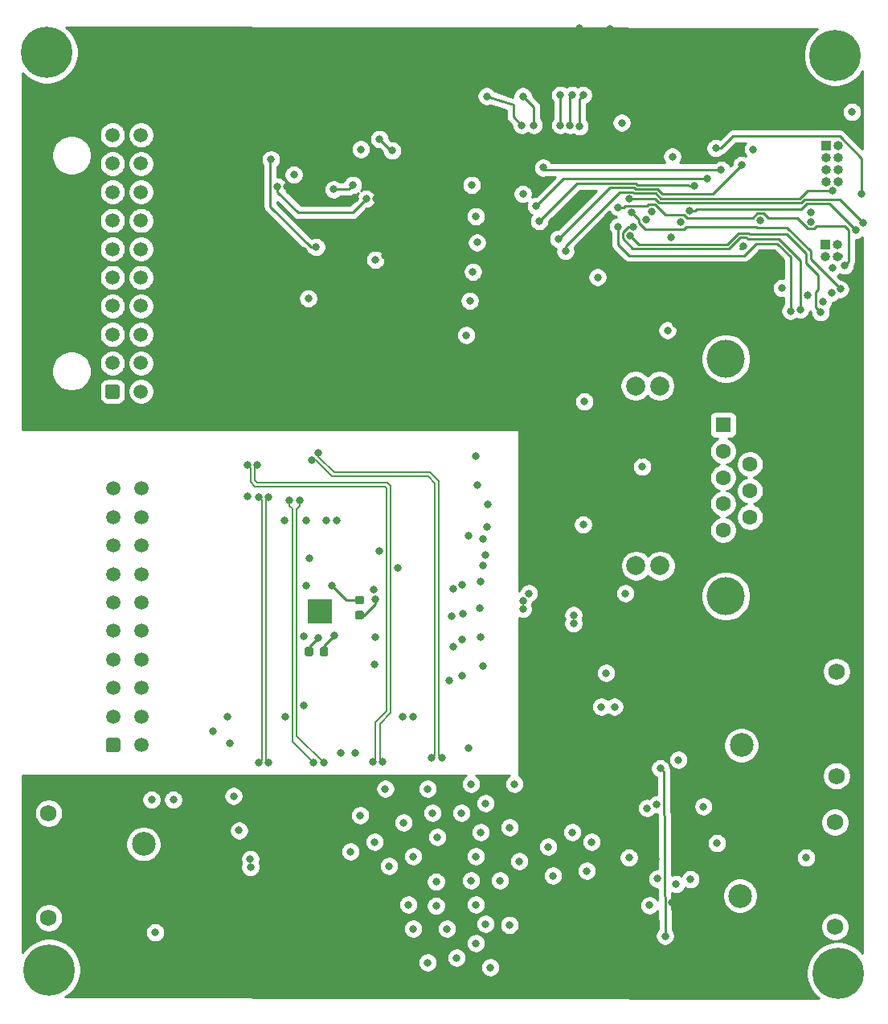
<source format=gbr>
G04 #@! TF.GenerationSoftware,KiCad,Pcbnew,(5.1.5)-3*
G04 #@! TF.CreationDate,2020-04-12T16:22:57-07:00*
G04 #@! TF.ProjectId,Milpitas_BMS,4d696c70-6974-4617-935f-424d532e6b69,rev?*
G04 #@! TF.SameCoordinates,Original*
G04 #@! TF.FileFunction,Copper,L4,Bot*
G04 #@! TF.FilePolarity,Positive*
%FSLAX46Y46*%
G04 Gerber Fmt 4.6, Leading zero omitted, Abs format (unit mm)*
G04 Created by KiCad (PCBNEW (5.1.5)-3) date 2020-04-12 16:22:57*
%MOMM*%
%LPD*%
G04 APERTURE LIST*
%ADD10C,0.800000*%
%ADD11C,5.400000*%
%ADD12C,2.500000*%
%ADD13C,1.750000*%
%ADD14R,1.000000X1.000000*%
%ADD15O,1.000000X1.000000*%
%ADD16C,0.100000*%
%ADD17C,1.500000*%
%ADD18C,2.000000*%
%ADD19R,2.500000X2.500000*%
%ADD20C,0.500000*%
%ADD21R,1.550000X2.300000*%
%ADD22C,0.600000*%
%ADD23C,4.000000*%
%ADD24C,1.600000*%
%ADD25R,1.600000X1.600000*%
%ADD26C,0.250000*%
%ADD27C,0.200000*%
%ADD28C,0.254000*%
G04 APERTURE END LIST*
D10*
X106079891Y-47056709D03*
X104648000Y-46463600D03*
X103216109Y-47056709D03*
X102623000Y-48488600D03*
X103216109Y-49920491D03*
X104648000Y-50513600D03*
X106079891Y-49920491D03*
X106673000Y-48488600D03*
D11*
X104648000Y-48488600D03*
D12*
X177693300Y-137264600D03*
X177693300Y-132264600D03*
D13*
X187693300Y-140514600D03*
X187693300Y-129514600D03*
D11*
X187706000Y-48768000D03*
D10*
X189731000Y-48768000D03*
X189137891Y-50199891D03*
X187706000Y-50793000D03*
X186274109Y-50199891D03*
X185681000Y-48768000D03*
X186274109Y-47336109D03*
X187706000Y-46743000D03*
X189137891Y-47336109D03*
X189441891Y-143957709D03*
X188010000Y-143364600D03*
X186578109Y-143957709D03*
X185985000Y-145389600D03*
X186578109Y-146821491D03*
X188010000Y-147414600D03*
X189441891Y-146821491D03*
X190035000Y-145389600D03*
D11*
X188010000Y-145389600D03*
D10*
X106333891Y-143602109D03*
X104902000Y-143009000D03*
X103470109Y-143602109D03*
X102877000Y-145034000D03*
X103470109Y-146465891D03*
X104902000Y-147059000D03*
X106333891Y-146465891D03*
X106927000Y-145034000D03*
D11*
X104902000Y-145034000D03*
D14*
X186690000Y-68732400D03*
D15*
X187960000Y-68732400D03*
X186690000Y-70002400D03*
X187960000Y-70002400D03*
D14*
X186715400Y-58318400D03*
D15*
X187985400Y-58318400D03*
X186715400Y-59588400D03*
X187985400Y-59588400D03*
X186715400Y-60858400D03*
X187985400Y-60858400D03*
X186715400Y-62128400D03*
X187985400Y-62128400D03*
D13*
X187833000Y-113639600D03*
X187833000Y-124639600D03*
D12*
X177833000Y-116389600D03*
X177833000Y-121389600D03*
D13*
X104838500Y-139547600D03*
X104838500Y-128547600D03*
D12*
X114838500Y-136797600D03*
X114838500Y-131797600D03*
G04 #@! TA.AperFunction,ComponentPad*
D16*
G36*
X112094004Y-83426804D02*
G01*
X112118273Y-83430404D01*
X112142071Y-83436365D01*
X112165171Y-83444630D01*
X112187349Y-83455120D01*
X112208393Y-83467733D01*
X112228098Y-83482347D01*
X112246277Y-83498823D01*
X112262753Y-83517002D01*
X112277367Y-83536707D01*
X112289980Y-83557751D01*
X112300470Y-83579929D01*
X112308735Y-83603029D01*
X112314696Y-83626827D01*
X112318296Y-83651096D01*
X112319500Y-83675600D01*
X112319500Y-84675600D01*
X112318296Y-84700104D01*
X112314696Y-84724373D01*
X112308735Y-84748171D01*
X112300470Y-84771271D01*
X112289980Y-84793449D01*
X112277367Y-84814493D01*
X112262753Y-84834198D01*
X112246277Y-84852377D01*
X112228098Y-84868853D01*
X112208393Y-84883467D01*
X112187349Y-84896080D01*
X112165171Y-84906570D01*
X112142071Y-84914835D01*
X112118273Y-84920796D01*
X112094004Y-84924396D01*
X112069500Y-84925600D01*
X111069500Y-84925600D01*
X111044996Y-84924396D01*
X111020727Y-84920796D01*
X110996929Y-84914835D01*
X110973829Y-84906570D01*
X110951651Y-84896080D01*
X110930607Y-84883467D01*
X110910902Y-84868853D01*
X110892723Y-84852377D01*
X110876247Y-84834198D01*
X110861633Y-84814493D01*
X110849020Y-84793449D01*
X110838530Y-84771271D01*
X110830265Y-84748171D01*
X110824304Y-84724373D01*
X110820704Y-84700104D01*
X110819500Y-84675600D01*
X110819500Y-83675600D01*
X110820704Y-83651096D01*
X110824304Y-83626827D01*
X110830265Y-83603029D01*
X110838530Y-83579929D01*
X110849020Y-83557751D01*
X110861633Y-83536707D01*
X110876247Y-83517002D01*
X110892723Y-83498823D01*
X110910902Y-83482347D01*
X110930607Y-83467733D01*
X110951651Y-83455120D01*
X110973829Y-83444630D01*
X110996929Y-83436365D01*
X111020727Y-83430404D01*
X111044996Y-83426804D01*
X111069500Y-83425600D01*
X112069500Y-83425600D01*
X112094004Y-83426804D01*
G37*
G04 #@! TD.AperFunction*
D17*
X111569500Y-81175600D03*
X111569500Y-78175600D03*
X111569500Y-75175600D03*
X111569500Y-72175600D03*
X111569500Y-69175600D03*
X111569500Y-66175600D03*
X111569500Y-63175600D03*
X111569500Y-60175600D03*
X111569500Y-57175600D03*
X114569500Y-84175600D03*
X114569500Y-81175600D03*
X114569500Y-78175600D03*
X114569500Y-75175600D03*
X114569500Y-72175600D03*
X114569500Y-69175600D03*
X114569500Y-66175600D03*
X114569500Y-63175600D03*
X114569500Y-60175600D03*
X114569500Y-57175600D03*
X114633000Y-94386600D03*
X114633000Y-97386600D03*
X114633000Y-100386600D03*
X114633000Y-103386600D03*
X114633000Y-106386600D03*
X114633000Y-109386600D03*
X114633000Y-112386600D03*
X114633000Y-115386600D03*
X114633000Y-118386600D03*
X114633000Y-121386600D03*
X111633000Y-94386600D03*
X111633000Y-97386600D03*
X111633000Y-100386600D03*
X111633000Y-103386600D03*
X111633000Y-106386600D03*
X111633000Y-109386600D03*
X111633000Y-112386600D03*
X111633000Y-115386600D03*
X111633000Y-118386600D03*
G04 #@! TA.AperFunction,ComponentPad*
D16*
G36*
X112157504Y-120637804D02*
G01*
X112181773Y-120641404D01*
X112205571Y-120647365D01*
X112228671Y-120655630D01*
X112250849Y-120666120D01*
X112271893Y-120678733D01*
X112291598Y-120693347D01*
X112309777Y-120709823D01*
X112326253Y-120728002D01*
X112340867Y-120747707D01*
X112353480Y-120768751D01*
X112363970Y-120790929D01*
X112372235Y-120814029D01*
X112378196Y-120837827D01*
X112381796Y-120862096D01*
X112383000Y-120886600D01*
X112383000Y-121886600D01*
X112381796Y-121911104D01*
X112378196Y-121935373D01*
X112372235Y-121959171D01*
X112363970Y-121982271D01*
X112353480Y-122004449D01*
X112340867Y-122025493D01*
X112326253Y-122045198D01*
X112309777Y-122063377D01*
X112291598Y-122079853D01*
X112271893Y-122094467D01*
X112250849Y-122107080D01*
X112228671Y-122117570D01*
X112205571Y-122125835D01*
X112181773Y-122131796D01*
X112157504Y-122135396D01*
X112133000Y-122136600D01*
X111133000Y-122136600D01*
X111108496Y-122135396D01*
X111084227Y-122131796D01*
X111060429Y-122125835D01*
X111037329Y-122117570D01*
X111015151Y-122107080D01*
X110994107Y-122094467D01*
X110974402Y-122079853D01*
X110956223Y-122063377D01*
X110939747Y-122045198D01*
X110925133Y-122025493D01*
X110912520Y-122004449D01*
X110902030Y-121982271D01*
X110893765Y-121959171D01*
X110887804Y-121935373D01*
X110884204Y-121911104D01*
X110883000Y-121886600D01*
X110883000Y-120886600D01*
X110884204Y-120862096D01*
X110887804Y-120837827D01*
X110893765Y-120814029D01*
X110902030Y-120790929D01*
X110912520Y-120768751D01*
X110925133Y-120747707D01*
X110939747Y-120728002D01*
X110956223Y-120709823D01*
X110974402Y-120693347D01*
X110994107Y-120678733D01*
X111015151Y-120666120D01*
X111037329Y-120655630D01*
X111060429Y-120647365D01*
X111084227Y-120641404D01*
X111108496Y-120637804D01*
X111133000Y-120636600D01*
X112133000Y-120636600D01*
X112157504Y-120637804D01*
G37*
G04 #@! TD.AperFunction*
G04 #@! TA.AperFunction,SMDPad,CuDef*
G36*
X137882191Y-105684653D02*
G01*
X137903426Y-105687803D01*
X137924250Y-105693019D01*
X137944462Y-105700251D01*
X137963868Y-105709430D01*
X137982281Y-105720466D01*
X137999524Y-105733254D01*
X138015430Y-105747670D01*
X138029846Y-105763576D01*
X138042634Y-105780819D01*
X138053670Y-105799232D01*
X138062849Y-105818638D01*
X138070081Y-105838850D01*
X138075297Y-105859674D01*
X138078447Y-105880909D01*
X138079500Y-105902350D01*
X138079500Y-106339850D01*
X138078447Y-106361291D01*
X138075297Y-106382526D01*
X138070081Y-106403350D01*
X138062849Y-106423562D01*
X138053670Y-106442968D01*
X138042634Y-106461381D01*
X138029846Y-106478624D01*
X138015430Y-106494530D01*
X137999524Y-106508946D01*
X137982281Y-106521734D01*
X137963868Y-106532770D01*
X137944462Y-106541949D01*
X137924250Y-106549181D01*
X137903426Y-106554397D01*
X137882191Y-106557547D01*
X137860750Y-106558600D01*
X137348250Y-106558600D01*
X137326809Y-106557547D01*
X137305574Y-106554397D01*
X137284750Y-106549181D01*
X137264538Y-106541949D01*
X137245132Y-106532770D01*
X137226719Y-106521734D01*
X137209476Y-106508946D01*
X137193570Y-106494530D01*
X137179154Y-106478624D01*
X137166366Y-106461381D01*
X137155330Y-106442968D01*
X137146151Y-106423562D01*
X137138919Y-106403350D01*
X137133703Y-106382526D01*
X137130553Y-106361291D01*
X137129500Y-106339850D01*
X137129500Y-105902350D01*
X137130553Y-105880909D01*
X137133703Y-105859674D01*
X137138919Y-105838850D01*
X137146151Y-105818638D01*
X137155330Y-105799232D01*
X137166366Y-105780819D01*
X137179154Y-105763576D01*
X137193570Y-105747670D01*
X137209476Y-105733254D01*
X137226719Y-105720466D01*
X137245132Y-105709430D01*
X137264538Y-105700251D01*
X137284750Y-105693019D01*
X137305574Y-105687803D01*
X137326809Y-105684653D01*
X137348250Y-105683600D01*
X137860750Y-105683600D01*
X137882191Y-105684653D01*
G37*
G04 #@! TD.AperFunction*
G04 #@! TA.AperFunction,SMDPad,CuDef*
G36*
X137882191Y-107259653D02*
G01*
X137903426Y-107262803D01*
X137924250Y-107268019D01*
X137944462Y-107275251D01*
X137963868Y-107284430D01*
X137982281Y-107295466D01*
X137999524Y-107308254D01*
X138015430Y-107322670D01*
X138029846Y-107338576D01*
X138042634Y-107355819D01*
X138053670Y-107374232D01*
X138062849Y-107393638D01*
X138070081Y-107413850D01*
X138075297Y-107434674D01*
X138078447Y-107455909D01*
X138079500Y-107477350D01*
X138079500Y-107914850D01*
X138078447Y-107936291D01*
X138075297Y-107957526D01*
X138070081Y-107978350D01*
X138062849Y-107998562D01*
X138053670Y-108017968D01*
X138042634Y-108036381D01*
X138029846Y-108053624D01*
X138015430Y-108069530D01*
X137999524Y-108083946D01*
X137982281Y-108096734D01*
X137963868Y-108107770D01*
X137944462Y-108116949D01*
X137924250Y-108124181D01*
X137903426Y-108129397D01*
X137882191Y-108132547D01*
X137860750Y-108133600D01*
X137348250Y-108133600D01*
X137326809Y-108132547D01*
X137305574Y-108129397D01*
X137284750Y-108124181D01*
X137264538Y-108116949D01*
X137245132Y-108107770D01*
X137226719Y-108096734D01*
X137209476Y-108083946D01*
X137193570Y-108069530D01*
X137179154Y-108053624D01*
X137166366Y-108036381D01*
X137155330Y-108017968D01*
X137146151Y-107998562D01*
X137138919Y-107978350D01*
X137133703Y-107957526D01*
X137130553Y-107936291D01*
X137129500Y-107914850D01*
X137129500Y-107477350D01*
X137130553Y-107455909D01*
X137133703Y-107434674D01*
X137138919Y-107413850D01*
X137146151Y-107393638D01*
X137155330Y-107374232D01*
X137166366Y-107355819D01*
X137179154Y-107338576D01*
X137193570Y-107322670D01*
X137209476Y-107308254D01*
X137226719Y-107295466D01*
X137245132Y-107284430D01*
X137264538Y-107275251D01*
X137284750Y-107268019D01*
X137305574Y-107262803D01*
X137326809Y-107259653D01*
X137348250Y-107258600D01*
X137860750Y-107258600D01*
X137882191Y-107259653D01*
G37*
G04 #@! TD.AperFunction*
G04 #@! TA.AperFunction,SMDPad,CuDef*
G36*
X134098191Y-111070153D02*
G01*
X134119426Y-111073303D01*
X134140250Y-111078519D01*
X134160462Y-111085751D01*
X134179868Y-111094930D01*
X134198281Y-111105966D01*
X134215524Y-111118754D01*
X134231430Y-111133170D01*
X134245846Y-111149076D01*
X134258634Y-111166319D01*
X134269670Y-111184732D01*
X134278849Y-111204138D01*
X134286081Y-111224350D01*
X134291297Y-111245174D01*
X134294447Y-111266409D01*
X134295500Y-111287850D01*
X134295500Y-111800350D01*
X134294447Y-111821791D01*
X134291297Y-111843026D01*
X134286081Y-111863850D01*
X134278849Y-111884062D01*
X134269670Y-111903468D01*
X134258634Y-111921881D01*
X134245846Y-111939124D01*
X134231430Y-111955030D01*
X134215524Y-111969446D01*
X134198281Y-111982234D01*
X134179868Y-111993270D01*
X134160462Y-112002449D01*
X134140250Y-112009681D01*
X134119426Y-112014897D01*
X134098191Y-112018047D01*
X134076750Y-112019100D01*
X133639250Y-112019100D01*
X133617809Y-112018047D01*
X133596574Y-112014897D01*
X133575750Y-112009681D01*
X133555538Y-112002449D01*
X133536132Y-111993270D01*
X133517719Y-111982234D01*
X133500476Y-111969446D01*
X133484570Y-111955030D01*
X133470154Y-111939124D01*
X133457366Y-111921881D01*
X133446330Y-111903468D01*
X133437151Y-111884062D01*
X133429919Y-111863850D01*
X133424703Y-111843026D01*
X133421553Y-111821791D01*
X133420500Y-111800350D01*
X133420500Y-111287850D01*
X133421553Y-111266409D01*
X133424703Y-111245174D01*
X133429919Y-111224350D01*
X133437151Y-111204138D01*
X133446330Y-111184732D01*
X133457366Y-111166319D01*
X133470154Y-111149076D01*
X133484570Y-111133170D01*
X133500476Y-111118754D01*
X133517719Y-111105966D01*
X133536132Y-111094930D01*
X133555538Y-111085751D01*
X133575750Y-111078519D01*
X133596574Y-111073303D01*
X133617809Y-111070153D01*
X133639250Y-111069100D01*
X134076750Y-111069100D01*
X134098191Y-111070153D01*
G37*
G04 #@! TD.AperFunction*
G04 #@! TA.AperFunction,SMDPad,CuDef*
G36*
X132523191Y-111070153D02*
G01*
X132544426Y-111073303D01*
X132565250Y-111078519D01*
X132585462Y-111085751D01*
X132604868Y-111094930D01*
X132623281Y-111105966D01*
X132640524Y-111118754D01*
X132656430Y-111133170D01*
X132670846Y-111149076D01*
X132683634Y-111166319D01*
X132694670Y-111184732D01*
X132703849Y-111204138D01*
X132711081Y-111224350D01*
X132716297Y-111245174D01*
X132719447Y-111266409D01*
X132720500Y-111287850D01*
X132720500Y-111800350D01*
X132719447Y-111821791D01*
X132716297Y-111843026D01*
X132711081Y-111863850D01*
X132703849Y-111884062D01*
X132694670Y-111903468D01*
X132683634Y-111921881D01*
X132670846Y-111939124D01*
X132656430Y-111955030D01*
X132640524Y-111969446D01*
X132623281Y-111982234D01*
X132604868Y-111993270D01*
X132585462Y-112002449D01*
X132565250Y-112009681D01*
X132544426Y-112014897D01*
X132523191Y-112018047D01*
X132501750Y-112019100D01*
X132064250Y-112019100D01*
X132042809Y-112018047D01*
X132021574Y-112014897D01*
X132000750Y-112009681D01*
X131980538Y-112002449D01*
X131961132Y-111993270D01*
X131942719Y-111982234D01*
X131925476Y-111969446D01*
X131909570Y-111955030D01*
X131895154Y-111939124D01*
X131882366Y-111921881D01*
X131871330Y-111903468D01*
X131862151Y-111884062D01*
X131854919Y-111863850D01*
X131849703Y-111843026D01*
X131846553Y-111821791D01*
X131845500Y-111800350D01*
X131845500Y-111287850D01*
X131846553Y-111266409D01*
X131849703Y-111245174D01*
X131854919Y-111224350D01*
X131862151Y-111204138D01*
X131871330Y-111184732D01*
X131882366Y-111166319D01*
X131895154Y-111149076D01*
X131909570Y-111133170D01*
X131925476Y-111118754D01*
X131942719Y-111105966D01*
X131961132Y-111094930D01*
X131980538Y-111085751D01*
X132000750Y-111078519D01*
X132021574Y-111073303D01*
X132042809Y-111070153D01*
X132064250Y-111069100D01*
X132501750Y-111069100D01*
X132523191Y-111070153D01*
G37*
G04 #@! TD.AperFunction*
D18*
X166674800Y-83566000D03*
X169214800Y-83566000D03*
X169265600Y-102514400D03*
X166725600Y-102514400D03*
D19*
X133400800Y-107353100D03*
D20*
X134400800Y-108353100D03*
X133400800Y-108353100D03*
X132400800Y-108353100D03*
X134400800Y-107353100D03*
X133400800Y-107353100D03*
X132400800Y-107353100D03*
X134400800Y-106353100D03*
X133400800Y-106353100D03*
X132400800Y-106353100D03*
D21*
X158788100Y-110820200D03*
D22*
X158788100Y-110320200D03*
X158788100Y-111320200D03*
D20*
X132400800Y-70780400D03*
X133400800Y-70780400D03*
X134400800Y-70780400D03*
X132400800Y-71780400D03*
X133400800Y-71780400D03*
X134400800Y-71780400D03*
X132400800Y-72780400D03*
X133400800Y-72780400D03*
X134400800Y-72780400D03*
D19*
X133400800Y-71780400D03*
D23*
X176195000Y-80720800D03*
X176195000Y-105720800D03*
D24*
X178735000Y-97375800D03*
X178735000Y-94605800D03*
X178735000Y-91835800D03*
X178735000Y-89065800D03*
X175895000Y-98760800D03*
X175895000Y-95990800D03*
X175895000Y-93220800D03*
X175895000Y-90450800D03*
D25*
X175895000Y-87680800D03*
D10*
X154178000Y-60960000D03*
X160718500Y-91503500D03*
X167322500Y-90868500D03*
X174942500Y-74612500D03*
X170942000Y-77089000D03*
X176022000Y-73469500D03*
X178625500Y-71437500D03*
X161290000Y-71056500D03*
X168021000Y-53340000D03*
X132524500Y-62738000D03*
X129957990Y-62611000D03*
X131408010Y-62611000D03*
X139382500Y-74295000D03*
X140652500Y-74930000D03*
X131741352Y-77565928D03*
X140271500Y-69913500D03*
X141072035Y-67400010D03*
X139382500Y-63895946D03*
X137101160Y-63895946D03*
X117157500Y-54102000D03*
X112522000Y-49212500D03*
X112649000Y-47561500D03*
X167957500Y-46990000D03*
X164020500Y-45974000D03*
X160781878Y-45914128D03*
X152781000Y-49911000D03*
X181800500Y-53530500D03*
X182753000Y-54546500D03*
X180340000Y-51308000D03*
X180213000Y-49720500D03*
X180848000Y-47942500D03*
X174434500Y-51498500D03*
X174244000Y-49847500D03*
X175069500Y-47942500D03*
X167449500Y-78041500D03*
X112395000Y-143764000D03*
X112395000Y-146939000D03*
X134874000Y-125730000D03*
X134620000Y-130810000D03*
X118872000Y-142748000D03*
X123190000Y-138938000D03*
X121412000Y-138684000D03*
X122936000Y-125984000D03*
X155956000Y-144272000D03*
X165100000Y-115062000D03*
X159385000Y-114173000D03*
X179578000Y-146812000D03*
X164084000Y-110490000D03*
X161798000Y-105156000D03*
X165862000Y-99568000D03*
X174879000Y-124460000D03*
X178054000Y-125857000D03*
X129794000Y-127000000D03*
X127427990Y-129540000D03*
X118999000Y-128905000D03*
X155462672Y-127883647D03*
X158888109Y-114947530D03*
X155829000Y-103632000D03*
X173863000Y-57912000D03*
X157521777Y-143874979D03*
X172588340Y-129036660D03*
X168360606Y-65235230D03*
X123317000Y-86741000D03*
X129286000Y-82804000D03*
X135382000Y-87122000D03*
X136398000Y-87122000D03*
X141478000Y-82931000D03*
X143002000Y-82931000D03*
X147701000Y-86995000D03*
X149860000Y-86868000D03*
X164719000Y-143510000D03*
X170524010Y-137922000D03*
X173736000Y-117729000D03*
X122174000Y-82550000D03*
X123698000Y-80899000D03*
X151130000Y-63246000D03*
X151384000Y-65278000D03*
X151257000Y-66548000D03*
X151257000Y-68199000D03*
X151130000Y-70993000D03*
X151130000Y-72390000D03*
X151638000Y-74549000D03*
X151638000Y-75565000D03*
X151384000Y-77470000D03*
X147320000Y-79375000D03*
X131699000Y-69342000D03*
X139192000Y-61214000D03*
X155448000Y-60706000D03*
X166878000Y-56388000D03*
X178054000Y-68834000D03*
X161163000Y-74803000D03*
X161163000Y-111887000D03*
X155956000Y-109347000D03*
X167190002Y-123063000D03*
X155829000Y-49784000D03*
X151257000Y-69342000D03*
X151257000Y-62103000D03*
X134874000Y-145288000D03*
X180154159Y-145864160D03*
X180340000Y-76835000D03*
X168780000Y-133360000D03*
X160147000Y-107696000D03*
X160147000Y-108585000D03*
X168148000Y-138247002D03*
X171196000Y-122936000D03*
X124333000Y-126746000D03*
X124894011Y-130379602D03*
X161163000Y-98171000D03*
X161290000Y-85217000D03*
X165608000Y-105410000D03*
X165227000Y-55880000D03*
X154813000Y-63373000D03*
X170561000Y-59436000D03*
X179832000Y-66167000D03*
X185166000Y-65278000D03*
X185166000Y-66294000D03*
X189484000Y-54737000D03*
X170053000Y-77724000D03*
X162687000Y-72136000D03*
X167386000Y-92075000D03*
X187452000Y-71120000D03*
X168920000Y-127630000D03*
X168970000Y-135450000D03*
X179070000Y-58674000D03*
X170434000Y-67981990D03*
X137731500Y-58674000D03*
X139269417Y-70308220D03*
X156527500Y-66230500D03*
X172910500Y-62547500D03*
X177863500Y-60325000D03*
X158553305Y-68098282D03*
X175704500Y-60833000D03*
X156934194Y-60615651D03*
X156210000Y-64643000D03*
X174244000Y-61722000D03*
X187452000Y-62992000D03*
X159289644Y-69400393D03*
X171454142Y-66330990D03*
X175260000Y-131699000D03*
X166057160Y-67749840D03*
X186182000Y-75819000D03*
X173826267Y-127846049D03*
X166475561Y-66840536D03*
X184023000Y-75565000D03*
X175133000Y-58547000D03*
X190500000Y-63373000D03*
X116078000Y-141097000D03*
X189865000Y-67183000D03*
X172378128Y-65156655D03*
X117983000Y-127127000D03*
X164465000Y-117348000D03*
X167767000Y-66040000D03*
X164846000Y-66802000D03*
X183007000Y-75692000D03*
X153385283Y-140315889D03*
X166309606Y-65336342D03*
X188244156Y-73393076D03*
X182118000Y-73279000D03*
X163576000Y-113792000D03*
X137668000Y-128778000D03*
X164846000Y-64770000D03*
X188689979Y-70916304D03*
X159766000Y-56134000D03*
X160020000Y-52959000D03*
X158750000Y-56134000D03*
X158750000Y-52959000D03*
X160782000Y-56261000D03*
X161163000Y-52959000D03*
X155956000Y-56134000D03*
X154813000Y-53086000D03*
X154686000Y-56134000D03*
X151003000Y-53086000D03*
X154813000Y-107061000D03*
X154813000Y-106172000D03*
X155448000Y-105410000D03*
X126111000Y-134239000D03*
X126092001Y-133368999D03*
X139242800Y-106070400D03*
X134670800Y-104597200D03*
X133248400Y-110083600D03*
X169799000Y-141478000D03*
X169291000Y-123825000D03*
X160020000Y-130556000D03*
X162052000Y-131572000D03*
X161544000Y-134620000D03*
X142240000Y-129540000D03*
X145288000Y-128524000D03*
X143256000Y-133096000D03*
X149860000Y-133096000D03*
X145796000Y-131064000D03*
X150876000Y-127508000D03*
X153416000Y-130048000D03*
X154432000Y-133604000D03*
X152400000Y-135636000D03*
X145669000Y-135763000D03*
X140716000Y-134112000D03*
X144780000Y-125984000D03*
X149352000Y-125476000D03*
X148336000Y-128524000D03*
X157480000Y-132080000D03*
X157988000Y-135128000D03*
X139192000Y-131572000D03*
X136652000Y-132588000D03*
X150368000Y-130556000D03*
X153924000Y-125476000D03*
X142748000Y-138176000D03*
X145669000Y-138303000D03*
X149860000Y-138176000D03*
X143256000Y-140716000D03*
X146812000Y-140716000D03*
X149860000Y-142240000D03*
X150876000Y-140208000D03*
X144780000Y-144272000D03*
X147828000Y-143764000D03*
X151384000Y-144780000D03*
X149352000Y-135636000D03*
X140303830Y-125983991D03*
X141616590Y-102768400D03*
X139141200Y-112877600D03*
X139293600Y-109982000D03*
X139051062Y-105049446D03*
X134063903Y-97739768D03*
X132014619Y-97739768D03*
X129730500Y-97739768D03*
X135191500Y-97739768D03*
X149098000Y-121666000D03*
X143256000Y-118364000D03*
X142113000Y-118364000D03*
X137160000Y-122174000D03*
X135636000Y-122174000D03*
X131729831Y-117182713D03*
X129794000Y-118364000D03*
X123952000Y-121158000D03*
X122174000Y-119888000D03*
X123698000Y-118364000D03*
X147066000Y-114554000D03*
X150622000Y-113030000D03*
X147447000Y-110998000D03*
X150368000Y-109982000D03*
X147320000Y-107823000D03*
X150241000Y-106934000D03*
X147447000Y-104902000D03*
X150368000Y-104140000D03*
X150622000Y-102489000D03*
X150622000Y-99695000D03*
X149098000Y-99314000D03*
X151130000Y-96012000D03*
X149987000Y-93980000D03*
X149860000Y-90932000D03*
X131699000Y-109931563D03*
X134973303Y-109847698D03*
X132307068Y-101705810D03*
X139700000Y-100953410D03*
X128957977Y-62611000D03*
X138303000Y-63895946D03*
X133032500Y-68961000D03*
X128270000Y-59753500D03*
X148844000Y-78232000D03*
X149225000Y-74612500D03*
X149542500Y-71564500D03*
X149987000Y-68489990D03*
X149860000Y-65722500D03*
X149415500Y-62420500D03*
X151003000Y-98425000D03*
X131978400Y-104597200D03*
X125780800Y-95199200D03*
X150876000Y-101346000D03*
X148437600Y-104495600D03*
X148488400Y-107594400D03*
X148437600Y-110286800D03*
X148437600Y-114046000D03*
X187325000Y-73787000D03*
X165989000Y-133223000D03*
X163068000Y-117348000D03*
X130683000Y-61341000D03*
X132207000Y-74358500D03*
X167894000Y-128016000D03*
X184785000Y-74041000D03*
X170942000Y-136017000D03*
X184658000Y-133223000D03*
X172466000Y-135509000D03*
X186436000Y-74676000D03*
X190637000Y-66421000D03*
X115697000Y-127127000D03*
X165996098Y-63886331D03*
X128033000Y-95313500D03*
X128033000Y-123253500D03*
X126983000Y-95313500D03*
X126983000Y-123253500D03*
X132761500Y-123253500D03*
X130221500Y-95649779D03*
X133811500Y-123253500D03*
X131275927Y-95649779D03*
X126845550Y-91884500D03*
X140034500Y-123126500D03*
X125795550Y-91884500D03*
X138984500Y-123126500D03*
X133276732Y-90624268D03*
X146257500Y-122745500D03*
X132534268Y-91366732D03*
X145207500Y-122745500D03*
X136906000Y-62420500D03*
X134875810Y-62901990D03*
X141033500Y-58801000D03*
X139700000Y-57594500D03*
D26*
X160496692Y-62261308D02*
X166716899Y-62261308D01*
X166875558Y-62419967D02*
X172217282Y-62419967D01*
X166716899Y-62261308D02*
X166875558Y-62419967D01*
X172344815Y-62547500D02*
X172910500Y-62547500D01*
X172217282Y-62419967D02*
X172344815Y-62547500D01*
X156527500Y-66230500D02*
X160496692Y-62261308D01*
X166530499Y-62711319D02*
X163940268Y-62711319D01*
X169480611Y-63373000D02*
X168977589Y-62869978D01*
X166689158Y-62869978D02*
X166530499Y-62711319D01*
X177863500Y-60325000D02*
X174815500Y-63373000D01*
X158953304Y-67698283D02*
X158553305Y-68098282D01*
X168977589Y-62869978D02*
X166689158Y-62869978D01*
X174815500Y-63373000D02*
X169480611Y-63373000D01*
X163940268Y-62711319D02*
X158953304Y-67698283D01*
X157151543Y-60833000D02*
X156934194Y-60615651D01*
X175704500Y-60833000D02*
X157151543Y-60833000D01*
X159067500Y-61785500D02*
X156210000Y-64643000D01*
X174244000Y-61722000D02*
X159067500Y-61785500D01*
X168791189Y-63319989D02*
X166502758Y-63319989D01*
X169341178Y-63869978D02*
X168791189Y-63319989D01*
X164963022Y-63161330D02*
X159289644Y-68834708D01*
X184852176Y-62992000D02*
X183974198Y-63869978D01*
X159289644Y-68834708D02*
X159289644Y-69400393D01*
X183974198Y-63869978D02*
X169341178Y-63869978D01*
X187452000Y-62992000D02*
X184852176Y-62992000D01*
X166344099Y-63161330D02*
X164963022Y-63161330D01*
X166502758Y-63319989D02*
X166344099Y-63161330D01*
X184658000Y-69596000D02*
X182626000Y-67564000D01*
X176344587Y-68707000D02*
X167014320Y-68707000D01*
X178620413Y-67564000D02*
X178588401Y-67531988D01*
X184658000Y-70612000D02*
X184658000Y-69596000D01*
X178588401Y-67531988D02*
X177519599Y-67531988D01*
X185928000Y-71882000D02*
X184658000Y-70612000D01*
X185674000Y-73660000D02*
X185928000Y-73406000D01*
X186182000Y-75819000D02*
X185674000Y-75311000D01*
X185674000Y-75311000D02*
X185674000Y-73660000D01*
X185928000Y-73406000D02*
X185928000Y-71882000D01*
X182626000Y-67564000D02*
X178620413Y-67564000D01*
X177519599Y-67531988D02*
X176344587Y-68707000D01*
X167014320Y-68707000D02*
X166457159Y-68149839D01*
X166457159Y-68149839D02*
X166057160Y-67749840D01*
X181738411Y-68072000D02*
X178492002Y-68072000D01*
X165296011Y-67454401D02*
X165909876Y-66840536D01*
X178492002Y-68072000D02*
X178402001Y-67981999D01*
X177705999Y-67981999D02*
X176530988Y-69157010D01*
X166391329Y-69157010D02*
X165296011Y-68061692D01*
X165296011Y-68061692D02*
X165296011Y-67454401D01*
X165909876Y-66840536D02*
X166475561Y-66840536D01*
X184023000Y-70356589D02*
X181738411Y-68072000D01*
X178402001Y-67981999D02*
X177705999Y-67981999D01*
X176530988Y-69157010D02*
X166391329Y-69157010D01*
X184023000Y-75565000D02*
X184023000Y-70356589D01*
X175133000Y-58547000D02*
X175698685Y-58547000D01*
X175698685Y-58547000D02*
X176968685Y-57277000D01*
X188165002Y-57277000D02*
X190500000Y-59611998D01*
X190500000Y-59611998D02*
X190500000Y-63373000D01*
X176968685Y-57277000D02*
X188165002Y-57277000D01*
X184690999Y-64425999D02*
X184125010Y-64991988D01*
X173108480Y-64991988D02*
X172943813Y-65156655D01*
X172943813Y-65156655D02*
X172378128Y-65156655D01*
X187107999Y-64425999D02*
X184690999Y-64425999D01*
X189865000Y-67183000D02*
X187107999Y-64425999D01*
X184125010Y-64991988D02*
X173108480Y-64991988D01*
X164846000Y-68707000D02*
X165989000Y-69850000D01*
X183007000Y-69977000D02*
X183007000Y-75126315D01*
X165989000Y-69850000D02*
X178111002Y-69850000D01*
X183007000Y-75126315D02*
X183007000Y-75692000D01*
X181610000Y-68580000D02*
X183007000Y-69977000D01*
X178111002Y-69850000D02*
X179381002Y-68580000D01*
X164846000Y-66802000D02*
X164846000Y-68707000D01*
X179381002Y-68580000D02*
X181610000Y-68580000D01*
X188244156Y-73393076D02*
X185108011Y-70256931D01*
X185108011Y-69409600D02*
X182590412Y-66892001D01*
X182590412Y-66892001D02*
X179483999Y-66892001D01*
X172056134Y-66802000D02*
X171802143Y-67055991D01*
X171802143Y-67055991D02*
X167709989Y-67055991D01*
X167709989Y-67055991D02*
X167041999Y-66388001D01*
X185108011Y-70256931D02*
X185108011Y-69409600D01*
X179483999Y-66892001D02*
X179393998Y-66802000D01*
X167041999Y-66388001D02*
X167041999Y-66068735D01*
X166709605Y-65736341D02*
X166309606Y-65336342D01*
X179393998Y-66802000D02*
X172056134Y-66802000D01*
X167041999Y-66068735D02*
X166709605Y-65736341D01*
X188685001Y-66765001D02*
X189089978Y-67169978D01*
X183711998Y-65913000D02*
X184817999Y-67019001D01*
X189089978Y-70516305D02*
X188689979Y-70916304D01*
X185768001Y-66765001D02*
X188685001Y-66765001D01*
X184817999Y-67019001D02*
X185514001Y-67019001D01*
X180651002Y-65913000D02*
X183711998Y-65913000D01*
X180180001Y-65441999D02*
X180651002Y-65913000D01*
X179483999Y-65441999D02*
X180180001Y-65441999D01*
X167911493Y-64611341D02*
X168012605Y-64510229D01*
X165570344Y-64611341D02*
X167911493Y-64611341D01*
X179012998Y-65913000D02*
X179483999Y-65441999D01*
X165411685Y-64770000D02*
X165570344Y-64611341D01*
X172109154Y-65913000D02*
X179012998Y-65913000D01*
X168708607Y-64510229D02*
X169804367Y-65605989D01*
X169804367Y-65605989D02*
X171802143Y-65605989D01*
X164846000Y-64770000D02*
X165411685Y-64770000D01*
X171802143Y-65605989D02*
X172109154Y-65913000D01*
X189089978Y-67169978D02*
X189089978Y-70516305D01*
X168012605Y-64510229D02*
X168708607Y-64510229D01*
X185514001Y-67019001D02*
X185768001Y-66765001D01*
X160020000Y-52959000D02*
X159766000Y-52959000D01*
X159766000Y-52959000D02*
X159766000Y-56134000D01*
X158750000Y-56134000D02*
X158750000Y-52959000D01*
X160782000Y-56261000D02*
X160782000Y-53340000D01*
X160782000Y-53340000D02*
X161163000Y-52959000D01*
X155956000Y-56134000D02*
X155956000Y-54229000D01*
X155956000Y-54229000D02*
X154813000Y-53086000D01*
X151003000Y-53086000D02*
X153797000Y-53975000D01*
X153797000Y-55245000D02*
X154686000Y-56134000D01*
X153797000Y-53975000D02*
X153797000Y-55245000D01*
X139242800Y-106532800D02*
X139242800Y-106070400D01*
X138079500Y-107696100D02*
X139242800Y-106532800D01*
X137604500Y-107696100D02*
X138079500Y-107696100D01*
X137604500Y-106121100D02*
X136194700Y-106121100D01*
X136194700Y-106121100D02*
X134670800Y-104597200D01*
X132283000Y-111544100D02*
X132283000Y-111049000D01*
X132283000Y-111049000D02*
X133248400Y-110083600D01*
X169690999Y-124441001D02*
X169672000Y-124460000D01*
X169690999Y-124224999D02*
X169690999Y-124441001D01*
X169291000Y-123825000D02*
X169690999Y-124224999D01*
X169672000Y-124460000D02*
X169799000Y-141478000D01*
X133858000Y-111544100D02*
X133858000Y-110963001D01*
X133858000Y-110963001D02*
X134973303Y-109847698D01*
X136857446Y-65341500D02*
X137903001Y-64295945D01*
X128957977Y-63176685D02*
X131122792Y-65341500D01*
X137903001Y-64295945D02*
X138303000Y-63895946D01*
X131122792Y-65341500D02*
X136857446Y-65341500D01*
X128957977Y-62611000D02*
X128957977Y-63176685D01*
X132466815Y-68961000D02*
X128206500Y-64700685D01*
X133032500Y-68961000D02*
X132466815Y-68961000D01*
X128206500Y-64700685D02*
X128206500Y-59817000D01*
X128206500Y-59817000D02*
X128270000Y-59753500D01*
X169154778Y-64319989D02*
X168721120Y-63886331D01*
X184160599Y-64319989D02*
X169154778Y-64319989D01*
X190637000Y-66421000D02*
X188191988Y-63975988D01*
X188191988Y-63975988D02*
X184504599Y-63975988D01*
X168721120Y-63886331D02*
X166561783Y-63886331D01*
X184504599Y-63975988D02*
X184160599Y-64319989D01*
X166561783Y-63886331D02*
X165996098Y-63886331D01*
D27*
X127733000Y-122953500D02*
X128033000Y-123253500D01*
X128033000Y-95313500D02*
X127733000Y-95613500D01*
X127733000Y-95613500D02*
X127733000Y-122953500D01*
X127283000Y-122953500D02*
X126983000Y-123253500D01*
X127283000Y-95613500D02*
X127283000Y-122953500D01*
X126983000Y-95313500D02*
X127283000Y-95613500D01*
X132761500Y-123253500D02*
X130521500Y-121013500D01*
X130221500Y-96215464D02*
X130221500Y-95649779D01*
X130521500Y-121013500D02*
X130521500Y-96515464D01*
X130521500Y-96515464D02*
X130221500Y-96215464D01*
X131275927Y-96215464D02*
X131275927Y-95649779D01*
X130971500Y-96519891D02*
X131275927Y-96215464D01*
X133811500Y-123253500D02*
X130971500Y-120413500D01*
X130971500Y-120413500D02*
X130971500Y-96519891D01*
X140491700Y-93755000D02*
X140877500Y-94140800D01*
X126775700Y-93755000D02*
X140491700Y-93755000D01*
X126545550Y-93524850D02*
X126775700Y-93755000D01*
X126845550Y-91884500D02*
X126545550Y-92184500D01*
X126545550Y-92184500D02*
X126545550Y-93524850D01*
X140877500Y-94140800D02*
X140877500Y-118012700D01*
X140877500Y-118012700D02*
X139734500Y-119155700D01*
X139734500Y-122826500D02*
X140034500Y-123126500D01*
X139734500Y-119155700D02*
X139734500Y-122826500D01*
X126095550Y-92184500D02*
X126095550Y-93711250D01*
X125795550Y-91884500D02*
X126095550Y-92184500D01*
X126095550Y-93711250D02*
X126589300Y-94205000D01*
X126589300Y-94205000D02*
X140305300Y-94205000D01*
X140305300Y-94205000D02*
X140427500Y-94327200D01*
X140427500Y-94327200D02*
X140427500Y-117826300D01*
X140427500Y-117826300D02*
X139284500Y-118969300D01*
X139284500Y-122826500D02*
X138984500Y-123126500D01*
X139284500Y-118969300D02*
X139284500Y-122826500D01*
X133276732Y-90624268D02*
X133276732Y-91048533D01*
X133276732Y-91048533D02*
X134903699Y-92675500D01*
X134903699Y-92675500D02*
X145000200Y-92675500D01*
X145000200Y-92675500D02*
X145957500Y-93632800D01*
X145957500Y-122445500D02*
X146257500Y-122745500D01*
X145957500Y-93632800D02*
X145957500Y-122445500D01*
X132958533Y-91366732D02*
X134717301Y-93125500D01*
X132534268Y-91366732D02*
X132958533Y-91366732D01*
X134717301Y-93125500D02*
X144813800Y-93125500D01*
X144813800Y-93125500D02*
X145507500Y-93819200D01*
X145507500Y-122445500D02*
X145207500Y-122745500D01*
X145507500Y-93819200D02*
X145507500Y-122445500D01*
D26*
X136906000Y-62420500D02*
X136424510Y-62901990D01*
X136424510Y-62901990D02*
X134875810Y-62901990D01*
X141033500Y-58801000D02*
X140906500Y-58801000D01*
X140906500Y-58801000D02*
X139700000Y-57594500D01*
D28*
G36*
X185853363Y-45994921D02*
G01*
X185580061Y-46177536D01*
X185115536Y-46642061D01*
X184750561Y-47188285D01*
X184499162Y-47795216D01*
X184371000Y-48439531D01*
X184371000Y-49096469D01*
X184499162Y-49740784D01*
X184750561Y-50347715D01*
X185115536Y-50893939D01*
X185580061Y-51358464D01*
X186126285Y-51723439D01*
X186733216Y-51974838D01*
X187377531Y-52103000D01*
X188034469Y-52103000D01*
X188678784Y-51974838D01*
X189285715Y-51723439D01*
X189831939Y-51358464D01*
X190296464Y-50893939D01*
X190602001Y-50436670D01*
X190602001Y-58639197D01*
X188728806Y-56766003D01*
X188705003Y-56736999D01*
X188589278Y-56642026D01*
X188457249Y-56571454D01*
X188313988Y-56527997D01*
X188202335Y-56517000D01*
X188202324Y-56517000D01*
X188165002Y-56513324D01*
X188127680Y-56517000D01*
X177006007Y-56517000D01*
X176968684Y-56513324D01*
X176931361Y-56517000D01*
X176931352Y-56517000D01*
X176819699Y-56527997D01*
X176676438Y-56571454D01*
X176544409Y-56642026D01*
X176428684Y-56736999D01*
X176404886Y-56765997D01*
X175565155Y-57605729D01*
X175434898Y-57551774D01*
X175234939Y-57512000D01*
X175031061Y-57512000D01*
X174831102Y-57551774D01*
X174642744Y-57629795D01*
X174473226Y-57743063D01*
X174329063Y-57887226D01*
X174215795Y-58056744D01*
X174137774Y-58245102D01*
X174098000Y-58445061D01*
X174098000Y-58648939D01*
X174137774Y-58848898D01*
X174215795Y-59037256D01*
X174329063Y-59206774D01*
X174473226Y-59350937D01*
X174642744Y-59464205D01*
X174831102Y-59542226D01*
X175031061Y-59582000D01*
X175234939Y-59582000D01*
X175434898Y-59542226D01*
X175623256Y-59464205D01*
X175792774Y-59350937D01*
X175847724Y-59295987D01*
X175990932Y-59252546D01*
X176122961Y-59181974D01*
X176238686Y-59087001D01*
X176262489Y-59057997D01*
X177283487Y-58037000D01*
X178250846Y-58037000D01*
X178152795Y-58183744D01*
X178074774Y-58372102D01*
X178035000Y-58572061D01*
X178035000Y-58775939D01*
X178074774Y-58975898D01*
X178152795Y-59164256D01*
X178266063Y-59333774D01*
X178330416Y-59398127D01*
X178165398Y-59329774D01*
X177965439Y-59290000D01*
X177761561Y-59290000D01*
X177561602Y-59329774D01*
X177373244Y-59407795D01*
X177203726Y-59521063D01*
X177059563Y-59665226D01*
X176946295Y-59834744D01*
X176868274Y-60023102D01*
X176828500Y-60223061D01*
X176828500Y-60285198D01*
X176665419Y-60448279D01*
X176621705Y-60342744D01*
X176508437Y-60173226D01*
X176364274Y-60029063D01*
X176194756Y-59915795D01*
X176006398Y-59837774D01*
X175806439Y-59798000D01*
X175602561Y-59798000D01*
X175402602Y-59837774D01*
X175214244Y-59915795D01*
X175044726Y-60029063D01*
X175000789Y-60073000D01*
X171380154Y-60073000D01*
X171478205Y-59926256D01*
X171556226Y-59737898D01*
X171596000Y-59537939D01*
X171596000Y-59334061D01*
X171556226Y-59134102D01*
X171478205Y-58945744D01*
X171364937Y-58776226D01*
X171220774Y-58632063D01*
X171051256Y-58518795D01*
X170862898Y-58440774D01*
X170662939Y-58401000D01*
X170459061Y-58401000D01*
X170259102Y-58440774D01*
X170070744Y-58518795D01*
X169901226Y-58632063D01*
X169757063Y-58776226D01*
X169643795Y-58945744D01*
X169565774Y-59134102D01*
X169526000Y-59334061D01*
X169526000Y-59537939D01*
X169565774Y-59737898D01*
X169643795Y-59926256D01*
X169741846Y-60073000D01*
X157816390Y-60073000D01*
X157738131Y-59955877D01*
X157593968Y-59811714D01*
X157424450Y-59698446D01*
X157236092Y-59620425D01*
X157036133Y-59580651D01*
X156832255Y-59580651D01*
X156632296Y-59620425D01*
X156443938Y-59698446D01*
X156274420Y-59811714D01*
X156130257Y-59955877D01*
X156016989Y-60125395D01*
X155938968Y-60313753D01*
X155899194Y-60513712D01*
X155899194Y-60717590D01*
X155938968Y-60917549D01*
X156016989Y-61105907D01*
X156130257Y-61275425D01*
X156274420Y-61419588D01*
X156443938Y-61532856D01*
X156632296Y-61610877D01*
X156832255Y-61650651D01*
X157036133Y-61650651D01*
X157236092Y-61610877D01*
X157279251Y-61593000D01*
X158185198Y-61593000D01*
X156170199Y-63608000D01*
X156108061Y-63608000D01*
X155908102Y-63647774D01*
X155801103Y-63692095D01*
X155808226Y-63674898D01*
X155848000Y-63474939D01*
X155848000Y-63271061D01*
X155808226Y-63071102D01*
X155730205Y-62882744D01*
X155616937Y-62713226D01*
X155472774Y-62569063D01*
X155303256Y-62455795D01*
X155114898Y-62377774D01*
X154914939Y-62338000D01*
X154711061Y-62338000D01*
X154511102Y-62377774D01*
X154322744Y-62455795D01*
X154153226Y-62569063D01*
X154009063Y-62713226D01*
X153895795Y-62882744D01*
X153817774Y-63071102D01*
X153778000Y-63271061D01*
X153778000Y-63474939D01*
X153817774Y-63674898D01*
X153895795Y-63863256D01*
X154009063Y-64032774D01*
X154153226Y-64176937D01*
X154322744Y-64290205D01*
X154511102Y-64368226D01*
X154711061Y-64408000D01*
X154914939Y-64408000D01*
X155114898Y-64368226D01*
X155221897Y-64323905D01*
X155214774Y-64341102D01*
X155175000Y-64541061D01*
X155175000Y-64744939D01*
X155214774Y-64944898D01*
X155292795Y-65133256D01*
X155406063Y-65302774D01*
X155550226Y-65446937D01*
X155719744Y-65560205D01*
X155729884Y-65564405D01*
X155723563Y-65570726D01*
X155610295Y-65740244D01*
X155532274Y-65928602D01*
X155492500Y-66128561D01*
X155492500Y-66332439D01*
X155532274Y-66532398D01*
X155610295Y-66720756D01*
X155723563Y-66890274D01*
X155867726Y-67034437D01*
X156037244Y-67147705D01*
X156225602Y-67225726D01*
X156425561Y-67265500D01*
X156629439Y-67265500D01*
X156829398Y-67225726D01*
X157017756Y-67147705D01*
X157187274Y-67034437D01*
X157331437Y-66890274D01*
X157444705Y-66720756D01*
X157522726Y-66532398D01*
X157562500Y-66332439D01*
X157562500Y-66270301D01*
X160811494Y-63021308D01*
X162555477Y-63021308D01*
X158513504Y-67063282D01*
X158451366Y-67063282D01*
X158251407Y-67103056D01*
X158063049Y-67181077D01*
X157893531Y-67294345D01*
X157749368Y-67438508D01*
X157636100Y-67608026D01*
X157558079Y-67796384D01*
X157518305Y-67996343D01*
X157518305Y-68200221D01*
X157558079Y-68400180D01*
X157636100Y-68588538D01*
X157749368Y-68758056D01*
X157893531Y-68902219D01*
X158063049Y-69015487D01*
X158251407Y-69093508D01*
X158293735Y-69101928D01*
X158254644Y-69298454D01*
X158254644Y-69502332D01*
X158294418Y-69702291D01*
X158372439Y-69890649D01*
X158485707Y-70060167D01*
X158629870Y-70204330D01*
X158799388Y-70317598D01*
X158987746Y-70395619D01*
X159187705Y-70435393D01*
X159391583Y-70435393D01*
X159591542Y-70395619D01*
X159779900Y-70317598D01*
X159949418Y-70204330D01*
X160093581Y-70060167D01*
X160206849Y-69890649D01*
X160284870Y-69702291D01*
X160324644Y-69502332D01*
X160324644Y-69298454D01*
X160284870Y-69098495D01*
X160230915Y-68968238D01*
X163932842Y-65266312D01*
X164042063Y-65429774D01*
X164186226Y-65573937D01*
X164355744Y-65687205D01*
X164544102Y-65765226D01*
X164648541Y-65786000D01*
X164544102Y-65806774D01*
X164355744Y-65884795D01*
X164186226Y-65998063D01*
X164042063Y-66142226D01*
X163928795Y-66311744D01*
X163850774Y-66500102D01*
X163811000Y-66700061D01*
X163811000Y-66903939D01*
X163850774Y-67103898D01*
X163928795Y-67292256D01*
X164042063Y-67461774D01*
X164086000Y-67505711D01*
X164086001Y-68669668D01*
X164082324Y-68707000D01*
X164086001Y-68744333D01*
X164096998Y-68855986D01*
X164101931Y-68872247D01*
X164140454Y-68999246D01*
X164211026Y-69131276D01*
X164278361Y-69213323D01*
X164306000Y-69247001D01*
X164334998Y-69270799D01*
X165425201Y-70361003D01*
X165448999Y-70390001D01*
X165477997Y-70413799D01*
X165564723Y-70484974D01*
X165684838Y-70549177D01*
X165696753Y-70555546D01*
X165840014Y-70599003D01*
X165951667Y-70610000D01*
X165951676Y-70610000D01*
X165988999Y-70613676D01*
X166026322Y-70610000D01*
X178073680Y-70610000D01*
X178111002Y-70613676D01*
X178148324Y-70610000D01*
X178148335Y-70610000D01*
X178259988Y-70599003D01*
X178403249Y-70555546D01*
X178535278Y-70484974D01*
X178651003Y-70390001D01*
X178674806Y-70360997D01*
X179695804Y-69340000D01*
X181295199Y-69340000D01*
X182247000Y-70291802D01*
X182247000Y-72249383D01*
X182219939Y-72244000D01*
X182016061Y-72244000D01*
X181816102Y-72283774D01*
X181627744Y-72361795D01*
X181458226Y-72475063D01*
X181314063Y-72619226D01*
X181200795Y-72788744D01*
X181122774Y-72977102D01*
X181083000Y-73177061D01*
X181083000Y-73380939D01*
X181122774Y-73580898D01*
X181200795Y-73769256D01*
X181314063Y-73938774D01*
X181458226Y-74082937D01*
X181627744Y-74196205D01*
X181816102Y-74274226D01*
X182016061Y-74314000D01*
X182219939Y-74314000D01*
X182247001Y-74308617D01*
X182247001Y-74988288D01*
X182203063Y-75032226D01*
X182089795Y-75201744D01*
X182011774Y-75390102D01*
X181972000Y-75590061D01*
X181972000Y-75793939D01*
X182011774Y-75993898D01*
X182089795Y-76182256D01*
X182203063Y-76351774D01*
X182347226Y-76495937D01*
X182516744Y-76609205D01*
X182705102Y-76687226D01*
X182905061Y-76727000D01*
X183108939Y-76727000D01*
X183308898Y-76687226D01*
X183497256Y-76609205D01*
X183628169Y-76521732D01*
X183721102Y-76560226D01*
X183921061Y-76600000D01*
X184124939Y-76600000D01*
X184324898Y-76560226D01*
X184513256Y-76482205D01*
X184682774Y-76368937D01*
X184826937Y-76224774D01*
X184940205Y-76055256D01*
X185018226Y-75866898D01*
X185043357Y-75740554D01*
X185060375Y-75761289D01*
X185133999Y-75851001D01*
X185147000Y-75861671D01*
X185147000Y-75920939D01*
X185186774Y-76120898D01*
X185264795Y-76309256D01*
X185378063Y-76478774D01*
X185522226Y-76622937D01*
X185691744Y-76736205D01*
X185880102Y-76814226D01*
X186080061Y-76854000D01*
X186283939Y-76854000D01*
X186483898Y-76814226D01*
X186672256Y-76736205D01*
X186841774Y-76622937D01*
X186985937Y-76478774D01*
X187099205Y-76309256D01*
X187177226Y-76120898D01*
X187217000Y-75920939D01*
X187217000Y-75717061D01*
X187177226Y-75517102D01*
X187142484Y-75433227D01*
X187239937Y-75335774D01*
X187353205Y-75166256D01*
X187431226Y-74977898D01*
X187463690Y-74814690D01*
X187626898Y-74782226D01*
X187815256Y-74704205D01*
X187984774Y-74590937D01*
X188128937Y-74446774D01*
X188141523Y-74427938D01*
X188142217Y-74428076D01*
X188346095Y-74428076D01*
X188546054Y-74388302D01*
X188734412Y-74310281D01*
X188903930Y-74197013D01*
X189048093Y-74052850D01*
X189161361Y-73883332D01*
X189239382Y-73694974D01*
X189279156Y-73495015D01*
X189279156Y-73291137D01*
X189239382Y-73091178D01*
X189161361Y-72902820D01*
X189048093Y-72733302D01*
X188903930Y-72589139D01*
X188734412Y-72475871D01*
X188546054Y-72397850D01*
X188346095Y-72358076D01*
X188283958Y-72358076D01*
X187954743Y-72028861D01*
X188111774Y-71923937D01*
X188201476Y-71834235D01*
X188388081Y-71911530D01*
X188588040Y-71951304D01*
X188791918Y-71951304D01*
X188991877Y-71911530D01*
X189180235Y-71833509D01*
X189349753Y-71720241D01*
X189493916Y-71576078D01*
X189607184Y-71406560D01*
X189685205Y-71218202D01*
X189724979Y-71018243D01*
X189724979Y-70940530D01*
X189795524Y-70808552D01*
X189838981Y-70665291D01*
X189849978Y-70553638D01*
X189849978Y-70553628D01*
X189853654Y-70516306D01*
X189849978Y-70478983D01*
X189849978Y-68218000D01*
X189966939Y-68218000D01*
X190166898Y-68178226D01*
X190355256Y-68100205D01*
X190524774Y-67986937D01*
X190602001Y-67909710D01*
X190602000Y-143265960D01*
X190600464Y-143263661D01*
X190135939Y-142799136D01*
X189589715Y-142434161D01*
X188982784Y-142182762D01*
X188338469Y-142054600D01*
X187681531Y-142054600D01*
X187037216Y-142182762D01*
X186430285Y-142434161D01*
X185884061Y-142799136D01*
X185419536Y-143263661D01*
X185054561Y-143809885D01*
X184803162Y-144416816D01*
X184675000Y-145061131D01*
X184675000Y-145718069D01*
X184803162Y-146362384D01*
X185054561Y-146969315D01*
X185419536Y-147515539D01*
X185884061Y-147980064D01*
X185993481Y-148053176D01*
X106603342Y-147908170D01*
X107027939Y-147624464D01*
X107492464Y-147159939D01*
X107857439Y-146613715D01*
X108108838Y-146006784D01*
X108237000Y-145362469D01*
X108237000Y-144705531D01*
X108130489Y-144170061D01*
X143745000Y-144170061D01*
X143745000Y-144373939D01*
X143784774Y-144573898D01*
X143862795Y-144762256D01*
X143976063Y-144931774D01*
X144120226Y-145075937D01*
X144289744Y-145189205D01*
X144478102Y-145267226D01*
X144678061Y-145307000D01*
X144881939Y-145307000D01*
X145081898Y-145267226D01*
X145270256Y-145189205D01*
X145439774Y-145075937D01*
X145583937Y-144931774D01*
X145697205Y-144762256D01*
X145775226Y-144573898D01*
X145815000Y-144373939D01*
X145815000Y-144170061D01*
X145775226Y-143970102D01*
X145697205Y-143781744D01*
X145617236Y-143662061D01*
X146793000Y-143662061D01*
X146793000Y-143865939D01*
X146832774Y-144065898D01*
X146910795Y-144254256D01*
X147024063Y-144423774D01*
X147168226Y-144567937D01*
X147337744Y-144681205D01*
X147526102Y-144759226D01*
X147726061Y-144799000D01*
X147929939Y-144799000D01*
X148129898Y-144759226D01*
X148318256Y-144681205D01*
X148322961Y-144678061D01*
X150349000Y-144678061D01*
X150349000Y-144881939D01*
X150388774Y-145081898D01*
X150466795Y-145270256D01*
X150580063Y-145439774D01*
X150724226Y-145583937D01*
X150893744Y-145697205D01*
X151082102Y-145775226D01*
X151282061Y-145815000D01*
X151485939Y-145815000D01*
X151685898Y-145775226D01*
X151874256Y-145697205D01*
X152043774Y-145583937D01*
X152187937Y-145439774D01*
X152301205Y-145270256D01*
X152379226Y-145081898D01*
X152419000Y-144881939D01*
X152419000Y-144678061D01*
X152379226Y-144478102D01*
X152301205Y-144289744D01*
X152187937Y-144120226D01*
X152043774Y-143976063D01*
X151874256Y-143862795D01*
X151685898Y-143784774D01*
X151485939Y-143745000D01*
X151282061Y-143745000D01*
X151082102Y-143784774D01*
X150893744Y-143862795D01*
X150724226Y-143976063D01*
X150580063Y-144120226D01*
X150466795Y-144289744D01*
X150388774Y-144478102D01*
X150349000Y-144678061D01*
X148322961Y-144678061D01*
X148487774Y-144567937D01*
X148631937Y-144423774D01*
X148745205Y-144254256D01*
X148823226Y-144065898D01*
X148863000Y-143865939D01*
X148863000Y-143662061D01*
X148823226Y-143462102D01*
X148745205Y-143273744D01*
X148631937Y-143104226D01*
X148487774Y-142960063D01*
X148318256Y-142846795D01*
X148129898Y-142768774D01*
X147929939Y-142729000D01*
X147726061Y-142729000D01*
X147526102Y-142768774D01*
X147337744Y-142846795D01*
X147168226Y-142960063D01*
X147024063Y-143104226D01*
X146910795Y-143273744D01*
X146832774Y-143462102D01*
X146793000Y-143662061D01*
X145617236Y-143662061D01*
X145583937Y-143612226D01*
X145439774Y-143468063D01*
X145270256Y-143354795D01*
X145081898Y-143276774D01*
X144881939Y-143237000D01*
X144678061Y-143237000D01*
X144478102Y-143276774D01*
X144289744Y-143354795D01*
X144120226Y-143468063D01*
X143976063Y-143612226D01*
X143862795Y-143781744D01*
X143784774Y-143970102D01*
X143745000Y-144170061D01*
X108130489Y-144170061D01*
X108108838Y-144061216D01*
X107857439Y-143454285D01*
X107492464Y-142908061D01*
X107027939Y-142443536D01*
X106570764Y-142138061D01*
X148825000Y-142138061D01*
X148825000Y-142341939D01*
X148864774Y-142541898D01*
X148942795Y-142730256D01*
X149056063Y-142899774D01*
X149200226Y-143043937D01*
X149369744Y-143157205D01*
X149558102Y-143235226D01*
X149758061Y-143275000D01*
X149961939Y-143275000D01*
X150161898Y-143235226D01*
X150350256Y-143157205D01*
X150519774Y-143043937D01*
X150663937Y-142899774D01*
X150777205Y-142730256D01*
X150855226Y-142541898D01*
X150895000Y-142341939D01*
X150895000Y-142138061D01*
X150855226Y-141938102D01*
X150777205Y-141749744D01*
X150663937Y-141580226D01*
X150519774Y-141436063D01*
X150350256Y-141322795D01*
X150161898Y-141244774D01*
X149961939Y-141205000D01*
X149758061Y-141205000D01*
X149558102Y-141244774D01*
X149369744Y-141322795D01*
X149200226Y-141436063D01*
X149056063Y-141580226D01*
X148942795Y-141749744D01*
X148864774Y-141938102D01*
X148825000Y-142138061D01*
X106570764Y-142138061D01*
X106481715Y-142078561D01*
X105874784Y-141827162D01*
X105230469Y-141699000D01*
X104573531Y-141699000D01*
X103929216Y-141827162D01*
X103322285Y-142078561D01*
X102776061Y-142443536D01*
X102311536Y-142908061D01*
X102133000Y-143175259D01*
X102133000Y-139398878D01*
X103328500Y-139398878D01*
X103328500Y-139696322D01*
X103386529Y-139988051D01*
X103500356Y-140262853D01*
X103665607Y-140510169D01*
X103875931Y-140720493D01*
X104123247Y-140885744D01*
X104398049Y-140999571D01*
X104689778Y-141057600D01*
X104987222Y-141057600D01*
X105278951Y-140999571D01*
X105289839Y-140995061D01*
X115043000Y-140995061D01*
X115043000Y-141198939D01*
X115082774Y-141398898D01*
X115160795Y-141587256D01*
X115274063Y-141756774D01*
X115418226Y-141900937D01*
X115587744Y-142014205D01*
X115776102Y-142092226D01*
X115976061Y-142132000D01*
X116179939Y-142132000D01*
X116379898Y-142092226D01*
X116568256Y-142014205D01*
X116737774Y-141900937D01*
X116881937Y-141756774D01*
X116995205Y-141587256D01*
X117073226Y-141398898D01*
X117113000Y-141198939D01*
X117113000Y-140995061D01*
X117073226Y-140795102D01*
X116998236Y-140614061D01*
X142221000Y-140614061D01*
X142221000Y-140817939D01*
X142260774Y-141017898D01*
X142338795Y-141206256D01*
X142452063Y-141375774D01*
X142596226Y-141519937D01*
X142765744Y-141633205D01*
X142954102Y-141711226D01*
X143154061Y-141751000D01*
X143357939Y-141751000D01*
X143557898Y-141711226D01*
X143746256Y-141633205D01*
X143915774Y-141519937D01*
X144059937Y-141375774D01*
X144173205Y-141206256D01*
X144251226Y-141017898D01*
X144291000Y-140817939D01*
X144291000Y-140614061D01*
X145777000Y-140614061D01*
X145777000Y-140817939D01*
X145816774Y-141017898D01*
X145894795Y-141206256D01*
X146008063Y-141375774D01*
X146152226Y-141519937D01*
X146321744Y-141633205D01*
X146510102Y-141711226D01*
X146710061Y-141751000D01*
X146913939Y-141751000D01*
X147113898Y-141711226D01*
X147302256Y-141633205D01*
X147471774Y-141519937D01*
X147615937Y-141375774D01*
X147729205Y-141206256D01*
X147807226Y-141017898D01*
X147847000Y-140817939D01*
X147847000Y-140614061D01*
X147807226Y-140414102D01*
X147729205Y-140225744D01*
X147649236Y-140106061D01*
X149841000Y-140106061D01*
X149841000Y-140309939D01*
X149880774Y-140509898D01*
X149958795Y-140698256D01*
X150072063Y-140867774D01*
X150216226Y-141011937D01*
X150385744Y-141125205D01*
X150574102Y-141203226D01*
X150774061Y-141243000D01*
X150977939Y-141243000D01*
X151177898Y-141203226D01*
X151366256Y-141125205D01*
X151535774Y-141011937D01*
X151679937Y-140867774D01*
X151793205Y-140698256D01*
X151871226Y-140509898D01*
X151911000Y-140309939D01*
X151911000Y-140213950D01*
X152350283Y-140213950D01*
X152350283Y-140417828D01*
X152390057Y-140617787D01*
X152468078Y-140806145D01*
X152581346Y-140975663D01*
X152725509Y-141119826D01*
X152895027Y-141233094D01*
X153083385Y-141311115D01*
X153283344Y-141350889D01*
X153487222Y-141350889D01*
X153687181Y-141311115D01*
X153875539Y-141233094D01*
X154045057Y-141119826D01*
X154189220Y-140975663D01*
X154302488Y-140806145D01*
X154380509Y-140617787D01*
X154420283Y-140417828D01*
X154420283Y-140213950D01*
X154380509Y-140013991D01*
X154302488Y-139825633D01*
X154189220Y-139656115D01*
X154045057Y-139511952D01*
X153875539Y-139398684D01*
X153687181Y-139320663D01*
X153487222Y-139280889D01*
X153283344Y-139280889D01*
X153083385Y-139320663D01*
X152895027Y-139398684D01*
X152725509Y-139511952D01*
X152581346Y-139656115D01*
X152468078Y-139825633D01*
X152390057Y-140013991D01*
X152350283Y-140213950D01*
X151911000Y-140213950D01*
X151911000Y-140106061D01*
X151871226Y-139906102D01*
X151793205Y-139717744D01*
X151679937Y-139548226D01*
X151535774Y-139404063D01*
X151366256Y-139290795D01*
X151177898Y-139212774D01*
X150977939Y-139173000D01*
X150774061Y-139173000D01*
X150574102Y-139212774D01*
X150385744Y-139290795D01*
X150216226Y-139404063D01*
X150072063Y-139548226D01*
X149958795Y-139717744D01*
X149880774Y-139906102D01*
X149841000Y-140106061D01*
X147649236Y-140106061D01*
X147615937Y-140056226D01*
X147471774Y-139912063D01*
X147302256Y-139798795D01*
X147113898Y-139720774D01*
X146913939Y-139681000D01*
X146710061Y-139681000D01*
X146510102Y-139720774D01*
X146321744Y-139798795D01*
X146152226Y-139912063D01*
X146008063Y-140056226D01*
X145894795Y-140225744D01*
X145816774Y-140414102D01*
X145777000Y-140614061D01*
X144291000Y-140614061D01*
X144251226Y-140414102D01*
X144173205Y-140225744D01*
X144059937Y-140056226D01*
X143915774Y-139912063D01*
X143746256Y-139798795D01*
X143557898Y-139720774D01*
X143357939Y-139681000D01*
X143154061Y-139681000D01*
X142954102Y-139720774D01*
X142765744Y-139798795D01*
X142596226Y-139912063D01*
X142452063Y-140056226D01*
X142338795Y-140225744D01*
X142260774Y-140414102D01*
X142221000Y-140614061D01*
X116998236Y-140614061D01*
X116995205Y-140606744D01*
X116881937Y-140437226D01*
X116737774Y-140293063D01*
X116568256Y-140179795D01*
X116379898Y-140101774D01*
X116179939Y-140062000D01*
X115976061Y-140062000D01*
X115776102Y-140101774D01*
X115587744Y-140179795D01*
X115418226Y-140293063D01*
X115274063Y-140437226D01*
X115160795Y-140606744D01*
X115082774Y-140795102D01*
X115043000Y-140995061D01*
X105289839Y-140995061D01*
X105553753Y-140885744D01*
X105801069Y-140720493D01*
X106011393Y-140510169D01*
X106176644Y-140262853D01*
X106290471Y-139988051D01*
X106348500Y-139696322D01*
X106348500Y-139398878D01*
X106290471Y-139107149D01*
X106176644Y-138832347D01*
X106011393Y-138585031D01*
X105801069Y-138374707D01*
X105553753Y-138209456D01*
X105278951Y-138095629D01*
X105170523Y-138074061D01*
X141713000Y-138074061D01*
X141713000Y-138277939D01*
X141752774Y-138477898D01*
X141830795Y-138666256D01*
X141944063Y-138835774D01*
X142088226Y-138979937D01*
X142257744Y-139093205D01*
X142446102Y-139171226D01*
X142646061Y-139211000D01*
X142849939Y-139211000D01*
X143049898Y-139171226D01*
X143238256Y-139093205D01*
X143407774Y-138979937D01*
X143551937Y-138835774D01*
X143665205Y-138666256D01*
X143743226Y-138477898D01*
X143783000Y-138277939D01*
X143783000Y-138201061D01*
X144634000Y-138201061D01*
X144634000Y-138404939D01*
X144673774Y-138604898D01*
X144751795Y-138793256D01*
X144865063Y-138962774D01*
X145009226Y-139106937D01*
X145178744Y-139220205D01*
X145367102Y-139298226D01*
X145567061Y-139338000D01*
X145770939Y-139338000D01*
X145970898Y-139298226D01*
X146159256Y-139220205D01*
X146328774Y-139106937D01*
X146472937Y-138962774D01*
X146586205Y-138793256D01*
X146664226Y-138604898D01*
X146704000Y-138404939D01*
X146704000Y-138201061D01*
X146678739Y-138074061D01*
X148825000Y-138074061D01*
X148825000Y-138277939D01*
X148864774Y-138477898D01*
X148942795Y-138666256D01*
X149056063Y-138835774D01*
X149200226Y-138979937D01*
X149369744Y-139093205D01*
X149558102Y-139171226D01*
X149758061Y-139211000D01*
X149961939Y-139211000D01*
X150161898Y-139171226D01*
X150350256Y-139093205D01*
X150519774Y-138979937D01*
X150663937Y-138835774D01*
X150777205Y-138666256D01*
X150855226Y-138477898D01*
X150895000Y-138277939D01*
X150895000Y-138074061D01*
X150855226Y-137874102D01*
X150777205Y-137685744D01*
X150663937Y-137516226D01*
X150519774Y-137372063D01*
X150350256Y-137258795D01*
X150161898Y-137180774D01*
X149961939Y-137141000D01*
X149758061Y-137141000D01*
X149558102Y-137180774D01*
X149369744Y-137258795D01*
X149200226Y-137372063D01*
X149056063Y-137516226D01*
X148942795Y-137685744D01*
X148864774Y-137874102D01*
X148825000Y-138074061D01*
X146678739Y-138074061D01*
X146664226Y-138001102D01*
X146586205Y-137812744D01*
X146472937Y-137643226D01*
X146328774Y-137499063D01*
X146159256Y-137385795D01*
X145970898Y-137307774D01*
X145770939Y-137268000D01*
X145567061Y-137268000D01*
X145367102Y-137307774D01*
X145178744Y-137385795D01*
X145009226Y-137499063D01*
X144865063Y-137643226D01*
X144751795Y-137812744D01*
X144673774Y-138001102D01*
X144634000Y-138201061D01*
X143783000Y-138201061D01*
X143783000Y-138074061D01*
X143743226Y-137874102D01*
X143665205Y-137685744D01*
X143551937Y-137516226D01*
X143407774Y-137372063D01*
X143238256Y-137258795D01*
X143049898Y-137180774D01*
X142849939Y-137141000D01*
X142646061Y-137141000D01*
X142446102Y-137180774D01*
X142257744Y-137258795D01*
X142088226Y-137372063D01*
X141944063Y-137516226D01*
X141830795Y-137685744D01*
X141752774Y-137874102D01*
X141713000Y-138074061D01*
X105170523Y-138074061D01*
X104987222Y-138037600D01*
X104689778Y-138037600D01*
X104398049Y-138095629D01*
X104123247Y-138209456D01*
X103875931Y-138374707D01*
X103665607Y-138585031D01*
X103500356Y-138832347D01*
X103386529Y-139107149D01*
X103328500Y-139398878D01*
X102133000Y-139398878D01*
X102133000Y-135661061D01*
X144634000Y-135661061D01*
X144634000Y-135864939D01*
X144673774Y-136064898D01*
X144751795Y-136253256D01*
X144865063Y-136422774D01*
X145009226Y-136566937D01*
X145178744Y-136680205D01*
X145367102Y-136758226D01*
X145567061Y-136798000D01*
X145770939Y-136798000D01*
X145970898Y-136758226D01*
X146159256Y-136680205D01*
X146328774Y-136566937D01*
X146472937Y-136422774D01*
X146586205Y-136253256D01*
X146664226Y-136064898D01*
X146704000Y-135864939D01*
X146704000Y-135661061D01*
X146678739Y-135534061D01*
X148317000Y-135534061D01*
X148317000Y-135737939D01*
X148356774Y-135937898D01*
X148434795Y-136126256D01*
X148548063Y-136295774D01*
X148692226Y-136439937D01*
X148861744Y-136553205D01*
X149050102Y-136631226D01*
X149250061Y-136671000D01*
X149453939Y-136671000D01*
X149653898Y-136631226D01*
X149842256Y-136553205D01*
X150011774Y-136439937D01*
X150155937Y-136295774D01*
X150269205Y-136126256D01*
X150347226Y-135937898D01*
X150387000Y-135737939D01*
X150387000Y-135534061D01*
X151365000Y-135534061D01*
X151365000Y-135737939D01*
X151404774Y-135937898D01*
X151482795Y-136126256D01*
X151596063Y-136295774D01*
X151740226Y-136439937D01*
X151909744Y-136553205D01*
X152098102Y-136631226D01*
X152298061Y-136671000D01*
X152501939Y-136671000D01*
X152701898Y-136631226D01*
X152890256Y-136553205D01*
X153059774Y-136439937D01*
X153203937Y-136295774D01*
X153317205Y-136126256D01*
X153395226Y-135937898D01*
X153435000Y-135737939D01*
X153435000Y-135534061D01*
X153395226Y-135334102D01*
X153317205Y-135145744D01*
X153237236Y-135026061D01*
X156953000Y-135026061D01*
X156953000Y-135229939D01*
X156992774Y-135429898D01*
X157070795Y-135618256D01*
X157184063Y-135787774D01*
X157328226Y-135931937D01*
X157497744Y-136045205D01*
X157686102Y-136123226D01*
X157886061Y-136163000D01*
X158089939Y-136163000D01*
X158289898Y-136123226D01*
X158478256Y-136045205D01*
X158647774Y-135931937D01*
X158791937Y-135787774D01*
X158905205Y-135618256D01*
X158983226Y-135429898D01*
X159023000Y-135229939D01*
X159023000Y-135026061D01*
X158983226Y-134826102D01*
X158905205Y-134637744D01*
X158825236Y-134518061D01*
X160509000Y-134518061D01*
X160509000Y-134721939D01*
X160548774Y-134921898D01*
X160626795Y-135110256D01*
X160740063Y-135279774D01*
X160884226Y-135423937D01*
X161053744Y-135537205D01*
X161242102Y-135615226D01*
X161442061Y-135655000D01*
X161645939Y-135655000D01*
X161845898Y-135615226D01*
X162034256Y-135537205D01*
X162203774Y-135423937D01*
X162347937Y-135279774D01*
X162461205Y-135110256D01*
X162539226Y-134921898D01*
X162579000Y-134721939D01*
X162579000Y-134518061D01*
X162539226Y-134318102D01*
X162461205Y-134129744D01*
X162347937Y-133960226D01*
X162203774Y-133816063D01*
X162034256Y-133702795D01*
X161845898Y-133624774D01*
X161645939Y-133585000D01*
X161442061Y-133585000D01*
X161242102Y-133624774D01*
X161053744Y-133702795D01*
X160884226Y-133816063D01*
X160740063Y-133960226D01*
X160626795Y-134129744D01*
X160548774Y-134318102D01*
X160509000Y-134518061D01*
X158825236Y-134518061D01*
X158791937Y-134468226D01*
X158647774Y-134324063D01*
X158478256Y-134210795D01*
X158289898Y-134132774D01*
X158089939Y-134093000D01*
X157886061Y-134093000D01*
X157686102Y-134132774D01*
X157497744Y-134210795D01*
X157328226Y-134324063D01*
X157184063Y-134468226D01*
X157070795Y-134637744D01*
X156992774Y-134826102D01*
X156953000Y-135026061D01*
X153237236Y-135026061D01*
X153203937Y-134976226D01*
X153059774Y-134832063D01*
X152890256Y-134718795D01*
X152701898Y-134640774D01*
X152501939Y-134601000D01*
X152298061Y-134601000D01*
X152098102Y-134640774D01*
X151909744Y-134718795D01*
X151740226Y-134832063D01*
X151596063Y-134976226D01*
X151482795Y-135145744D01*
X151404774Y-135334102D01*
X151365000Y-135534061D01*
X150387000Y-135534061D01*
X150347226Y-135334102D01*
X150269205Y-135145744D01*
X150155937Y-134976226D01*
X150011774Y-134832063D01*
X149842256Y-134718795D01*
X149653898Y-134640774D01*
X149453939Y-134601000D01*
X149250061Y-134601000D01*
X149050102Y-134640774D01*
X148861744Y-134718795D01*
X148692226Y-134832063D01*
X148548063Y-134976226D01*
X148434795Y-135145744D01*
X148356774Y-135334102D01*
X148317000Y-135534061D01*
X146678739Y-135534061D01*
X146664226Y-135461102D01*
X146586205Y-135272744D01*
X146472937Y-135103226D01*
X146328774Y-134959063D01*
X146159256Y-134845795D01*
X145970898Y-134767774D01*
X145770939Y-134728000D01*
X145567061Y-134728000D01*
X145367102Y-134767774D01*
X145178744Y-134845795D01*
X145009226Y-134959063D01*
X144865063Y-135103226D01*
X144751795Y-135272744D01*
X144673774Y-135461102D01*
X144634000Y-135661061D01*
X102133000Y-135661061D01*
X102133000Y-131611944D01*
X112953500Y-131611944D01*
X112953500Y-131983256D01*
X113025939Y-132347434D01*
X113168034Y-132690482D01*
X113374325Y-132999218D01*
X113636882Y-133261775D01*
X113945618Y-133468066D01*
X114288666Y-133610161D01*
X114652844Y-133682600D01*
X115024156Y-133682600D01*
X115388334Y-133610161D01*
X115731382Y-133468066D01*
X116032208Y-133267060D01*
X125057001Y-133267060D01*
X125057001Y-133470938D01*
X125096775Y-133670897D01*
X125161408Y-133826933D01*
X125115774Y-133937102D01*
X125076000Y-134137061D01*
X125076000Y-134340939D01*
X125115774Y-134540898D01*
X125193795Y-134729256D01*
X125307063Y-134898774D01*
X125451226Y-135042937D01*
X125620744Y-135156205D01*
X125809102Y-135234226D01*
X126009061Y-135274000D01*
X126212939Y-135274000D01*
X126412898Y-135234226D01*
X126601256Y-135156205D01*
X126770774Y-135042937D01*
X126914937Y-134898774D01*
X127028205Y-134729256D01*
X127106226Y-134540898D01*
X127146000Y-134340939D01*
X127146000Y-134137061D01*
X127120739Y-134010061D01*
X139681000Y-134010061D01*
X139681000Y-134213939D01*
X139720774Y-134413898D01*
X139798795Y-134602256D01*
X139912063Y-134771774D01*
X140056226Y-134915937D01*
X140225744Y-135029205D01*
X140414102Y-135107226D01*
X140614061Y-135147000D01*
X140817939Y-135147000D01*
X141017898Y-135107226D01*
X141206256Y-135029205D01*
X141375774Y-134915937D01*
X141519937Y-134771774D01*
X141633205Y-134602256D01*
X141711226Y-134413898D01*
X141751000Y-134213939D01*
X141751000Y-134010061D01*
X141711226Y-133810102D01*
X141633205Y-133621744D01*
X141519937Y-133452226D01*
X141375774Y-133308063D01*
X141206256Y-133194795D01*
X141017898Y-133116774D01*
X140817939Y-133077000D01*
X140614061Y-133077000D01*
X140414102Y-133116774D01*
X140225744Y-133194795D01*
X140056226Y-133308063D01*
X139912063Y-133452226D01*
X139798795Y-133621744D01*
X139720774Y-133810102D01*
X139681000Y-134010061D01*
X127120739Y-134010061D01*
X127106226Y-133937102D01*
X127041593Y-133781066D01*
X127087227Y-133670897D01*
X127127001Y-133470938D01*
X127127001Y-133267060D01*
X127087227Y-133067101D01*
X127009206Y-132878743D01*
X126895938Y-132709225D01*
X126751775Y-132565062D01*
X126633542Y-132486061D01*
X135617000Y-132486061D01*
X135617000Y-132689939D01*
X135656774Y-132889898D01*
X135734795Y-133078256D01*
X135848063Y-133247774D01*
X135992226Y-133391937D01*
X136161744Y-133505205D01*
X136350102Y-133583226D01*
X136550061Y-133623000D01*
X136753939Y-133623000D01*
X136953898Y-133583226D01*
X137142256Y-133505205D01*
X137311774Y-133391937D01*
X137455937Y-133247774D01*
X137569205Y-133078256D01*
X137604079Y-132994061D01*
X142221000Y-132994061D01*
X142221000Y-133197939D01*
X142260774Y-133397898D01*
X142338795Y-133586256D01*
X142452063Y-133755774D01*
X142596226Y-133899937D01*
X142765744Y-134013205D01*
X142954102Y-134091226D01*
X143154061Y-134131000D01*
X143357939Y-134131000D01*
X143557898Y-134091226D01*
X143746256Y-134013205D01*
X143915774Y-133899937D01*
X144059937Y-133755774D01*
X144173205Y-133586256D01*
X144251226Y-133397898D01*
X144291000Y-133197939D01*
X144291000Y-132994061D01*
X148825000Y-132994061D01*
X148825000Y-133197939D01*
X148864774Y-133397898D01*
X148942795Y-133586256D01*
X149056063Y-133755774D01*
X149200226Y-133899937D01*
X149369744Y-134013205D01*
X149558102Y-134091226D01*
X149758061Y-134131000D01*
X149961939Y-134131000D01*
X150161898Y-134091226D01*
X150350256Y-134013205D01*
X150519774Y-133899937D01*
X150663937Y-133755774D01*
X150777205Y-133586256D01*
X150812079Y-133502061D01*
X153397000Y-133502061D01*
X153397000Y-133705939D01*
X153436774Y-133905898D01*
X153514795Y-134094256D01*
X153628063Y-134263774D01*
X153772226Y-134407937D01*
X153941744Y-134521205D01*
X154130102Y-134599226D01*
X154330061Y-134639000D01*
X154533939Y-134639000D01*
X154733898Y-134599226D01*
X154922256Y-134521205D01*
X155091774Y-134407937D01*
X155235937Y-134263774D01*
X155349205Y-134094256D01*
X155427226Y-133905898D01*
X155467000Y-133705939D01*
X155467000Y-133502061D01*
X155427226Y-133302102D01*
X155352236Y-133121061D01*
X164954000Y-133121061D01*
X164954000Y-133324939D01*
X164993774Y-133524898D01*
X165071795Y-133713256D01*
X165185063Y-133882774D01*
X165329226Y-134026937D01*
X165498744Y-134140205D01*
X165687102Y-134218226D01*
X165887061Y-134258000D01*
X166090939Y-134258000D01*
X166290898Y-134218226D01*
X166479256Y-134140205D01*
X166648774Y-134026937D01*
X166792937Y-133882774D01*
X166906205Y-133713256D01*
X166984226Y-133524898D01*
X167024000Y-133324939D01*
X167024000Y-133121061D01*
X166984226Y-132921102D01*
X166906205Y-132732744D01*
X166792937Y-132563226D01*
X166648774Y-132419063D01*
X166479256Y-132305795D01*
X166290898Y-132227774D01*
X166090939Y-132188000D01*
X165887061Y-132188000D01*
X165687102Y-132227774D01*
X165498744Y-132305795D01*
X165329226Y-132419063D01*
X165185063Y-132563226D01*
X165071795Y-132732744D01*
X164993774Y-132921102D01*
X164954000Y-133121061D01*
X155352236Y-133121061D01*
X155349205Y-133113744D01*
X155235937Y-132944226D01*
X155091774Y-132800063D01*
X154922256Y-132686795D01*
X154733898Y-132608774D01*
X154533939Y-132569000D01*
X154330061Y-132569000D01*
X154130102Y-132608774D01*
X153941744Y-132686795D01*
X153772226Y-132800063D01*
X153628063Y-132944226D01*
X153514795Y-133113744D01*
X153436774Y-133302102D01*
X153397000Y-133502061D01*
X150812079Y-133502061D01*
X150855226Y-133397898D01*
X150895000Y-133197939D01*
X150895000Y-132994061D01*
X150855226Y-132794102D01*
X150777205Y-132605744D01*
X150663937Y-132436226D01*
X150519774Y-132292063D01*
X150350256Y-132178795D01*
X150161898Y-132100774D01*
X149961939Y-132061000D01*
X149758061Y-132061000D01*
X149558102Y-132100774D01*
X149369744Y-132178795D01*
X149200226Y-132292063D01*
X149056063Y-132436226D01*
X148942795Y-132605744D01*
X148864774Y-132794102D01*
X148825000Y-132994061D01*
X144291000Y-132994061D01*
X144251226Y-132794102D01*
X144173205Y-132605744D01*
X144059937Y-132436226D01*
X143915774Y-132292063D01*
X143746256Y-132178795D01*
X143557898Y-132100774D01*
X143357939Y-132061000D01*
X143154061Y-132061000D01*
X142954102Y-132100774D01*
X142765744Y-132178795D01*
X142596226Y-132292063D01*
X142452063Y-132436226D01*
X142338795Y-132605744D01*
X142260774Y-132794102D01*
X142221000Y-132994061D01*
X137604079Y-132994061D01*
X137647226Y-132889898D01*
X137687000Y-132689939D01*
X137687000Y-132486061D01*
X137647226Y-132286102D01*
X137569205Y-132097744D01*
X137455937Y-131928226D01*
X137311774Y-131784063D01*
X137142256Y-131670795D01*
X136953898Y-131592774D01*
X136753939Y-131553000D01*
X136550061Y-131553000D01*
X136350102Y-131592774D01*
X136161744Y-131670795D01*
X135992226Y-131784063D01*
X135848063Y-131928226D01*
X135734795Y-132097744D01*
X135656774Y-132286102D01*
X135617000Y-132486061D01*
X126633542Y-132486061D01*
X126582257Y-132451794D01*
X126393899Y-132373773D01*
X126193940Y-132333999D01*
X125990062Y-132333999D01*
X125790103Y-132373773D01*
X125601745Y-132451794D01*
X125432227Y-132565062D01*
X125288064Y-132709225D01*
X125174796Y-132878743D01*
X125096775Y-133067101D01*
X125057001Y-133267060D01*
X116032208Y-133267060D01*
X116040118Y-133261775D01*
X116302675Y-132999218D01*
X116508966Y-132690482D01*
X116651061Y-132347434D01*
X116723500Y-131983256D01*
X116723500Y-131611944D01*
X116695278Y-131470061D01*
X138157000Y-131470061D01*
X138157000Y-131673939D01*
X138196774Y-131873898D01*
X138274795Y-132062256D01*
X138388063Y-132231774D01*
X138532226Y-132375937D01*
X138701744Y-132489205D01*
X138890102Y-132567226D01*
X139090061Y-132607000D01*
X139293939Y-132607000D01*
X139493898Y-132567226D01*
X139682256Y-132489205D01*
X139851774Y-132375937D01*
X139995937Y-132231774D01*
X140109205Y-132062256D01*
X140187226Y-131873898D01*
X140227000Y-131673939D01*
X140227000Y-131470061D01*
X140187226Y-131270102D01*
X140109205Y-131081744D01*
X140029236Y-130962061D01*
X144761000Y-130962061D01*
X144761000Y-131165939D01*
X144800774Y-131365898D01*
X144878795Y-131554256D01*
X144992063Y-131723774D01*
X145136226Y-131867937D01*
X145305744Y-131981205D01*
X145494102Y-132059226D01*
X145694061Y-132099000D01*
X145897939Y-132099000D01*
X146097898Y-132059226D01*
X146286256Y-131981205D01*
X146290961Y-131978061D01*
X156445000Y-131978061D01*
X156445000Y-132181939D01*
X156484774Y-132381898D01*
X156562795Y-132570256D01*
X156676063Y-132739774D01*
X156820226Y-132883937D01*
X156989744Y-132997205D01*
X157178102Y-133075226D01*
X157378061Y-133115000D01*
X157581939Y-133115000D01*
X157781898Y-133075226D01*
X157970256Y-132997205D01*
X158139774Y-132883937D01*
X158283937Y-132739774D01*
X158397205Y-132570256D01*
X158475226Y-132381898D01*
X158515000Y-132181939D01*
X158515000Y-131978061D01*
X158475226Y-131778102D01*
X158397205Y-131589744D01*
X158283937Y-131420226D01*
X158139774Y-131276063D01*
X157970256Y-131162795D01*
X157781898Y-131084774D01*
X157581939Y-131045000D01*
X157378061Y-131045000D01*
X157178102Y-131084774D01*
X156989744Y-131162795D01*
X156820226Y-131276063D01*
X156676063Y-131420226D01*
X156562795Y-131589744D01*
X156484774Y-131778102D01*
X156445000Y-131978061D01*
X146290961Y-131978061D01*
X146455774Y-131867937D01*
X146599937Y-131723774D01*
X146713205Y-131554256D01*
X146791226Y-131365898D01*
X146831000Y-131165939D01*
X146831000Y-130962061D01*
X146791226Y-130762102D01*
X146713205Y-130573744D01*
X146633236Y-130454061D01*
X149333000Y-130454061D01*
X149333000Y-130657939D01*
X149372774Y-130857898D01*
X149450795Y-131046256D01*
X149564063Y-131215774D01*
X149708226Y-131359937D01*
X149877744Y-131473205D01*
X150066102Y-131551226D01*
X150266061Y-131591000D01*
X150469939Y-131591000D01*
X150669898Y-131551226D01*
X150858256Y-131473205D01*
X151027774Y-131359937D01*
X151171937Y-131215774D01*
X151285205Y-131046256D01*
X151363226Y-130857898D01*
X151403000Y-130657939D01*
X151403000Y-130454061D01*
X151363226Y-130254102D01*
X151285205Y-130065744D01*
X151205236Y-129946061D01*
X152381000Y-129946061D01*
X152381000Y-130149939D01*
X152420774Y-130349898D01*
X152498795Y-130538256D01*
X152612063Y-130707774D01*
X152756226Y-130851937D01*
X152925744Y-130965205D01*
X153114102Y-131043226D01*
X153314061Y-131083000D01*
X153517939Y-131083000D01*
X153717898Y-131043226D01*
X153906256Y-130965205D01*
X154075774Y-130851937D01*
X154219937Y-130707774D01*
X154333205Y-130538256D01*
X154368079Y-130454061D01*
X158985000Y-130454061D01*
X158985000Y-130657939D01*
X159024774Y-130857898D01*
X159102795Y-131046256D01*
X159216063Y-131215774D01*
X159360226Y-131359937D01*
X159529744Y-131473205D01*
X159718102Y-131551226D01*
X159918061Y-131591000D01*
X160121939Y-131591000D01*
X160321898Y-131551226D01*
X160510256Y-131473205D01*
X160514961Y-131470061D01*
X161017000Y-131470061D01*
X161017000Y-131673939D01*
X161056774Y-131873898D01*
X161134795Y-132062256D01*
X161248063Y-132231774D01*
X161392226Y-132375937D01*
X161561744Y-132489205D01*
X161750102Y-132567226D01*
X161950061Y-132607000D01*
X162153939Y-132607000D01*
X162353898Y-132567226D01*
X162542256Y-132489205D01*
X162711774Y-132375937D01*
X162855937Y-132231774D01*
X162969205Y-132062256D01*
X163047226Y-131873898D01*
X163087000Y-131673939D01*
X163087000Y-131470061D01*
X163047226Y-131270102D01*
X162969205Y-131081744D01*
X162855937Y-130912226D01*
X162711774Y-130768063D01*
X162542256Y-130654795D01*
X162353898Y-130576774D01*
X162153939Y-130537000D01*
X161950061Y-130537000D01*
X161750102Y-130576774D01*
X161561744Y-130654795D01*
X161392226Y-130768063D01*
X161248063Y-130912226D01*
X161134795Y-131081744D01*
X161056774Y-131270102D01*
X161017000Y-131470061D01*
X160514961Y-131470061D01*
X160679774Y-131359937D01*
X160823937Y-131215774D01*
X160937205Y-131046256D01*
X161015226Y-130857898D01*
X161055000Y-130657939D01*
X161055000Y-130454061D01*
X161015226Y-130254102D01*
X160937205Y-130065744D01*
X160823937Y-129896226D01*
X160679774Y-129752063D01*
X160510256Y-129638795D01*
X160321898Y-129560774D01*
X160121939Y-129521000D01*
X159918061Y-129521000D01*
X159718102Y-129560774D01*
X159529744Y-129638795D01*
X159360226Y-129752063D01*
X159216063Y-129896226D01*
X159102795Y-130065744D01*
X159024774Y-130254102D01*
X158985000Y-130454061D01*
X154368079Y-130454061D01*
X154411226Y-130349898D01*
X154451000Y-130149939D01*
X154451000Y-129946061D01*
X154411226Y-129746102D01*
X154333205Y-129557744D01*
X154219937Y-129388226D01*
X154075774Y-129244063D01*
X153906256Y-129130795D01*
X153717898Y-129052774D01*
X153517939Y-129013000D01*
X153314061Y-129013000D01*
X153114102Y-129052774D01*
X152925744Y-129130795D01*
X152756226Y-129244063D01*
X152612063Y-129388226D01*
X152498795Y-129557744D01*
X152420774Y-129746102D01*
X152381000Y-129946061D01*
X151205236Y-129946061D01*
X151171937Y-129896226D01*
X151027774Y-129752063D01*
X150858256Y-129638795D01*
X150669898Y-129560774D01*
X150469939Y-129521000D01*
X150266061Y-129521000D01*
X150066102Y-129560774D01*
X149877744Y-129638795D01*
X149708226Y-129752063D01*
X149564063Y-129896226D01*
X149450795Y-130065744D01*
X149372774Y-130254102D01*
X149333000Y-130454061D01*
X146633236Y-130454061D01*
X146599937Y-130404226D01*
X146455774Y-130260063D01*
X146286256Y-130146795D01*
X146097898Y-130068774D01*
X145897939Y-130029000D01*
X145694061Y-130029000D01*
X145494102Y-130068774D01*
X145305744Y-130146795D01*
X145136226Y-130260063D01*
X144992063Y-130404226D01*
X144878795Y-130573744D01*
X144800774Y-130762102D01*
X144761000Y-130962061D01*
X140029236Y-130962061D01*
X139995937Y-130912226D01*
X139851774Y-130768063D01*
X139682256Y-130654795D01*
X139493898Y-130576774D01*
X139293939Y-130537000D01*
X139090061Y-130537000D01*
X138890102Y-130576774D01*
X138701744Y-130654795D01*
X138532226Y-130768063D01*
X138388063Y-130912226D01*
X138274795Y-131081744D01*
X138196774Y-131270102D01*
X138157000Y-131470061D01*
X116695278Y-131470061D01*
X116651061Y-131247766D01*
X116508966Y-130904718D01*
X116302675Y-130595982D01*
X116040118Y-130333425D01*
X115956665Y-130277663D01*
X123859011Y-130277663D01*
X123859011Y-130481541D01*
X123898785Y-130681500D01*
X123976806Y-130869858D01*
X124090074Y-131039376D01*
X124234237Y-131183539D01*
X124403755Y-131296807D01*
X124592113Y-131374828D01*
X124792072Y-131414602D01*
X124995950Y-131414602D01*
X125195909Y-131374828D01*
X125384267Y-131296807D01*
X125553785Y-131183539D01*
X125697948Y-131039376D01*
X125811216Y-130869858D01*
X125889237Y-130681500D01*
X125929011Y-130481541D01*
X125929011Y-130277663D01*
X125889237Y-130077704D01*
X125811216Y-129889346D01*
X125697948Y-129719828D01*
X125553785Y-129575665D01*
X125384267Y-129462397D01*
X125195909Y-129384376D01*
X124995950Y-129344602D01*
X124792072Y-129344602D01*
X124592113Y-129384376D01*
X124403755Y-129462397D01*
X124234237Y-129575665D01*
X124090074Y-129719828D01*
X123976806Y-129889346D01*
X123898785Y-130077704D01*
X123859011Y-130277663D01*
X115956665Y-130277663D01*
X115731382Y-130127134D01*
X115388334Y-129985039D01*
X115024156Y-129912600D01*
X114652844Y-129912600D01*
X114288666Y-129985039D01*
X113945618Y-130127134D01*
X113636882Y-130333425D01*
X113374325Y-130595982D01*
X113168034Y-130904718D01*
X113025939Y-131247766D01*
X112953500Y-131611944D01*
X102133000Y-131611944D01*
X102133000Y-128398878D01*
X103328500Y-128398878D01*
X103328500Y-128696322D01*
X103386529Y-128988051D01*
X103500356Y-129262853D01*
X103665607Y-129510169D01*
X103875931Y-129720493D01*
X104123247Y-129885744D01*
X104398049Y-129999571D01*
X104689778Y-130057600D01*
X104987222Y-130057600D01*
X105278951Y-129999571D01*
X105553753Y-129885744D01*
X105801069Y-129720493D01*
X106011393Y-129510169D01*
X106176644Y-129262853D01*
X106290471Y-128988051D01*
X106348500Y-128696322D01*
X106348500Y-128676061D01*
X136633000Y-128676061D01*
X136633000Y-128879939D01*
X136672774Y-129079898D01*
X136750795Y-129268256D01*
X136864063Y-129437774D01*
X137008226Y-129581937D01*
X137177744Y-129695205D01*
X137366102Y-129773226D01*
X137566061Y-129813000D01*
X137769939Y-129813000D01*
X137969898Y-129773226D01*
X138158256Y-129695205D01*
X138327774Y-129581937D01*
X138471650Y-129438061D01*
X141205000Y-129438061D01*
X141205000Y-129641939D01*
X141244774Y-129841898D01*
X141322795Y-130030256D01*
X141436063Y-130199774D01*
X141580226Y-130343937D01*
X141749744Y-130457205D01*
X141938102Y-130535226D01*
X142138061Y-130575000D01*
X142341939Y-130575000D01*
X142541898Y-130535226D01*
X142730256Y-130457205D01*
X142899774Y-130343937D01*
X143043937Y-130199774D01*
X143157205Y-130030256D01*
X143235226Y-129841898D01*
X143275000Y-129641939D01*
X143275000Y-129438061D01*
X143235226Y-129238102D01*
X143157205Y-129049744D01*
X143043937Y-128880226D01*
X142899774Y-128736063D01*
X142730256Y-128622795D01*
X142541898Y-128544774D01*
X142341939Y-128505000D01*
X142138061Y-128505000D01*
X141938102Y-128544774D01*
X141749744Y-128622795D01*
X141580226Y-128736063D01*
X141436063Y-128880226D01*
X141322795Y-129049744D01*
X141244774Y-129238102D01*
X141205000Y-129438061D01*
X138471650Y-129438061D01*
X138471937Y-129437774D01*
X138585205Y-129268256D01*
X138663226Y-129079898D01*
X138703000Y-128879939D01*
X138703000Y-128676061D01*
X138663226Y-128476102D01*
X138640842Y-128422061D01*
X144253000Y-128422061D01*
X144253000Y-128625939D01*
X144292774Y-128825898D01*
X144370795Y-129014256D01*
X144484063Y-129183774D01*
X144628226Y-129327937D01*
X144797744Y-129441205D01*
X144986102Y-129519226D01*
X145186061Y-129559000D01*
X145389939Y-129559000D01*
X145589898Y-129519226D01*
X145778256Y-129441205D01*
X145947774Y-129327937D01*
X146091937Y-129183774D01*
X146205205Y-129014256D01*
X146283226Y-128825898D01*
X146323000Y-128625939D01*
X146323000Y-128422061D01*
X147301000Y-128422061D01*
X147301000Y-128625939D01*
X147340774Y-128825898D01*
X147418795Y-129014256D01*
X147532063Y-129183774D01*
X147676226Y-129327937D01*
X147845744Y-129441205D01*
X148034102Y-129519226D01*
X148234061Y-129559000D01*
X148437939Y-129559000D01*
X148637898Y-129519226D01*
X148826256Y-129441205D01*
X148995774Y-129327937D01*
X149139937Y-129183774D01*
X149253205Y-129014256D01*
X149331226Y-128825898D01*
X149371000Y-128625939D01*
X149371000Y-128422061D01*
X149331226Y-128222102D01*
X149253205Y-128033744D01*
X149139937Y-127864226D01*
X148995774Y-127720063D01*
X148826256Y-127606795D01*
X148637898Y-127528774D01*
X148437939Y-127489000D01*
X148234061Y-127489000D01*
X148034102Y-127528774D01*
X147845744Y-127606795D01*
X147676226Y-127720063D01*
X147532063Y-127864226D01*
X147418795Y-128033744D01*
X147340774Y-128222102D01*
X147301000Y-128422061D01*
X146323000Y-128422061D01*
X146283226Y-128222102D01*
X146205205Y-128033744D01*
X146091937Y-127864226D01*
X145947774Y-127720063D01*
X145778256Y-127606795D01*
X145589898Y-127528774D01*
X145389939Y-127489000D01*
X145186061Y-127489000D01*
X144986102Y-127528774D01*
X144797744Y-127606795D01*
X144628226Y-127720063D01*
X144484063Y-127864226D01*
X144370795Y-128033744D01*
X144292774Y-128222102D01*
X144253000Y-128422061D01*
X138640842Y-128422061D01*
X138585205Y-128287744D01*
X138471937Y-128118226D01*
X138327774Y-127974063D01*
X138158256Y-127860795D01*
X137969898Y-127782774D01*
X137769939Y-127743000D01*
X137566061Y-127743000D01*
X137366102Y-127782774D01*
X137177744Y-127860795D01*
X137008226Y-127974063D01*
X136864063Y-128118226D01*
X136750795Y-128287744D01*
X136672774Y-128476102D01*
X136633000Y-128676061D01*
X106348500Y-128676061D01*
X106348500Y-128398878D01*
X106290471Y-128107149D01*
X106176644Y-127832347D01*
X106011393Y-127585031D01*
X105801069Y-127374707D01*
X105553753Y-127209456D01*
X105278951Y-127095629D01*
X104987222Y-127037600D01*
X104689778Y-127037600D01*
X104398049Y-127095629D01*
X104123247Y-127209456D01*
X103875931Y-127374707D01*
X103665607Y-127585031D01*
X103500356Y-127832347D01*
X103386529Y-128107149D01*
X103328500Y-128398878D01*
X102133000Y-128398878D01*
X102133000Y-127025061D01*
X114662000Y-127025061D01*
X114662000Y-127228939D01*
X114701774Y-127428898D01*
X114779795Y-127617256D01*
X114893063Y-127786774D01*
X115037226Y-127930937D01*
X115206744Y-128044205D01*
X115395102Y-128122226D01*
X115595061Y-128162000D01*
X115798939Y-128162000D01*
X115998898Y-128122226D01*
X116187256Y-128044205D01*
X116356774Y-127930937D01*
X116500937Y-127786774D01*
X116614205Y-127617256D01*
X116692226Y-127428898D01*
X116732000Y-127228939D01*
X116732000Y-127025061D01*
X116948000Y-127025061D01*
X116948000Y-127228939D01*
X116987774Y-127428898D01*
X117065795Y-127617256D01*
X117179063Y-127786774D01*
X117323226Y-127930937D01*
X117492744Y-128044205D01*
X117681102Y-128122226D01*
X117881061Y-128162000D01*
X118084939Y-128162000D01*
X118284898Y-128122226D01*
X118473256Y-128044205D01*
X118642774Y-127930937D01*
X118786937Y-127786774D01*
X118900205Y-127617256D01*
X118978226Y-127428898D01*
X119018000Y-127228939D01*
X119018000Y-127025061D01*
X118978226Y-126825102D01*
X118903236Y-126644061D01*
X123298000Y-126644061D01*
X123298000Y-126847939D01*
X123337774Y-127047898D01*
X123415795Y-127236256D01*
X123529063Y-127405774D01*
X123673226Y-127549937D01*
X123842744Y-127663205D01*
X124031102Y-127741226D01*
X124231061Y-127781000D01*
X124434939Y-127781000D01*
X124634898Y-127741226D01*
X124823256Y-127663205D01*
X124992774Y-127549937D01*
X125136650Y-127406061D01*
X149841000Y-127406061D01*
X149841000Y-127609939D01*
X149880774Y-127809898D01*
X149958795Y-127998256D01*
X150072063Y-128167774D01*
X150216226Y-128311937D01*
X150385744Y-128425205D01*
X150574102Y-128503226D01*
X150774061Y-128543000D01*
X150977939Y-128543000D01*
X151177898Y-128503226D01*
X151366256Y-128425205D01*
X151535774Y-128311937D01*
X151679937Y-128167774D01*
X151793205Y-127998256D01*
X151828079Y-127914061D01*
X166859000Y-127914061D01*
X166859000Y-128117939D01*
X166898774Y-128317898D01*
X166976795Y-128506256D01*
X167090063Y-128675774D01*
X167234226Y-128819937D01*
X167403744Y-128933205D01*
X167592102Y-129011226D01*
X167792061Y-129051000D01*
X167995939Y-129051000D01*
X168195898Y-129011226D01*
X168384256Y-128933205D01*
X168553774Y-128819937D01*
X168697937Y-128675774D01*
X168718384Y-128645173D01*
X168818061Y-128665000D01*
X168943360Y-128665000D01*
X168986270Y-134415000D01*
X168868061Y-134415000D01*
X168668102Y-134454774D01*
X168479744Y-134532795D01*
X168310226Y-134646063D01*
X168166063Y-134790226D01*
X168052795Y-134959744D01*
X167974774Y-135148102D01*
X167935000Y-135348061D01*
X167935000Y-135551939D01*
X167974774Y-135751898D01*
X168052795Y-135940256D01*
X168166063Y-136109774D01*
X168310226Y-136253937D01*
X168479744Y-136367205D01*
X168668102Y-136445226D01*
X168868061Y-136485000D01*
X169001718Y-136485000D01*
X169010599Y-137675022D01*
X168951937Y-137587228D01*
X168807774Y-137443065D01*
X168638256Y-137329797D01*
X168449898Y-137251776D01*
X168249939Y-137212002D01*
X168046061Y-137212002D01*
X167846102Y-137251776D01*
X167657744Y-137329797D01*
X167488226Y-137443065D01*
X167344063Y-137587228D01*
X167230795Y-137756746D01*
X167152774Y-137945104D01*
X167113000Y-138145063D01*
X167113000Y-138348941D01*
X167152774Y-138548900D01*
X167230795Y-138737258D01*
X167344063Y-138906776D01*
X167488226Y-139050939D01*
X167657744Y-139164207D01*
X167846102Y-139242228D01*
X168046061Y-139282002D01*
X168249939Y-139282002D01*
X168449898Y-139242228D01*
X168638256Y-139164207D01*
X168807774Y-139050939D01*
X168951937Y-138906776D01*
X169019041Y-138806347D01*
X169033767Y-140779522D01*
X168995063Y-140818226D01*
X168881795Y-140987744D01*
X168803774Y-141176102D01*
X168764000Y-141376061D01*
X168764000Y-141579939D01*
X168803774Y-141779898D01*
X168881795Y-141968256D01*
X168995063Y-142137774D01*
X169139226Y-142281937D01*
X169308744Y-142395205D01*
X169497102Y-142473226D01*
X169697061Y-142513000D01*
X169900939Y-142513000D01*
X170100898Y-142473226D01*
X170289256Y-142395205D01*
X170458774Y-142281937D01*
X170602937Y-142137774D01*
X170716205Y-141968256D01*
X170794226Y-141779898D01*
X170834000Y-141579939D01*
X170834000Y-141376061D01*
X170794226Y-141176102D01*
X170716205Y-140987744D01*
X170602937Y-140818226D01*
X170553730Y-140769019D01*
X170550722Y-140365878D01*
X186183300Y-140365878D01*
X186183300Y-140663322D01*
X186241329Y-140955051D01*
X186355156Y-141229853D01*
X186520407Y-141477169D01*
X186730731Y-141687493D01*
X186978047Y-141852744D01*
X187252849Y-141966571D01*
X187544578Y-142024600D01*
X187842022Y-142024600D01*
X188133751Y-141966571D01*
X188408553Y-141852744D01*
X188655869Y-141687493D01*
X188866193Y-141477169D01*
X189031444Y-141229853D01*
X189145271Y-140955051D01*
X189203300Y-140663322D01*
X189203300Y-140365878D01*
X189145271Y-140074149D01*
X189031444Y-139799347D01*
X188866193Y-139552031D01*
X188655869Y-139341707D01*
X188408553Y-139176456D01*
X188133751Y-139062629D01*
X187842022Y-139004600D01*
X187544578Y-139004600D01*
X187252849Y-139062629D01*
X186978047Y-139176456D01*
X186730731Y-139341707D01*
X186520407Y-139552031D01*
X186355156Y-139799347D01*
X186241329Y-140074149D01*
X186183300Y-140365878D01*
X170550722Y-140365878D01*
X170526192Y-137078944D01*
X175808300Y-137078944D01*
X175808300Y-137450256D01*
X175880739Y-137814434D01*
X176022834Y-138157482D01*
X176229125Y-138466218D01*
X176491682Y-138728775D01*
X176800418Y-138935066D01*
X177143466Y-139077161D01*
X177507644Y-139149600D01*
X177878956Y-139149600D01*
X178243134Y-139077161D01*
X178586182Y-138935066D01*
X178894918Y-138728775D01*
X179157475Y-138466218D01*
X179363766Y-138157482D01*
X179505861Y-137814434D01*
X179578300Y-137450256D01*
X179578300Y-137078944D01*
X179505861Y-136714766D01*
X179363766Y-136371718D01*
X179157475Y-136062982D01*
X178894918Y-135800425D01*
X178586182Y-135594134D01*
X178243134Y-135452039D01*
X177878956Y-135379600D01*
X177507644Y-135379600D01*
X177143466Y-135452039D01*
X176800418Y-135594134D01*
X176491682Y-135800425D01*
X176229125Y-136062982D01*
X176022834Y-136371718D01*
X175880739Y-136714766D01*
X175808300Y-137078944D01*
X170526192Y-137078944D01*
X170525339Y-136964689D01*
X170640102Y-137012226D01*
X170840061Y-137052000D01*
X171043939Y-137052000D01*
X171243898Y-137012226D01*
X171432256Y-136934205D01*
X171601774Y-136820937D01*
X171745937Y-136676774D01*
X171859205Y-136507256D01*
X171910763Y-136382786D01*
X171975744Y-136426205D01*
X172164102Y-136504226D01*
X172364061Y-136544000D01*
X172567939Y-136544000D01*
X172767898Y-136504226D01*
X172956256Y-136426205D01*
X173125774Y-136312937D01*
X173269937Y-136168774D01*
X173383205Y-135999256D01*
X173461226Y-135810898D01*
X173501000Y-135610939D01*
X173501000Y-135407061D01*
X173461226Y-135207102D01*
X173383205Y-135018744D01*
X173269937Y-134849226D01*
X173125774Y-134705063D01*
X172956256Y-134591795D01*
X172767898Y-134513774D01*
X172567939Y-134474000D01*
X172364061Y-134474000D01*
X172164102Y-134513774D01*
X171975744Y-134591795D01*
X171806226Y-134705063D01*
X171662063Y-134849226D01*
X171548795Y-135018744D01*
X171497237Y-135143214D01*
X171432256Y-135099795D01*
X171243898Y-135021774D01*
X171043939Y-134982000D01*
X170840061Y-134982000D01*
X170640102Y-135021774D01*
X170511238Y-135075151D01*
X170496656Y-133121061D01*
X183623000Y-133121061D01*
X183623000Y-133324939D01*
X183662774Y-133524898D01*
X183740795Y-133713256D01*
X183854063Y-133882774D01*
X183998226Y-134026937D01*
X184167744Y-134140205D01*
X184356102Y-134218226D01*
X184556061Y-134258000D01*
X184759939Y-134258000D01*
X184959898Y-134218226D01*
X185148256Y-134140205D01*
X185317774Y-134026937D01*
X185461937Y-133882774D01*
X185575205Y-133713256D01*
X185653226Y-133524898D01*
X185693000Y-133324939D01*
X185693000Y-133121061D01*
X185653226Y-132921102D01*
X185575205Y-132732744D01*
X185461937Y-132563226D01*
X185317774Y-132419063D01*
X185148256Y-132305795D01*
X184959898Y-132227774D01*
X184759939Y-132188000D01*
X184556061Y-132188000D01*
X184356102Y-132227774D01*
X184167744Y-132305795D01*
X183998226Y-132419063D01*
X183854063Y-132563226D01*
X183740795Y-132732744D01*
X183662774Y-132921102D01*
X183623000Y-133121061D01*
X170496656Y-133121061D01*
X170485283Y-131597061D01*
X174225000Y-131597061D01*
X174225000Y-131800939D01*
X174264774Y-132000898D01*
X174342795Y-132189256D01*
X174456063Y-132358774D01*
X174600226Y-132502937D01*
X174769744Y-132616205D01*
X174958102Y-132694226D01*
X175158061Y-132734000D01*
X175361939Y-132734000D01*
X175561898Y-132694226D01*
X175750256Y-132616205D01*
X175919774Y-132502937D01*
X176063937Y-132358774D01*
X176177205Y-132189256D01*
X176255226Y-132000898D01*
X176295000Y-131800939D01*
X176295000Y-131597061D01*
X176255226Y-131397102D01*
X176177205Y-131208744D01*
X176063937Y-131039226D01*
X175919774Y-130895063D01*
X175750256Y-130781795D01*
X175561898Y-130703774D01*
X175361939Y-130664000D01*
X175158061Y-130664000D01*
X174958102Y-130703774D01*
X174769744Y-130781795D01*
X174600226Y-130895063D01*
X174456063Y-131039226D01*
X174342795Y-131208744D01*
X174264774Y-131397102D01*
X174225000Y-131597061D01*
X170485283Y-131597061D01*
X170468633Y-129365878D01*
X186183300Y-129365878D01*
X186183300Y-129663322D01*
X186241329Y-129955051D01*
X186355156Y-130229853D01*
X186520407Y-130477169D01*
X186730731Y-130687493D01*
X186978047Y-130852744D01*
X187252849Y-130966571D01*
X187544578Y-131024600D01*
X187842022Y-131024600D01*
X188133751Y-130966571D01*
X188408553Y-130852744D01*
X188655869Y-130687493D01*
X188866193Y-130477169D01*
X189031444Y-130229853D01*
X189145271Y-129955051D01*
X189203300Y-129663322D01*
X189203300Y-129365878D01*
X189145271Y-129074149D01*
X189031444Y-128799347D01*
X188866193Y-128552031D01*
X188655869Y-128341707D01*
X188408553Y-128176456D01*
X188133751Y-128062629D01*
X187842022Y-128004600D01*
X187544578Y-128004600D01*
X187252849Y-128062629D01*
X186978047Y-128176456D01*
X186730731Y-128341707D01*
X186520407Y-128552031D01*
X186355156Y-128799347D01*
X186241329Y-129074149D01*
X186183300Y-129365878D01*
X170468633Y-129365878D01*
X170456529Y-127744110D01*
X172791267Y-127744110D01*
X172791267Y-127947988D01*
X172831041Y-128147947D01*
X172909062Y-128336305D01*
X173022330Y-128505823D01*
X173166493Y-128649986D01*
X173336011Y-128763254D01*
X173524369Y-128841275D01*
X173724328Y-128881049D01*
X173928206Y-128881049D01*
X174128165Y-128841275D01*
X174316523Y-128763254D01*
X174486041Y-128649986D01*
X174630204Y-128505823D01*
X174743472Y-128336305D01*
X174821493Y-128147947D01*
X174861267Y-127947988D01*
X174861267Y-127744110D01*
X174821493Y-127544151D01*
X174743472Y-127355793D01*
X174630204Y-127186275D01*
X174486041Y-127042112D01*
X174316523Y-126928844D01*
X174128165Y-126850823D01*
X173928206Y-126811049D01*
X173724328Y-126811049D01*
X173524369Y-126850823D01*
X173336011Y-126928844D01*
X173166493Y-127042112D01*
X173022330Y-127186275D01*
X172909062Y-127355793D01*
X172831041Y-127544151D01*
X172791267Y-127744110D01*
X170456529Y-127744110D01*
X170433159Y-124612544D01*
X170440002Y-124589986D01*
X170449763Y-124490878D01*
X186323000Y-124490878D01*
X186323000Y-124788322D01*
X186381029Y-125080051D01*
X186494856Y-125354853D01*
X186660107Y-125602169D01*
X186870431Y-125812493D01*
X187117747Y-125977744D01*
X187392549Y-126091571D01*
X187684278Y-126149600D01*
X187981722Y-126149600D01*
X188273451Y-126091571D01*
X188548253Y-125977744D01*
X188795569Y-125812493D01*
X189005893Y-125602169D01*
X189171144Y-125354853D01*
X189284971Y-125080051D01*
X189343000Y-124788322D01*
X189343000Y-124490878D01*
X189284971Y-124199149D01*
X189171144Y-123924347D01*
X189005893Y-123677031D01*
X188795569Y-123466707D01*
X188548253Y-123301456D01*
X188273451Y-123187629D01*
X187981722Y-123129600D01*
X187684278Y-123129600D01*
X187392549Y-123187629D01*
X187117747Y-123301456D01*
X186870431Y-123466707D01*
X186660107Y-123677031D01*
X186494856Y-123924347D01*
X186381029Y-124199149D01*
X186323000Y-124490878D01*
X170449763Y-124490878D01*
X170450999Y-124478333D01*
X170450999Y-124478326D01*
X170454675Y-124441001D01*
X170450999Y-124403676D01*
X170450999Y-124262321D01*
X170454675Y-124224998D01*
X170450999Y-124187676D01*
X170450999Y-124187666D01*
X170440002Y-124076013D01*
X170396545Y-123932752D01*
X170326000Y-123800774D01*
X170326000Y-123723061D01*
X170286226Y-123523102D01*
X170208205Y-123334744D01*
X170094937Y-123165226D01*
X169950774Y-123021063D01*
X169781256Y-122907795D01*
X169603248Y-122834061D01*
X170161000Y-122834061D01*
X170161000Y-123037939D01*
X170200774Y-123237898D01*
X170278795Y-123426256D01*
X170392063Y-123595774D01*
X170536226Y-123739937D01*
X170705744Y-123853205D01*
X170894102Y-123931226D01*
X171094061Y-123971000D01*
X171297939Y-123971000D01*
X171497898Y-123931226D01*
X171686256Y-123853205D01*
X171855774Y-123739937D01*
X171999937Y-123595774D01*
X172113205Y-123426256D01*
X172191226Y-123237898D01*
X172231000Y-123037939D01*
X172231000Y-122834061D01*
X172191226Y-122634102D01*
X172113205Y-122445744D01*
X171999937Y-122276226D01*
X171855774Y-122132063D01*
X171686256Y-122018795D01*
X171497898Y-121940774D01*
X171297939Y-121901000D01*
X171094061Y-121901000D01*
X170894102Y-121940774D01*
X170705744Y-122018795D01*
X170536226Y-122132063D01*
X170392063Y-122276226D01*
X170278795Y-122445744D01*
X170200774Y-122634102D01*
X170161000Y-122834061D01*
X169603248Y-122834061D01*
X169592898Y-122829774D01*
X169392939Y-122790000D01*
X169189061Y-122790000D01*
X168989102Y-122829774D01*
X168800744Y-122907795D01*
X168631226Y-123021063D01*
X168487063Y-123165226D01*
X168373795Y-123334744D01*
X168295774Y-123523102D01*
X168256000Y-123723061D01*
X168256000Y-123926939D01*
X168295774Y-124126898D01*
X168373795Y-124315256D01*
X168487063Y-124484774D01*
X168631226Y-124628937D01*
X168800744Y-124742205D01*
X168914437Y-124789298D01*
X168927912Y-126595000D01*
X168818061Y-126595000D01*
X168618102Y-126634774D01*
X168429744Y-126712795D01*
X168260226Y-126826063D01*
X168116063Y-126970226D01*
X168095616Y-127000827D01*
X167995939Y-126981000D01*
X167792061Y-126981000D01*
X167592102Y-127020774D01*
X167403744Y-127098795D01*
X167234226Y-127212063D01*
X167090063Y-127356226D01*
X166976795Y-127525744D01*
X166898774Y-127714102D01*
X166859000Y-127914061D01*
X151828079Y-127914061D01*
X151871226Y-127809898D01*
X151911000Y-127609939D01*
X151911000Y-127406061D01*
X151871226Y-127206102D01*
X151793205Y-127017744D01*
X151679937Y-126848226D01*
X151535774Y-126704063D01*
X151366256Y-126590795D01*
X151177898Y-126512774D01*
X150977939Y-126473000D01*
X150774061Y-126473000D01*
X150574102Y-126512774D01*
X150385744Y-126590795D01*
X150216226Y-126704063D01*
X150072063Y-126848226D01*
X149958795Y-127017744D01*
X149880774Y-127206102D01*
X149841000Y-127406061D01*
X125136650Y-127406061D01*
X125136937Y-127405774D01*
X125250205Y-127236256D01*
X125328226Y-127047898D01*
X125368000Y-126847939D01*
X125368000Y-126644061D01*
X125328226Y-126444102D01*
X125250205Y-126255744D01*
X125136937Y-126086226D01*
X124992774Y-125942063D01*
X124902961Y-125882052D01*
X139268830Y-125882052D01*
X139268830Y-126085930D01*
X139308604Y-126285889D01*
X139386625Y-126474247D01*
X139499893Y-126643765D01*
X139644056Y-126787928D01*
X139813574Y-126901196D01*
X140001932Y-126979217D01*
X140201891Y-127018991D01*
X140405769Y-127018991D01*
X140605728Y-126979217D01*
X140794086Y-126901196D01*
X140963604Y-126787928D01*
X141107767Y-126643765D01*
X141221035Y-126474247D01*
X141299056Y-126285889D01*
X141338830Y-126085930D01*
X141338830Y-125882061D01*
X143745000Y-125882061D01*
X143745000Y-126085939D01*
X143784774Y-126285898D01*
X143862795Y-126474256D01*
X143976063Y-126643774D01*
X144120226Y-126787937D01*
X144289744Y-126901205D01*
X144478102Y-126979226D01*
X144678061Y-127019000D01*
X144881939Y-127019000D01*
X145081898Y-126979226D01*
X145270256Y-126901205D01*
X145439774Y-126787937D01*
X145583937Y-126643774D01*
X145697205Y-126474256D01*
X145775226Y-126285898D01*
X145815000Y-126085939D01*
X145815000Y-125882061D01*
X145775226Y-125682102D01*
X145697205Y-125493744D01*
X145583937Y-125324226D01*
X145439774Y-125180063D01*
X145270256Y-125066795D01*
X145081898Y-124988774D01*
X144881939Y-124949000D01*
X144678061Y-124949000D01*
X144478102Y-124988774D01*
X144289744Y-125066795D01*
X144120226Y-125180063D01*
X143976063Y-125324226D01*
X143862795Y-125493744D01*
X143784774Y-125682102D01*
X143745000Y-125882061D01*
X141338830Y-125882061D01*
X141338830Y-125882052D01*
X141299056Y-125682093D01*
X141221035Y-125493735D01*
X141107767Y-125324217D01*
X140963604Y-125180054D01*
X140794086Y-125066786D01*
X140605728Y-124988765D01*
X140405769Y-124948991D01*
X140201891Y-124948991D01*
X140001932Y-124988765D01*
X139813574Y-125066786D01*
X139644056Y-125180054D01*
X139499893Y-125324217D01*
X139386625Y-125493735D01*
X139308604Y-125682093D01*
X139268830Y-125882052D01*
X124902961Y-125882052D01*
X124823256Y-125828795D01*
X124634898Y-125750774D01*
X124434939Y-125711000D01*
X124231061Y-125711000D01*
X124031102Y-125750774D01*
X123842744Y-125828795D01*
X123673226Y-125942063D01*
X123529063Y-126086226D01*
X123415795Y-126255744D01*
X123337774Y-126444102D01*
X123298000Y-126644061D01*
X118903236Y-126644061D01*
X118900205Y-126636744D01*
X118786937Y-126467226D01*
X118642774Y-126323063D01*
X118473256Y-126209795D01*
X118284898Y-126131774D01*
X118084939Y-126092000D01*
X117881061Y-126092000D01*
X117681102Y-126131774D01*
X117492744Y-126209795D01*
X117323226Y-126323063D01*
X117179063Y-126467226D01*
X117065795Y-126636744D01*
X116987774Y-126825102D01*
X116948000Y-127025061D01*
X116732000Y-127025061D01*
X116692226Y-126825102D01*
X116614205Y-126636744D01*
X116500937Y-126467226D01*
X116356774Y-126323063D01*
X116187256Y-126209795D01*
X115998898Y-126131774D01*
X115798939Y-126092000D01*
X115595061Y-126092000D01*
X115395102Y-126131774D01*
X115206744Y-126209795D01*
X115037226Y-126323063D01*
X114893063Y-126467226D01*
X114779795Y-126636744D01*
X114701774Y-126825102D01*
X114662000Y-127025061D01*
X102133000Y-127025061D01*
X102133000Y-124587000D01*
X148819532Y-124587000D01*
X148692226Y-124672063D01*
X148548063Y-124816226D01*
X148434795Y-124985744D01*
X148356774Y-125174102D01*
X148317000Y-125374061D01*
X148317000Y-125577939D01*
X148356774Y-125777898D01*
X148434795Y-125966256D01*
X148548063Y-126135774D01*
X148692226Y-126279937D01*
X148861744Y-126393205D01*
X149050102Y-126471226D01*
X149250061Y-126511000D01*
X149453939Y-126511000D01*
X149653898Y-126471226D01*
X149842256Y-126393205D01*
X150011774Y-126279937D01*
X150155937Y-126135774D01*
X150269205Y-125966256D01*
X150347226Y-125777898D01*
X150387000Y-125577939D01*
X150387000Y-125374061D01*
X150347226Y-125174102D01*
X150269205Y-124985744D01*
X150155937Y-124816226D01*
X150011774Y-124672063D01*
X149884468Y-124587000D01*
X153391532Y-124587000D01*
X153264226Y-124672063D01*
X153120063Y-124816226D01*
X153006795Y-124985744D01*
X152928774Y-125174102D01*
X152889000Y-125374061D01*
X152889000Y-125577939D01*
X152928774Y-125777898D01*
X153006795Y-125966256D01*
X153120063Y-126135774D01*
X153264226Y-126279937D01*
X153433744Y-126393205D01*
X153622102Y-126471226D01*
X153822061Y-126511000D01*
X154025939Y-126511000D01*
X154225898Y-126471226D01*
X154414256Y-126393205D01*
X154583774Y-126279937D01*
X154727937Y-126135774D01*
X154841205Y-125966256D01*
X154919226Y-125777898D01*
X154959000Y-125577939D01*
X154959000Y-125374061D01*
X154919226Y-125174102D01*
X154841205Y-124985744D01*
X154727937Y-124816226D01*
X154583774Y-124672063D01*
X154414256Y-124558795D01*
X154394046Y-124550424D01*
X154394803Y-124549803D01*
X154410597Y-124530557D01*
X154422333Y-124508601D01*
X154429560Y-124484776D01*
X154432000Y-124460000D01*
X154432000Y-121203944D01*
X175948000Y-121203944D01*
X175948000Y-121575256D01*
X176020439Y-121939434D01*
X176162534Y-122282482D01*
X176368825Y-122591218D01*
X176631382Y-122853775D01*
X176940118Y-123060066D01*
X177283166Y-123202161D01*
X177647344Y-123274600D01*
X178018656Y-123274600D01*
X178382834Y-123202161D01*
X178725882Y-123060066D01*
X179034618Y-122853775D01*
X179297175Y-122591218D01*
X179503466Y-122282482D01*
X179645561Y-121939434D01*
X179718000Y-121575256D01*
X179718000Y-121203944D01*
X179645561Y-120839766D01*
X179503466Y-120496718D01*
X179297175Y-120187982D01*
X179034618Y-119925425D01*
X178725882Y-119719134D01*
X178382834Y-119577039D01*
X178018656Y-119504600D01*
X177647344Y-119504600D01*
X177283166Y-119577039D01*
X176940118Y-119719134D01*
X176631382Y-119925425D01*
X176368825Y-120187982D01*
X176162534Y-120496718D01*
X176020439Y-120839766D01*
X175948000Y-121203944D01*
X154432000Y-121203944D01*
X154432000Y-117246061D01*
X162033000Y-117246061D01*
X162033000Y-117449939D01*
X162072774Y-117649898D01*
X162150795Y-117838256D01*
X162264063Y-118007774D01*
X162408226Y-118151937D01*
X162577744Y-118265205D01*
X162766102Y-118343226D01*
X162966061Y-118383000D01*
X163169939Y-118383000D01*
X163369898Y-118343226D01*
X163558256Y-118265205D01*
X163727774Y-118151937D01*
X163766500Y-118113211D01*
X163805226Y-118151937D01*
X163974744Y-118265205D01*
X164163102Y-118343226D01*
X164363061Y-118383000D01*
X164566939Y-118383000D01*
X164766898Y-118343226D01*
X164955256Y-118265205D01*
X165124774Y-118151937D01*
X165268937Y-118007774D01*
X165382205Y-117838256D01*
X165460226Y-117649898D01*
X165500000Y-117449939D01*
X165500000Y-117246061D01*
X165460226Y-117046102D01*
X165382205Y-116857744D01*
X165268937Y-116688226D01*
X165124774Y-116544063D01*
X164955256Y-116430795D01*
X164766898Y-116352774D01*
X164566939Y-116313000D01*
X164363061Y-116313000D01*
X164163102Y-116352774D01*
X163974744Y-116430795D01*
X163805226Y-116544063D01*
X163766500Y-116582789D01*
X163727774Y-116544063D01*
X163558256Y-116430795D01*
X163369898Y-116352774D01*
X163169939Y-116313000D01*
X162966061Y-116313000D01*
X162766102Y-116352774D01*
X162577744Y-116430795D01*
X162408226Y-116544063D01*
X162264063Y-116688226D01*
X162150795Y-116857744D01*
X162072774Y-117046102D01*
X162033000Y-117246061D01*
X154432000Y-117246061D01*
X154432000Y-113690061D01*
X162541000Y-113690061D01*
X162541000Y-113893939D01*
X162580774Y-114093898D01*
X162658795Y-114282256D01*
X162772063Y-114451774D01*
X162916226Y-114595937D01*
X163085744Y-114709205D01*
X163274102Y-114787226D01*
X163474061Y-114827000D01*
X163677939Y-114827000D01*
X163877898Y-114787226D01*
X164066256Y-114709205D01*
X164235774Y-114595937D01*
X164379937Y-114451774D01*
X164493205Y-114282256D01*
X164571226Y-114093898D01*
X164611000Y-113893939D01*
X164611000Y-113690061D01*
X164571381Y-113490878D01*
X186323000Y-113490878D01*
X186323000Y-113788322D01*
X186381029Y-114080051D01*
X186494856Y-114354853D01*
X186660107Y-114602169D01*
X186870431Y-114812493D01*
X187117747Y-114977744D01*
X187392549Y-115091571D01*
X187684278Y-115149600D01*
X187981722Y-115149600D01*
X188273451Y-115091571D01*
X188548253Y-114977744D01*
X188795569Y-114812493D01*
X189005893Y-114602169D01*
X189171144Y-114354853D01*
X189284971Y-114080051D01*
X189343000Y-113788322D01*
X189343000Y-113490878D01*
X189284971Y-113199149D01*
X189171144Y-112924347D01*
X189005893Y-112677031D01*
X188795569Y-112466707D01*
X188548253Y-112301456D01*
X188273451Y-112187629D01*
X187981722Y-112129600D01*
X187684278Y-112129600D01*
X187392549Y-112187629D01*
X187117747Y-112301456D01*
X186870431Y-112466707D01*
X186660107Y-112677031D01*
X186494856Y-112924347D01*
X186381029Y-113199149D01*
X186323000Y-113490878D01*
X164571381Y-113490878D01*
X164571226Y-113490102D01*
X164493205Y-113301744D01*
X164379937Y-113132226D01*
X164235774Y-112988063D01*
X164066256Y-112874795D01*
X163877898Y-112796774D01*
X163677939Y-112757000D01*
X163474061Y-112757000D01*
X163274102Y-112796774D01*
X163085744Y-112874795D01*
X162916226Y-112988063D01*
X162772063Y-113132226D01*
X162658795Y-113301744D01*
X162580774Y-113490102D01*
X162541000Y-113690061D01*
X154432000Y-113690061D01*
X154432000Y-108023461D01*
X154511102Y-108056226D01*
X154711061Y-108096000D01*
X154914939Y-108096000D01*
X155114898Y-108056226D01*
X155303256Y-107978205D01*
X155472774Y-107864937D01*
X155616937Y-107720774D01*
X155701603Y-107594061D01*
X159112000Y-107594061D01*
X159112000Y-107797939D01*
X159151774Y-107997898D01*
X159210842Y-108140500D01*
X159151774Y-108283102D01*
X159112000Y-108483061D01*
X159112000Y-108686939D01*
X159151774Y-108886898D01*
X159229795Y-109075256D01*
X159343063Y-109244774D01*
X159487226Y-109388937D01*
X159656744Y-109502205D01*
X159845102Y-109580226D01*
X160045061Y-109620000D01*
X160248939Y-109620000D01*
X160448898Y-109580226D01*
X160637256Y-109502205D01*
X160806774Y-109388937D01*
X160950937Y-109244774D01*
X161064205Y-109075256D01*
X161142226Y-108886898D01*
X161182000Y-108686939D01*
X161182000Y-108483061D01*
X161142226Y-108283102D01*
X161083158Y-108140500D01*
X161142226Y-107997898D01*
X161182000Y-107797939D01*
X161182000Y-107594061D01*
X161142226Y-107394102D01*
X161064205Y-107205744D01*
X160950937Y-107036226D01*
X160806774Y-106892063D01*
X160637256Y-106778795D01*
X160448898Y-106700774D01*
X160248939Y-106661000D01*
X160045061Y-106661000D01*
X159845102Y-106700774D01*
X159656744Y-106778795D01*
X159487226Y-106892063D01*
X159343063Y-107036226D01*
X159229795Y-107205744D01*
X159151774Y-107394102D01*
X159112000Y-107594061D01*
X155701603Y-107594061D01*
X155730205Y-107551256D01*
X155808226Y-107362898D01*
X155848000Y-107162939D01*
X155848000Y-106959061D01*
X155808226Y-106759102D01*
X155749158Y-106616500D01*
X155808226Y-106473898D01*
X155828349Y-106372730D01*
X155938256Y-106327205D01*
X156107774Y-106213937D01*
X156251937Y-106069774D01*
X156365205Y-105900256D01*
X156443226Y-105711898D01*
X156483000Y-105511939D01*
X156483000Y-105308061D01*
X164573000Y-105308061D01*
X164573000Y-105511939D01*
X164612774Y-105711898D01*
X164690795Y-105900256D01*
X164804063Y-106069774D01*
X164948226Y-106213937D01*
X165117744Y-106327205D01*
X165306102Y-106405226D01*
X165506061Y-106445000D01*
X165709939Y-106445000D01*
X165909898Y-106405226D01*
X166098256Y-106327205D01*
X166267774Y-106213937D01*
X166411937Y-106069774D01*
X166525205Y-105900256D01*
X166603226Y-105711898D01*
X166643000Y-105511939D01*
X166643000Y-105461275D01*
X173560000Y-105461275D01*
X173560000Y-105980325D01*
X173661261Y-106489401D01*
X173859893Y-106968941D01*
X174148262Y-107400515D01*
X174515285Y-107767538D01*
X174946859Y-108055907D01*
X175426399Y-108254539D01*
X175935475Y-108355800D01*
X176454525Y-108355800D01*
X176963601Y-108254539D01*
X177443141Y-108055907D01*
X177874715Y-107767538D01*
X178241738Y-107400515D01*
X178530107Y-106968941D01*
X178728739Y-106489401D01*
X178830000Y-105980325D01*
X178830000Y-105461275D01*
X178728739Y-104952199D01*
X178530107Y-104472659D01*
X178241738Y-104041085D01*
X177874715Y-103674062D01*
X177443141Y-103385693D01*
X176963601Y-103187061D01*
X176454525Y-103085800D01*
X175935475Y-103085800D01*
X175426399Y-103187061D01*
X174946859Y-103385693D01*
X174515285Y-103674062D01*
X174148262Y-104041085D01*
X173859893Y-104472659D01*
X173661261Y-104952199D01*
X173560000Y-105461275D01*
X166643000Y-105461275D01*
X166643000Y-105308061D01*
X166603226Y-105108102D01*
X166525205Y-104919744D01*
X166411937Y-104750226D01*
X166267774Y-104606063D01*
X166098256Y-104492795D01*
X165909898Y-104414774D01*
X165709939Y-104375000D01*
X165506061Y-104375000D01*
X165306102Y-104414774D01*
X165117744Y-104492795D01*
X164948226Y-104606063D01*
X164804063Y-104750226D01*
X164690795Y-104919744D01*
X164612774Y-105108102D01*
X164573000Y-105308061D01*
X156483000Y-105308061D01*
X156443226Y-105108102D01*
X156365205Y-104919744D01*
X156251937Y-104750226D01*
X156107774Y-104606063D01*
X155938256Y-104492795D01*
X155749898Y-104414774D01*
X155549939Y-104375000D01*
X155346061Y-104375000D01*
X155146102Y-104414774D01*
X154957744Y-104492795D01*
X154788226Y-104606063D01*
X154644063Y-104750226D01*
X154530795Y-104919744D01*
X154452774Y-105108102D01*
X154432651Y-105209270D01*
X154432000Y-105209540D01*
X154432000Y-102353367D01*
X165090600Y-102353367D01*
X165090600Y-102675433D01*
X165153432Y-102991312D01*
X165276682Y-103288863D01*
X165455613Y-103556652D01*
X165683348Y-103784387D01*
X165951137Y-103963318D01*
X166248688Y-104086568D01*
X166564567Y-104149400D01*
X166886633Y-104149400D01*
X167202512Y-104086568D01*
X167500063Y-103963318D01*
X167767852Y-103784387D01*
X167995587Y-103556652D01*
X167995600Y-103556633D01*
X167995613Y-103556652D01*
X168223348Y-103784387D01*
X168491137Y-103963318D01*
X168788688Y-104086568D01*
X169104567Y-104149400D01*
X169426633Y-104149400D01*
X169742512Y-104086568D01*
X170040063Y-103963318D01*
X170307852Y-103784387D01*
X170535587Y-103556652D01*
X170714518Y-103288863D01*
X170837768Y-102991312D01*
X170900600Y-102675433D01*
X170900600Y-102353367D01*
X170837768Y-102037488D01*
X170714518Y-101739937D01*
X170535587Y-101472148D01*
X170307852Y-101244413D01*
X170040063Y-101065482D01*
X169742512Y-100942232D01*
X169426633Y-100879400D01*
X169104567Y-100879400D01*
X168788688Y-100942232D01*
X168491137Y-101065482D01*
X168223348Y-101244413D01*
X167995613Y-101472148D01*
X167995600Y-101472167D01*
X167995587Y-101472148D01*
X167767852Y-101244413D01*
X167500063Y-101065482D01*
X167202512Y-100942232D01*
X166886633Y-100879400D01*
X166564567Y-100879400D01*
X166248688Y-100942232D01*
X165951137Y-101065482D01*
X165683348Y-101244413D01*
X165455613Y-101472148D01*
X165276682Y-101739937D01*
X165153432Y-102037488D01*
X165090600Y-102353367D01*
X154432000Y-102353367D01*
X154432000Y-98069061D01*
X160128000Y-98069061D01*
X160128000Y-98272939D01*
X160167774Y-98472898D01*
X160245795Y-98661256D01*
X160359063Y-98830774D01*
X160503226Y-98974937D01*
X160672744Y-99088205D01*
X160861102Y-99166226D01*
X161061061Y-99206000D01*
X161264939Y-99206000D01*
X161464898Y-99166226D01*
X161653256Y-99088205D01*
X161822774Y-98974937D01*
X161966937Y-98830774D01*
X162080205Y-98661256D01*
X162158226Y-98472898D01*
X162198000Y-98272939D01*
X162198000Y-98069061D01*
X162158226Y-97869102D01*
X162080205Y-97680744D01*
X161966937Y-97511226D01*
X161822774Y-97367063D01*
X161653256Y-97253795D01*
X161464898Y-97175774D01*
X161264939Y-97136000D01*
X161061061Y-97136000D01*
X160861102Y-97175774D01*
X160672744Y-97253795D01*
X160503226Y-97367063D01*
X160359063Y-97511226D01*
X160245795Y-97680744D01*
X160167774Y-97869102D01*
X160128000Y-98069061D01*
X154432000Y-98069061D01*
X154432000Y-91973061D01*
X166351000Y-91973061D01*
X166351000Y-92176939D01*
X166390774Y-92376898D01*
X166468795Y-92565256D01*
X166582063Y-92734774D01*
X166726226Y-92878937D01*
X166895744Y-92992205D01*
X167084102Y-93070226D01*
X167284061Y-93110000D01*
X167487939Y-93110000D01*
X167687898Y-93070226D01*
X167876256Y-92992205D01*
X168045774Y-92878937D01*
X168189937Y-92734774D01*
X168303205Y-92565256D01*
X168381226Y-92376898D01*
X168421000Y-92176939D01*
X168421000Y-91973061D01*
X168381226Y-91773102D01*
X168303205Y-91584744D01*
X168189937Y-91415226D01*
X168045774Y-91271063D01*
X167876256Y-91157795D01*
X167687898Y-91079774D01*
X167487939Y-91040000D01*
X167284061Y-91040000D01*
X167084102Y-91079774D01*
X166895744Y-91157795D01*
X166726226Y-91271063D01*
X166582063Y-91415226D01*
X166468795Y-91584744D01*
X166390774Y-91773102D01*
X166351000Y-91973061D01*
X154432000Y-91973061D01*
X154432000Y-88265000D01*
X154429560Y-88240224D01*
X154422333Y-88216399D01*
X154410597Y-88194443D01*
X154394803Y-88175197D01*
X154375557Y-88159403D01*
X154353601Y-88147667D01*
X154329776Y-88140440D01*
X154305000Y-88138000D01*
X102133000Y-88138000D01*
X102133000Y-86880800D01*
X174456928Y-86880800D01*
X174456928Y-88480800D01*
X174469188Y-88605282D01*
X174505498Y-88724980D01*
X174564463Y-88835294D01*
X174643815Y-88931985D01*
X174740506Y-89011337D01*
X174850820Y-89070302D01*
X174970518Y-89106612D01*
X175095000Y-89118872D01*
X175360725Y-89118872D01*
X175215273Y-89179120D01*
X174980241Y-89336163D01*
X174780363Y-89536041D01*
X174623320Y-89771073D01*
X174515147Y-90032226D01*
X174460000Y-90309465D01*
X174460000Y-90592135D01*
X174515147Y-90869374D01*
X174623320Y-91130527D01*
X174780363Y-91365559D01*
X174980241Y-91565437D01*
X175215273Y-91722480D01*
X175476426Y-91830653D01*
X175502301Y-91835800D01*
X175476426Y-91840947D01*
X175215273Y-91949120D01*
X174980241Y-92106163D01*
X174780363Y-92306041D01*
X174623320Y-92541073D01*
X174515147Y-92802226D01*
X174460000Y-93079465D01*
X174460000Y-93362135D01*
X174515147Y-93639374D01*
X174623320Y-93900527D01*
X174780363Y-94135559D01*
X174980241Y-94335437D01*
X175215273Y-94492480D01*
X175476426Y-94600653D01*
X175502301Y-94605800D01*
X175476426Y-94610947D01*
X175215273Y-94719120D01*
X174980241Y-94876163D01*
X174780363Y-95076041D01*
X174623320Y-95311073D01*
X174515147Y-95572226D01*
X174460000Y-95849465D01*
X174460000Y-96132135D01*
X174515147Y-96409374D01*
X174623320Y-96670527D01*
X174780363Y-96905559D01*
X174980241Y-97105437D01*
X175215273Y-97262480D01*
X175476426Y-97370653D01*
X175502301Y-97375800D01*
X175476426Y-97380947D01*
X175215273Y-97489120D01*
X174980241Y-97646163D01*
X174780363Y-97846041D01*
X174623320Y-98081073D01*
X174515147Y-98342226D01*
X174460000Y-98619465D01*
X174460000Y-98902135D01*
X174515147Y-99179374D01*
X174623320Y-99440527D01*
X174780363Y-99675559D01*
X174980241Y-99875437D01*
X175215273Y-100032480D01*
X175476426Y-100140653D01*
X175753665Y-100195800D01*
X176036335Y-100195800D01*
X176313574Y-100140653D01*
X176574727Y-100032480D01*
X176809759Y-99875437D01*
X177009637Y-99675559D01*
X177166680Y-99440527D01*
X177274853Y-99179374D01*
X177330000Y-98902135D01*
X177330000Y-98619465D01*
X177274853Y-98342226D01*
X177166680Y-98081073D01*
X177009637Y-97846041D01*
X176809759Y-97646163D01*
X176574727Y-97489120D01*
X176313574Y-97380947D01*
X176287699Y-97375800D01*
X176313574Y-97370653D01*
X176574727Y-97262480D01*
X176809759Y-97105437D01*
X177009637Y-96905559D01*
X177166680Y-96670527D01*
X177274853Y-96409374D01*
X177330000Y-96132135D01*
X177330000Y-95849465D01*
X177274853Y-95572226D01*
X177166680Y-95311073D01*
X177009637Y-95076041D01*
X176809759Y-94876163D01*
X176574727Y-94719120D01*
X176313574Y-94610947D01*
X176287699Y-94605800D01*
X176313574Y-94600653D01*
X176574727Y-94492480D01*
X176809759Y-94335437D01*
X177009637Y-94135559D01*
X177166680Y-93900527D01*
X177274853Y-93639374D01*
X177330000Y-93362135D01*
X177330000Y-93079465D01*
X177274853Y-92802226D01*
X177166680Y-92541073D01*
X177009637Y-92306041D01*
X176809759Y-92106163D01*
X176574727Y-91949120D01*
X176313574Y-91840947D01*
X176287699Y-91835800D01*
X176313574Y-91830653D01*
X176574727Y-91722480D01*
X176616654Y-91694465D01*
X177300000Y-91694465D01*
X177300000Y-91977135D01*
X177355147Y-92254374D01*
X177463320Y-92515527D01*
X177620363Y-92750559D01*
X177820241Y-92950437D01*
X178055273Y-93107480D01*
X178316426Y-93215653D01*
X178342301Y-93220800D01*
X178316426Y-93225947D01*
X178055273Y-93334120D01*
X177820241Y-93491163D01*
X177620363Y-93691041D01*
X177463320Y-93926073D01*
X177355147Y-94187226D01*
X177300000Y-94464465D01*
X177300000Y-94747135D01*
X177355147Y-95024374D01*
X177463320Y-95285527D01*
X177620363Y-95520559D01*
X177820241Y-95720437D01*
X178055273Y-95877480D01*
X178316426Y-95985653D01*
X178342301Y-95990800D01*
X178316426Y-95995947D01*
X178055273Y-96104120D01*
X177820241Y-96261163D01*
X177620363Y-96461041D01*
X177463320Y-96696073D01*
X177355147Y-96957226D01*
X177300000Y-97234465D01*
X177300000Y-97517135D01*
X177355147Y-97794374D01*
X177463320Y-98055527D01*
X177620363Y-98290559D01*
X177820241Y-98490437D01*
X178055273Y-98647480D01*
X178316426Y-98755653D01*
X178593665Y-98810800D01*
X178876335Y-98810800D01*
X179153574Y-98755653D01*
X179414727Y-98647480D01*
X179649759Y-98490437D01*
X179849637Y-98290559D01*
X180006680Y-98055527D01*
X180114853Y-97794374D01*
X180170000Y-97517135D01*
X180170000Y-97234465D01*
X180114853Y-96957226D01*
X180006680Y-96696073D01*
X179849637Y-96461041D01*
X179649759Y-96261163D01*
X179414727Y-96104120D01*
X179153574Y-95995947D01*
X179127699Y-95990800D01*
X179153574Y-95985653D01*
X179414727Y-95877480D01*
X179649759Y-95720437D01*
X179849637Y-95520559D01*
X180006680Y-95285527D01*
X180114853Y-95024374D01*
X180170000Y-94747135D01*
X180170000Y-94464465D01*
X180114853Y-94187226D01*
X180006680Y-93926073D01*
X179849637Y-93691041D01*
X179649759Y-93491163D01*
X179414727Y-93334120D01*
X179153574Y-93225947D01*
X179127699Y-93220800D01*
X179153574Y-93215653D01*
X179414727Y-93107480D01*
X179649759Y-92950437D01*
X179849637Y-92750559D01*
X180006680Y-92515527D01*
X180114853Y-92254374D01*
X180170000Y-91977135D01*
X180170000Y-91694465D01*
X180114853Y-91417226D01*
X180006680Y-91156073D01*
X179849637Y-90921041D01*
X179649759Y-90721163D01*
X179414727Y-90564120D01*
X179153574Y-90455947D01*
X178876335Y-90400800D01*
X178593665Y-90400800D01*
X178316426Y-90455947D01*
X178055273Y-90564120D01*
X177820241Y-90721163D01*
X177620363Y-90921041D01*
X177463320Y-91156073D01*
X177355147Y-91417226D01*
X177300000Y-91694465D01*
X176616654Y-91694465D01*
X176809759Y-91565437D01*
X177009637Y-91365559D01*
X177166680Y-91130527D01*
X177274853Y-90869374D01*
X177330000Y-90592135D01*
X177330000Y-90309465D01*
X177274853Y-90032226D01*
X177166680Y-89771073D01*
X177009637Y-89536041D01*
X176809759Y-89336163D01*
X176574727Y-89179120D01*
X176429275Y-89118872D01*
X176695000Y-89118872D01*
X176819482Y-89106612D01*
X176939180Y-89070302D01*
X177049494Y-89011337D01*
X177146185Y-88931985D01*
X177225537Y-88835294D01*
X177284502Y-88724980D01*
X177320812Y-88605282D01*
X177333072Y-88480800D01*
X177333072Y-86880800D01*
X177320812Y-86756318D01*
X177284502Y-86636620D01*
X177225537Y-86526306D01*
X177146185Y-86429615D01*
X177049494Y-86350263D01*
X176939180Y-86291298D01*
X176819482Y-86254988D01*
X176695000Y-86242728D01*
X175095000Y-86242728D01*
X174970518Y-86254988D01*
X174850820Y-86291298D01*
X174740506Y-86350263D01*
X174643815Y-86429615D01*
X174564463Y-86526306D01*
X174505498Y-86636620D01*
X174469188Y-86756318D01*
X174456928Y-86880800D01*
X102133000Y-86880800D01*
X102133000Y-81805321D01*
X105114500Y-81805321D01*
X105114500Y-82225879D01*
X105196547Y-82638356D01*
X105357488Y-83026902D01*
X105591137Y-83376583D01*
X105888517Y-83673963D01*
X106238198Y-83907612D01*
X106626744Y-84068553D01*
X107039221Y-84150600D01*
X107459779Y-84150600D01*
X107872256Y-84068553D01*
X108260802Y-83907612D01*
X108608033Y-83675600D01*
X110181428Y-83675600D01*
X110181428Y-84675600D01*
X110198492Y-84848854D01*
X110249028Y-85015450D01*
X110331095Y-85168986D01*
X110441538Y-85303562D01*
X110576114Y-85414005D01*
X110729650Y-85496072D01*
X110896246Y-85546608D01*
X111069500Y-85563672D01*
X112069500Y-85563672D01*
X112242754Y-85546608D01*
X112409350Y-85496072D01*
X112562886Y-85414005D01*
X112697462Y-85303562D01*
X112807905Y-85168986D01*
X112889972Y-85015450D01*
X112940508Y-84848854D01*
X112957572Y-84675600D01*
X112957572Y-84039189D01*
X113184500Y-84039189D01*
X113184500Y-84312011D01*
X113237725Y-84579589D01*
X113342129Y-84831643D01*
X113493701Y-85058486D01*
X113686614Y-85251399D01*
X113913457Y-85402971D01*
X114165511Y-85507375D01*
X114433089Y-85560600D01*
X114705911Y-85560600D01*
X114973489Y-85507375D01*
X115225543Y-85402971D01*
X115452386Y-85251399D01*
X115588724Y-85115061D01*
X160255000Y-85115061D01*
X160255000Y-85318939D01*
X160294774Y-85518898D01*
X160372795Y-85707256D01*
X160486063Y-85876774D01*
X160630226Y-86020937D01*
X160799744Y-86134205D01*
X160988102Y-86212226D01*
X161188061Y-86252000D01*
X161391939Y-86252000D01*
X161591898Y-86212226D01*
X161780256Y-86134205D01*
X161949774Y-86020937D01*
X162093937Y-85876774D01*
X162207205Y-85707256D01*
X162285226Y-85518898D01*
X162325000Y-85318939D01*
X162325000Y-85115061D01*
X162285226Y-84915102D01*
X162207205Y-84726744D01*
X162093937Y-84557226D01*
X161949774Y-84413063D01*
X161780256Y-84299795D01*
X161591898Y-84221774D01*
X161391939Y-84182000D01*
X161188061Y-84182000D01*
X160988102Y-84221774D01*
X160799744Y-84299795D01*
X160630226Y-84413063D01*
X160486063Y-84557226D01*
X160372795Y-84726744D01*
X160294774Y-84915102D01*
X160255000Y-85115061D01*
X115588724Y-85115061D01*
X115645299Y-85058486D01*
X115796871Y-84831643D01*
X115901275Y-84579589D01*
X115954500Y-84312011D01*
X115954500Y-84039189D01*
X115901275Y-83771611D01*
X115796871Y-83519557D01*
X115720305Y-83404967D01*
X165039800Y-83404967D01*
X165039800Y-83727033D01*
X165102632Y-84042912D01*
X165225882Y-84340463D01*
X165404813Y-84608252D01*
X165632548Y-84835987D01*
X165900337Y-85014918D01*
X166197888Y-85138168D01*
X166513767Y-85201000D01*
X166835833Y-85201000D01*
X167151712Y-85138168D01*
X167449263Y-85014918D01*
X167717052Y-84835987D01*
X167944787Y-84608252D01*
X167944800Y-84608233D01*
X167944813Y-84608252D01*
X168172548Y-84835987D01*
X168440337Y-85014918D01*
X168737888Y-85138168D01*
X169053767Y-85201000D01*
X169375833Y-85201000D01*
X169691712Y-85138168D01*
X169989263Y-85014918D01*
X170257052Y-84835987D01*
X170484787Y-84608252D01*
X170663718Y-84340463D01*
X170786968Y-84042912D01*
X170849800Y-83727033D01*
X170849800Y-83404967D01*
X170786968Y-83089088D01*
X170663718Y-82791537D01*
X170484787Y-82523748D01*
X170257052Y-82296013D01*
X169989263Y-82117082D01*
X169691712Y-81993832D01*
X169375833Y-81931000D01*
X169053767Y-81931000D01*
X168737888Y-81993832D01*
X168440337Y-82117082D01*
X168172548Y-82296013D01*
X167944813Y-82523748D01*
X167944800Y-82523767D01*
X167944787Y-82523748D01*
X167717052Y-82296013D01*
X167449263Y-82117082D01*
X167151712Y-81993832D01*
X166835833Y-81931000D01*
X166513767Y-81931000D01*
X166197888Y-81993832D01*
X165900337Y-82117082D01*
X165632548Y-82296013D01*
X165404813Y-82523748D01*
X165225882Y-82791537D01*
X165102632Y-83089088D01*
X165039800Y-83404967D01*
X115720305Y-83404967D01*
X115645299Y-83292714D01*
X115452386Y-83099801D01*
X115225543Y-82948229D01*
X114973489Y-82843825D01*
X114705911Y-82790600D01*
X114433089Y-82790600D01*
X114165511Y-82843825D01*
X113913457Y-82948229D01*
X113686614Y-83099801D01*
X113493701Y-83292714D01*
X113342129Y-83519557D01*
X113237725Y-83771611D01*
X113184500Y-84039189D01*
X112957572Y-84039189D01*
X112957572Y-83675600D01*
X112940508Y-83502346D01*
X112889972Y-83335750D01*
X112807905Y-83182214D01*
X112697462Y-83047638D01*
X112562886Y-82937195D01*
X112409350Y-82855128D01*
X112242754Y-82804592D01*
X112069500Y-82787528D01*
X111069500Y-82787528D01*
X110896246Y-82804592D01*
X110729650Y-82855128D01*
X110576114Y-82937195D01*
X110441538Y-83047638D01*
X110331095Y-83182214D01*
X110249028Y-83335750D01*
X110198492Y-83502346D01*
X110181428Y-83675600D01*
X108608033Y-83675600D01*
X108610483Y-83673963D01*
X108907863Y-83376583D01*
X109141512Y-83026902D01*
X109302453Y-82638356D01*
X109384500Y-82225879D01*
X109384500Y-81805321D01*
X109302453Y-81392844D01*
X109155965Y-81039189D01*
X110184500Y-81039189D01*
X110184500Y-81312011D01*
X110237725Y-81579589D01*
X110342129Y-81831643D01*
X110493701Y-82058486D01*
X110686614Y-82251399D01*
X110913457Y-82402971D01*
X111165511Y-82507375D01*
X111433089Y-82560600D01*
X111705911Y-82560600D01*
X111973489Y-82507375D01*
X112225543Y-82402971D01*
X112452386Y-82251399D01*
X112645299Y-82058486D01*
X112796871Y-81831643D01*
X112901275Y-81579589D01*
X112954500Y-81312011D01*
X112954500Y-81039189D01*
X113184500Y-81039189D01*
X113184500Y-81312011D01*
X113237725Y-81579589D01*
X113342129Y-81831643D01*
X113493701Y-82058486D01*
X113686614Y-82251399D01*
X113913457Y-82402971D01*
X114165511Y-82507375D01*
X114433089Y-82560600D01*
X114705911Y-82560600D01*
X114973489Y-82507375D01*
X115225543Y-82402971D01*
X115452386Y-82251399D01*
X115645299Y-82058486D01*
X115796871Y-81831643D01*
X115901275Y-81579589D01*
X115954500Y-81312011D01*
X115954500Y-81039189D01*
X115901275Y-80771611D01*
X115796871Y-80519557D01*
X115757929Y-80461275D01*
X173560000Y-80461275D01*
X173560000Y-80980325D01*
X173661261Y-81489401D01*
X173859893Y-81968941D01*
X174148262Y-82400515D01*
X174515285Y-82767538D01*
X174946859Y-83055907D01*
X175426399Y-83254539D01*
X175935475Y-83355800D01*
X176454525Y-83355800D01*
X176963601Y-83254539D01*
X177443141Y-83055907D01*
X177874715Y-82767538D01*
X178241738Y-82400515D01*
X178530107Y-81968941D01*
X178728739Y-81489401D01*
X178830000Y-80980325D01*
X178830000Y-80461275D01*
X178728739Y-79952199D01*
X178530107Y-79472659D01*
X178241738Y-79041085D01*
X177874715Y-78674062D01*
X177443141Y-78385693D01*
X176963601Y-78187061D01*
X176454525Y-78085800D01*
X175935475Y-78085800D01*
X175426399Y-78187061D01*
X174946859Y-78385693D01*
X174515285Y-78674062D01*
X174148262Y-79041085D01*
X173859893Y-79472659D01*
X173661261Y-79952199D01*
X173560000Y-80461275D01*
X115757929Y-80461275D01*
X115645299Y-80292714D01*
X115452386Y-80099801D01*
X115225543Y-79948229D01*
X114973489Y-79843825D01*
X114705911Y-79790600D01*
X114433089Y-79790600D01*
X114165511Y-79843825D01*
X113913457Y-79948229D01*
X113686614Y-80099801D01*
X113493701Y-80292714D01*
X113342129Y-80519557D01*
X113237725Y-80771611D01*
X113184500Y-81039189D01*
X112954500Y-81039189D01*
X112901275Y-80771611D01*
X112796871Y-80519557D01*
X112645299Y-80292714D01*
X112452386Y-80099801D01*
X112225543Y-79948229D01*
X111973489Y-79843825D01*
X111705911Y-79790600D01*
X111433089Y-79790600D01*
X111165511Y-79843825D01*
X110913457Y-79948229D01*
X110686614Y-80099801D01*
X110493701Y-80292714D01*
X110342129Y-80519557D01*
X110237725Y-80771611D01*
X110184500Y-81039189D01*
X109155965Y-81039189D01*
X109141512Y-81004298D01*
X108907863Y-80654617D01*
X108610483Y-80357237D01*
X108260802Y-80123588D01*
X107872256Y-79962647D01*
X107459779Y-79880600D01*
X107039221Y-79880600D01*
X106626744Y-79962647D01*
X106238198Y-80123588D01*
X105888517Y-80357237D01*
X105591137Y-80654617D01*
X105357488Y-81004298D01*
X105196547Y-81392844D01*
X105114500Y-81805321D01*
X102133000Y-81805321D01*
X102133000Y-78039189D01*
X110184500Y-78039189D01*
X110184500Y-78312011D01*
X110237725Y-78579589D01*
X110342129Y-78831643D01*
X110493701Y-79058486D01*
X110686614Y-79251399D01*
X110913457Y-79402971D01*
X111165511Y-79507375D01*
X111433089Y-79560600D01*
X111705911Y-79560600D01*
X111973489Y-79507375D01*
X112225543Y-79402971D01*
X112452386Y-79251399D01*
X112645299Y-79058486D01*
X112796871Y-78831643D01*
X112901275Y-78579589D01*
X112954500Y-78312011D01*
X112954500Y-78039189D01*
X113184500Y-78039189D01*
X113184500Y-78312011D01*
X113237725Y-78579589D01*
X113342129Y-78831643D01*
X113493701Y-79058486D01*
X113686614Y-79251399D01*
X113913457Y-79402971D01*
X114165511Y-79507375D01*
X114433089Y-79560600D01*
X114705911Y-79560600D01*
X114973489Y-79507375D01*
X115225543Y-79402971D01*
X115452386Y-79251399D01*
X115645299Y-79058486D01*
X115796871Y-78831643D01*
X115901275Y-78579589D01*
X115954500Y-78312011D01*
X115954500Y-78130061D01*
X147809000Y-78130061D01*
X147809000Y-78333939D01*
X147848774Y-78533898D01*
X147926795Y-78722256D01*
X148040063Y-78891774D01*
X148184226Y-79035937D01*
X148353744Y-79149205D01*
X148542102Y-79227226D01*
X148742061Y-79267000D01*
X148945939Y-79267000D01*
X149145898Y-79227226D01*
X149334256Y-79149205D01*
X149503774Y-79035937D01*
X149647937Y-78891774D01*
X149761205Y-78722256D01*
X149839226Y-78533898D01*
X149879000Y-78333939D01*
X149879000Y-78130061D01*
X149839226Y-77930102D01*
X149761205Y-77741744D01*
X149681236Y-77622061D01*
X169018000Y-77622061D01*
X169018000Y-77825939D01*
X169057774Y-78025898D01*
X169135795Y-78214256D01*
X169249063Y-78383774D01*
X169393226Y-78527937D01*
X169562744Y-78641205D01*
X169751102Y-78719226D01*
X169951061Y-78759000D01*
X170154939Y-78759000D01*
X170354898Y-78719226D01*
X170543256Y-78641205D01*
X170712774Y-78527937D01*
X170856937Y-78383774D01*
X170970205Y-78214256D01*
X171048226Y-78025898D01*
X171088000Y-77825939D01*
X171088000Y-77622061D01*
X171048226Y-77422102D01*
X170970205Y-77233744D01*
X170856937Y-77064226D01*
X170712774Y-76920063D01*
X170543256Y-76806795D01*
X170354898Y-76728774D01*
X170154939Y-76689000D01*
X169951061Y-76689000D01*
X169751102Y-76728774D01*
X169562744Y-76806795D01*
X169393226Y-76920063D01*
X169249063Y-77064226D01*
X169135795Y-77233744D01*
X169057774Y-77422102D01*
X169018000Y-77622061D01*
X149681236Y-77622061D01*
X149647937Y-77572226D01*
X149503774Y-77428063D01*
X149334256Y-77314795D01*
X149145898Y-77236774D01*
X148945939Y-77197000D01*
X148742061Y-77197000D01*
X148542102Y-77236774D01*
X148353744Y-77314795D01*
X148184226Y-77428063D01*
X148040063Y-77572226D01*
X147926795Y-77741744D01*
X147848774Y-77930102D01*
X147809000Y-78130061D01*
X115954500Y-78130061D01*
X115954500Y-78039189D01*
X115901275Y-77771611D01*
X115796871Y-77519557D01*
X115645299Y-77292714D01*
X115452386Y-77099801D01*
X115225543Y-76948229D01*
X114973489Y-76843825D01*
X114705911Y-76790600D01*
X114433089Y-76790600D01*
X114165511Y-76843825D01*
X113913457Y-76948229D01*
X113686614Y-77099801D01*
X113493701Y-77292714D01*
X113342129Y-77519557D01*
X113237725Y-77771611D01*
X113184500Y-78039189D01*
X112954500Y-78039189D01*
X112901275Y-77771611D01*
X112796871Y-77519557D01*
X112645299Y-77292714D01*
X112452386Y-77099801D01*
X112225543Y-76948229D01*
X111973489Y-76843825D01*
X111705911Y-76790600D01*
X111433089Y-76790600D01*
X111165511Y-76843825D01*
X110913457Y-76948229D01*
X110686614Y-77099801D01*
X110493701Y-77292714D01*
X110342129Y-77519557D01*
X110237725Y-77771611D01*
X110184500Y-78039189D01*
X102133000Y-78039189D01*
X102133000Y-75039189D01*
X110184500Y-75039189D01*
X110184500Y-75312011D01*
X110237725Y-75579589D01*
X110342129Y-75831643D01*
X110493701Y-76058486D01*
X110686614Y-76251399D01*
X110913457Y-76402971D01*
X111165511Y-76507375D01*
X111433089Y-76560600D01*
X111705911Y-76560600D01*
X111973489Y-76507375D01*
X112225543Y-76402971D01*
X112452386Y-76251399D01*
X112645299Y-76058486D01*
X112796871Y-75831643D01*
X112901275Y-75579589D01*
X112954500Y-75312011D01*
X112954500Y-75039189D01*
X113184500Y-75039189D01*
X113184500Y-75312011D01*
X113237725Y-75579589D01*
X113342129Y-75831643D01*
X113493701Y-76058486D01*
X113686614Y-76251399D01*
X113913457Y-76402971D01*
X114165511Y-76507375D01*
X114433089Y-76560600D01*
X114705911Y-76560600D01*
X114973489Y-76507375D01*
X115225543Y-76402971D01*
X115452386Y-76251399D01*
X115645299Y-76058486D01*
X115796871Y-75831643D01*
X115901275Y-75579589D01*
X115954500Y-75312011D01*
X115954500Y-75039189D01*
X115901275Y-74771611D01*
X115796871Y-74519557D01*
X115645299Y-74292714D01*
X115609146Y-74256561D01*
X131172000Y-74256561D01*
X131172000Y-74460439D01*
X131211774Y-74660398D01*
X131289795Y-74848756D01*
X131403063Y-75018274D01*
X131547226Y-75162437D01*
X131716744Y-75275705D01*
X131905102Y-75353726D01*
X132105061Y-75393500D01*
X132308939Y-75393500D01*
X132508898Y-75353726D01*
X132697256Y-75275705D01*
X132866774Y-75162437D01*
X133010937Y-75018274D01*
X133124205Y-74848756D01*
X133202226Y-74660398D01*
X133232030Y-74510561D01*
X148190000Y-74510561D01*
X148190000Y-74714439D01*
X148229774Y-74914398D01*
X148307795Y-75102756D01*
X148421063Y-75272274D01*
X148565226Y-75416437D01*
X148734744Y-75529705D01*
X148923102Y-75607726D01*
X149123061Y-75647500D01*
X149326939Y-75647500D01*
X149526898Y-75607726D01*
X149715256Y-75529705D01*
X149884774Y-75416437D01*
X150028937Y-75272274D01*
X150142205Y-75102756D01*
X150220226Y-74914398D01*
X150260000Y-74714439D01*
X150260000Y-74510561D01*
X150220226Y-74310602D01*
X150142205Y-74122244D01*
X150028937Y-73952726D01*
X149884774Y-73808563D01*
X149715256Y-73695295D01*
X149526898Y-73617274D01*
X149326939Y-73577500D01*
X149123061Y-73577500D01*
X148923102Y-73617274D01*
X148734744Y-73695295D01*
X148565226Y-73808563D01*
X148421063Y-73952726D01*
X148307795Y-74122244D01*
X148229774Y-74310602D01*
X148190000Y-74510561D01*
X133232030Y-74510561D01*
X133242000Y-74460439D01*
X133242000Y-74256561D01*
X133202226Y-74056602D01*
X133124205Y-73868244D01*
X133010937Y-73698726D01*
X132866774Y-73554563D01*
X132697256Y-73441295D01*
X132508898Y-73363274D01*
X132308939Y-73323500D01*
X132105061Y-73323500D01*
X131905102Y-73363274D01*
X131716744Y-73441295D01*
X131547226Y-73554563D01*
X131403063Y-73698726D01*
X131289795Y-73868244D01*
X131211774Y-74056602D01*
X131172000Y-74256561D01*
X115609146Y-74256561D01*
X115452386Y-74099801D01*
X115225543Y-73948229D01*
X114973489Y-73843825D01*
X114705911Y-73790600D01*
X114433089Y-73790600D01*
X114165511Y-73843825D01*
X113913457Y-73948229D01*
X113686614Y-74099801D01*
X113493701Y-74292714D01*
X113342129Y-74519557D01*
X113237725Y-74771611D01*
X113184500Y-75039189D01*
X112954500Y-75039189D01*
X112901275Y-74771611D01*
X112796871Y-74519557D01*
X112645299Y-74292714D01*
X112452386Y-74099801D01*
X112225543Y-73948229D01*
X111973489Y-73843825D01*
X111705911Y-73790600D01*
X111433089Y-73790600D01*
X111165511Y-73843825D01*
X110913457Y-73948229D01*
X110686614Y-74099801D01*
X110493701Y-74292714D01*
X110342129Y-74519557D01*
X110237725Y-74771611D01*
X110184500Y-75039189D01*
X102133000Y-75039189D01*
X102133000Y-72039189D01*
X110184500Y-72039189D01*
X110184500Y-72312011D01*
X110237725Y-72579589D01*
X110342129Y-72831643D01*
X110493701Y-73058486D01*
X110686614Y-73251399D01*
X110913457Y-73402971D01*
X111165511Y-73507375D01*
X111433089Y-73560600D01*
X111705911Y-73560600D01*
X111973489Y-73507375D01*
X112225543Y-73402971D01*
X112452386Y-73251399D01*
X112645299Y-73058486D01*
X112796871Y-72831643D01*
X112901275Y-72579589D01*
X112954500Y-72312011D01*
X112954500Y-72039189D01*
X113184500Y-72039189D01*
X113184500Y-72312011D01*
X113237725Y-72579589D01*
X113342129Y-72831643D01*
X113493701Y-73058486D01*
X113686614Y-73251399D01*
X113913457Y-73402971D01*
X114165511Y-73507375D01*
X114433089Y-73560600D01*
X114705911Y-73560600D01*
X114973489Y-73507375D01*
X115225543Y-73402971D01*
X115452386Y-73251399D01*
X115645299Y-73058486D01*
X115796871Y-72831643D01*
X115901275Y-72579589D01*
X115954500Y-72312011D01*
X115954500Y-72039189D01*
X115901275Y-71771611D01*
X115796871Y-71519557D01*
X115758788Y-71462561D01*
X148507500Y-71462561D01*
X148507500Y-71666439D01*
X148547274Y-71866398D01*
X148625295Y-72054756D01*
X148738563Y-72224274D01*
X148882726Y-72368437D01*
X149052244Y-72481705D01*
X149240602Y-72559726D01*
X149440561Y-72599500D01*
X149644439Y-72599500D01*
X149844398Y-72559726D01*
X150032756Y-72481705D01*
X150202274Y-72368437D01*
X150346437Y-72224274D01*
X150459705Y-72054756D01*
X150468277Y-72034061D01*
X161652000Y-72034061D01*
X161652000Y-72237939D01*
X161691774Y-72437898D01*
X161769795Y-72626256D01*
X161883063Y-72795774D01*
X162027226Y-72939937D01*
X162196744Y-73053205D01*
X162385102Y-73131226D01*
X162585061Y-73171000D01*
X162788939Y-73171000D01*
X162988898Y-73131226D01*
X163177256Y-73053205D01*
X163346774Y-72939937D01*
X163490937Y-72795774D01*
X163604205Y-72626256D01*
X163682226Y-72437898D01*
X163722000Y-72237939D01*
X163722000Y-72034061D01*
X163682226Y-71834102D01*
X163604205Y-71645744D01*
X163490937Y-71476226D01*
X163346774Y-71332063D01*
X163177256Y-71218795D01*
X162988898Y-71140774D01*
X162788939Y-71101000D01*
X162585061Y-71101000D01*
X162385102Y-71140774D01*
X162196744Y-71218795D01*
X162027226Y-71332063D01*
X161883063Y-71476226D01*
X161769795Y-71645744D01*
X161691774Y-71834102D01*
X161652000Y-72034061D01*
X150468277Y-72034061D01*
X150537726Y-71866398D01*
X150577500Y-71666439D01*
X150577500Y-71462561D01*
X150537726Y-71262602D01*
X150459705Y-71074244D01*
X150346437Y-70904726D01*
X150202274Y-70760563D01*
X150032756Y-70647295D01*
X149844398Y-70569274D01*
X149644439Y-70529500D01*
X149440561Y-70529500D01*
X149240602Y-70569274D01*
X149052244Y-70647295D01*
X148882726Y-70760563D01*
X148738563Y-70904726D01*
X148625295Y-71074244D01*
X148547274Y-71262602D01*
X148507500Y-71462561D01*
X115758788Y-71462561D01*
X115645299Y-71292714D01*
X115452386Y-71099801D01*
X115225543Y-70948229D01*
X114973489Y-70843825D01*
X114705911Y-70790600D01*
X114433089Y-70790600D01*
X114165511Y-70843825D01*
X113913457Y-70948229D01*
X113686614Y-71099801D01*
X113493701Y-71292714D01*
X113342129Y-71519557D01*
X113237725Y-71771611D01*
X113184500Y-72039189D01*
X112954500Y-72039189D01*
X112901275Y-71771611D01*
X112796871Y-71519557D01*
X112645299Y-71292714D01*
X112452386Y-71099801D01*
X112225543Y-70948229D01*
X111973489Y-70843825D01*
X111705911Y-70790600D01*
X111433089Y-70790600D01*
X111165511Y-70843825D01*
X110913457Y-70948229D01*
X110686614Y-71099801D01*
X110493701Y-71292714D01*
X110342129Y-71519557D01*
X110237725Y-71771611D01*
X110184500Y-72039189D01*
X102133000Y-72039189D01*
X102133000Y-69039189D01*
X110184500Y-69039189D01*
X110184500Y-69312011D01*
X110237725Y-69579589D01*
X110342129Y-69831643D01*
X110493701Y-70058486D01*
X110686614Y-70251399D01*
X110913457Y-70402971D01*
X111165511Y-70507375D01*
X111433089Y-70560600D01*
X111705911Y-70560600D01*
X111973489Y-70507375D01*
X112225543Y-70402971D01*
X112452386Y-70251399D01*
X112645299Y-70058486D01*
X112796871Y-69831643D01*
X112901275Y-69579589D01*
X112954500Y-69312011D01*
X112954500Y-69039189D01*
X113184500Y-69039189D01*
X113184500Y-69312011D01*
X113237725Y-69579589D01*
X113342129Y-69831643D01*
X113493701Y-70058486D01*
X113686614Y-70251399D01*
X113913457Y-70402971D01*
X114165511Y-70507375D01*
X114433089Y-70560600D01*
X114705911Y-70560600D01*
X114973489Y-70507375D01*
X115225543Y-70402971D01*
X115452386Y-70251399D01*
X115497504Y-70206281D01*
X138234417Y-70206281D01*
X138234417Y-70410159D01*
X138274191Y-70610118D01*
X138352212Y-70798476D01*
X138465480Y-70967994D01*
X138609643Y-71112157D01*
X138779161Y-71225425D01*
X138967519Y-71303446D01*
X139167478Y-71343220D01*
X139371356Y-71343220D01*
X139571315Y-71303446D01*
X139759673Y-71225425D01*
X139929191Y-71112157D01*
X140073354Y-70967994D01*
X140186622Y-70798476D01*
X140264643Y-70610118D01*
X140304417Y-70410159D01*
X140304417Y-70206281D01*
X140264643Y-70006322D01*
X140186622Y-69817964D01*
X140073354Y-69648446D01*
X139929191Y-69504283D01*
X139759673Y-69391015D01*
X139571315Y-69312994D01*
X139371356Y-69273220D01*
X139167478Y-69273220D01*
X138967519Y-69312994D01*
X138779161Y-69391015D01*
X138609643Y-69504283D01*
X138465480Y-69648446D01*
X138352212Y-69817964D01*
X138274191Y-70006322D01*
X138234417Y-70206281D01*
X115497504Y-70206281D01*
X115645299Y-70058486D01*
X115796871Y-69831643D01*
X115901275Y-69579589D01*
X115954500Y-69312011D01*
X115954500Y-69039189D01*
X115901275Y-68771611D01*
X115796871Y-68519557D01*
X115645299Y-68292714D01*
X115452386Y-68099801D01*
X115225543Y-67948229D01*
X114973489Y-67843825D01*
X114705911Y-67790600D01*
X114433089Y-67790600D01*
X114165511Y-67843825D01*
X113913457Y-67948229D01*
X113686614Y-68099801D01*
X113493701Y-68292714D01*
X113342129Y-68519557D01*
X113237725Y-68771611D01*
X113184500Y-69039189D01*
X112954500Y-69039189D01*
X112901275Y-68771611D01*
X112796871Y-68519557D01*
X112645299Y-68292714D01*
X112452386Y-68099801D01*
X112225543Y-67948229D01*
X111973489Y-67843825D01*
X111705911Y-67790600D01*
X111433089Y-67790600D01*
X111165511Y-67843825D01*
X110913457Y-67948229D01*
X110686614Y-68099801D01*
X110493701Y-68292714D01*
X110342129Y-68519557D01*
X110237725Y-68771611D01*
X110184500Y-69039189D01*
X102133000Y-69039189D01*
X102133000Y-66039189D01*
X110184500Y-66039189D01*
X110184500Y-66312011D01*
X110237725Y-66579589D01*
X110342129Y-66831643D01*
X110493701Y-67058486D01*
X110686614Y-67251399D01*
X110913457Y-67402971D01*
X111165511Y-67507375D01*
X111433089Y-67560600D01*
X111705911Y-67560600D01*
X111973489Y-67507375D01*
X112225543Y-67402971D01*
X112452386Y-67251399D01*
X112645299Y-67058486D01*
X112796871Y-66831643D01*
X112901275Y-66579589D01*
X112954500Y-66312011D01*
X112954500Y-66039189D01*
X113184500Y-66039189D01*
X113184500Y-66312011D01*
X113237725Y-66579589D01*
X113342129Y-66831643D01*
X113493701Y-67058486D01*
X113686614Y-67251399D01*
X113913457Y-67402971D01*
X114165511Y-67507375D01*
X114433089Y-67560600D01*
X114705911Y-67560600D01*
X114973489Y-67507375D01*
X115225543Y-67402971D01*
X115452386Y-67251399D01*
X115645299Y-67058486D01*
X115796871Y-66831643D01*
X115901275Y-66579589D01*
X115954500Y-66312011D01*
X115954500Y-66039189D01*
X115901275Y-65771611D01*
X115796871Y-65519557D01*
X115645299Y-65292714D01*
X115452386Y-65099801D01*
X115225543Y-64948229D01*
X114973489Y-64843825D01*
X114705911Y-64790600D01*
X114433089Y-64790600D01*
X114165511Y-64843825D01*
X113913457Y-64948229D01*
X113686614Y-65099801D01*
X113493701Y-65292714D01*
X113342129Y-65519557D01*
X113237725Y-65771611D01*
X113184500Y-66039189D01*
X112954500Y-66039189D01*
X112901275Y-65771611D01*
X112796871Y-65519557D01*
X112645299Y-65292714D01*
X112452386Y-65099801D01*
X112225543Y-64948229D01*
X111973489Y-64843825D01*
X111705911Y-64790600D01*
X111433089Y-64790600D01*
X111165511Y-64843825D01*
X110913457Y-64948229D01*
X110686614Y-65099801D01*
X110493701Y-65292714D01*
X110342129Y-65519557D01*
X110237725Y-65771611D01*
X110184500Y-66039189D01*
X102133000Y-66039189D01*
X102133000Y-63039189D01*
X110184500Y-63039189D01*
X110184500Y-63312011D01*
X110237725Y-63579589D01*
X110342129Y-63831643D01*
X110493701Y-64058486D01*
X110686614Y-64251399D01*
X110913457Y-64402971D01*
X111165511Y-64507375D01*
X111433089Y-64560600D01*
X111705911Y-64560600D01*
X111973489Y-64507375D01*
X112225543Y-64402971D01*
X112452386Y-64251399D01*
X112645299Y-64058486D01*
X112796871Y-63831643D01*
X112901275Y-63579589D01*
X112954500Y-63312011D01*
X112954500Y-63039189D01*
X113184500Y-63039189D01*
X113184500Y-63312011D01*
X113237725Y-63579589D01*
X113342129Y-63831643D01*
X113493701Y-64058486D01*
X113686614Y-64251399D01*
X113913457Y-64402971D01*
X114165511Y-64507375D01*
X114433089Y-64560600D01*
X114705911Y-64560600D01*
X114973489Y-64507375D01*
X115225543Y-64402971D01*
X115452386Y-64251399D01*
X115645299Y-64058486D01*
X115796871Y-63831643D01*
X115901275Y-63579589D01*
X115954500Y-63312011D01*
X115954500Y-63039189D01*
X115901275Y-62771611D01*
X115796871Y-62519557D01*
X115645299Y-62292714D01*
X115452386Y-62099801D01*
X115225543Y-61948229D01*
X114973489Y-61843825D01*
X114705911Y-61790600D01*
X114433089Y-61790600D01*
X114165511Y-61843825D01*
X113913457Y-61948229D01*
X113686614Y-62099801D01*
X113493701Y-62292714D01*
X113342129Y-62519557D01*
X113237725Y-62771611D01*
X113184500Y-63039189D01*
X112954500Y-63039189D01*
X112901275Y-62771611D01*
X112796871Y-62519557D01*
X112645299Y-62292714D01*
X112452386Y-62099801D01*
X112225543Y-61948229D01*
X111973489Y-61843825D01*
X111705911Y-61790600D01*
X111433089Y-61790600D01*
X111165511Y-61843825D01*
X110913457Y-61948229D01*
X110686614Y-62099801D01*
X110493701Y-62292714D01*
X110342129Y-62519557D01*
X110237725Y-62771611D01*
X110184500Y-63039189D01*
X102133000Y-63039189D01*
X102133000Y-59105321D01*
X105114500Y-59105321D01*
X105114500Y-59525879D01*
X105196547Y-59938356D01*
X105357488Y-60326902D01*
X105591137Y-60676583D01*
X105888517Y-60973963D01*
X106238198Y-61207612D01*
X106626744Y-61368553D01*
X107039221Y-61450600D01*
X107459779Y-61450600D01*
X107872256Y-61368553D01*
X108260802Y-61207612D01*
X108610483Y-60973963D01*
X108907863Y-60676583D01*
X109141512Y-60326902D01*
X109260686Y-60039189D01*
X110184500Y-60039189D01*
X110184500Y-60312011D01*
X110237725Y-60579589D01*
X110342129Y-60831643D01*
X110493701Y-61058486D01*
X110686614Y-61251399D01*
X110913457Y-61402971D01*
X111165511Y-61507375D01*
X111433089Y-61560600D01*
X111705911Y-61560600D01*
X111973489Y-61507375D01*
X112225543Y-61402971D01*
X112452386Y-61251399D01*
X112645299Y-61058486D01*
X112796871Y-60831643D01*
X112901275Y-60579589D01*
X112954500Y-60312011D01*
X112954500Y-60039189D01*
X113184500Y-60039189D01*
X113184500Y-60312011D01*
X113237725Y-60579589D01*
X113342129Y-60831643D01*
X113493701Y-61058486D01*
X113686614Y-61251399D01*
X113913457Y-61402971D01*
X114165511Y-61507375D01*
X114433089Y-61560600D01*
X114705911Y-61560600D01*
X114973489Y-61507375D01*
X115225543Y-61402971D01*
X115452386Y-61251399D01*
X115645299Y-61058486D01*
X115796871Y-60831643D01*
X115901275Y-60579589D01*
X115954500Y-60312011D01*
X115954500Y-60039189D01*
X115901275Y-59771611D01*
X115851549Y-59651561D01*
X127235000Y-59651561D01*
X127235000Y-59855439D01*
X127274774Y-60055398D01*
X127352795Y-60243756D01*
X127446501Y-60383997D01*
X127446500Y-64663362D01*
X127442824Y-64700685D01*
X127446500Y-64738007D01*
X127446500Y-64738017D01*
X127457497Y-64849670D01*
X127495849Y-64976102D01*
X127500954Y-64992931D01*
X127571526Y-65124961D01*
X127603563Y-65163998D01*
X127666499Y-65240686D01*
X127695503Y-65264489D01*
X131903016Y-69472003D01*
X131926814Y-69501001D01*
X132042539Y-69595974D01*
X132174568Y-69666546D01*
X132317776Y-69709987D01*
X132372726Y-69764937D01*
X132542244Y-69878205D01*
X132730602Y-69956226D01*
X132930561Y-69996000D01*
X133134439Y-69996000D01*
X133334398Y-69956226D01*
X133522756Y-69878205D01*
X133692274Y-69764937D01*
X133836437Y-69620774D01*
X133949705Y-69451256D01*
X134027726Y-69262898D01*
X134067500Y-69062939D01*
X134067500Y-68859061D01*
X134027726Y-68659102D01*
X133949705Y-68470744D01*
X133894452Y-68388051D01*
X148952000Y-68388051D01*
X148952000Y-68591929D01*
X148991774Y-68791888D01*
X149069795Y-68980246D01*
X149183063Y-69149764D01*
X149327226Y-69293927D01*
X149496744Y-69407195D01*
X149685102Y-69485216D01*
X149885061Y-69524990D01*
X150088939Y-69524990D01*
X150288898Y-69485216D01*
X150477256Y-69407195D01*
X150646774Y-69293927D01*
X150790937Y-69149764D01*
X150904205Y-68980246D01*
X150982226Y-68791888D01*
X151022000Y-68591929D01*
X151022000Y-68388051D01*
X150982226Y-68188092D01*
X150904205Y-67999734D01*
X150790937Y-67830216D01*
X150646774Y-67686053D01*
X150477256Y-67572785D01*
X150288898Y-67494764D01*
X150088939Y-67454990D01*
X149885061Y-67454990D01*
X149685102Y-67494764D01*
X149496744Y-67572785D01*
X149327226Y-67686053D01*
X149183063Y-67830216D01*
X149069795Y-67999734D01*
X148991774Y-68188092D01*
X148952000Y-68388051D01*
X133894452Y-68388051D01*
X133836437Y-68301226D01*
X133692274Y-68157063D01*
X133522756Y-68043795D01*
X133334398Y-67965774D01*
X133134439Y-67926000D01*
X132930561Y-67926000D01*
X132730602Y-67965774D01*
X132600345Y-68019728D01*
X128966500Y-64385884D01*
X128966500Y-64260009D01*
X130558993Y-65852503D01*
X130582791Y-65881501D01*
X130698516Y-65976474D01*
X130830545Y-66047046D01*
X130973806Y-66090503D01*
X131085459Y-66101500D01*
X131085467Y-66101500D01*
X131122792Y-66105176D01*
X131160117Y-66101500D01*
X136820124Y-66101500D01*
X136857446Y-66105176D01*
X136894768Y-66101500D01*
X136894779Y-66101500D01*
X137006432Y-66090503D01*
X137149693Y-66047046D01*
X137281722Y-65976474D01*
X137397447Y-65881501D01*
X137421250Y-65852498D01*
X137653187Y-65620561D01*
X148825000Y-65620561D01*
X148825000Y-65824439D01*
X148864774Y-66024398D01*
X148942795Y-66212756D01*
X149056063Y-66382274D01*
X149200226Y-66526437D01*
X149369744Y-66639705D01*
X149558102Y-66717726D01*
X149758061Y-66757500D01*
X149961939Y-66757500D01*
X150161898Y-66717726D01*
X150350256Y-66639705D01*
X150519774Y-66526437D01*
X150663937Y-66382274D01*
X150777205Y-66212756D01*
X150855226Y-66024398D01*
X150895000Y-65824439D01*
X150895000Y-65620561D01*
X150855226Y-65420602D01*
X150777205Y-65232244D01*
X150663937Y-65062726D01*
X150519774Y-64918563D01*
X150350256Y-64805295D01*
X150161898Y-64727274D01*
X149961939Y-64687500D01*
X149758061Y-64687500D01*
X149558102Y-64727274D01*
X149369744Y-64805295D01*
X149200226Y-64918563D01*
X149056063Y-65062726D01*
X148942795Y-65232244D01*
X148864774Y-65420602D01*
X148825000Y-65620561D01*
X137653187Y-65620561D01*
X138342802Y-64930946D01*
X138404939Y-64930946D01*
X138604898Y-64891172D01*
X138793256Y-64813151D01*
X138962774Y-64699883D01*
X139106937Y-64555720D01*
X139220205Y-64386202D01*
X139298226Y-64197844D01*
X139338000Y-63997885D01*
X139338000Y-63794007D01*
X139298226Y-63594048D01*
X139220205Y-63405690D01*
X139106937Y-63236172D01*
X138962774Y-63092009D01*
X138793256Y-62978741D01*
X138604898Y-62900720D01*
X138404939Y-62860946D01*
X138201061Y-62860946D01*
X138001102Y-62900720D01*
X137812744Y-62978741D01*
X137749578Y-63020947D01*
X137823205Y-62910756D01*
X137901226Y-62722398D01*
X137941000Y-62522439D01*
X137941000Y-62318561D01*
X148380500Y-62318561D01*
X148380500Y-62522439D01*
X148420274Y-62722398D01*
X148498295Y-62910756D01*
X148611563Y-63080274D01*
X148755726Y-63224437D01*
X148925244Y-63337705D01*
X149113602Y-63415726D01*
X149313561Y-63455500D01*
X149517439Y-63455500D01*
X149717398Y-63415726D01*
X149905756Y-63337705D01*
X150075274Y-63224437D01*
X150219437Y-63080274D01*
X150332705Y-62910756D01*
X150410726Y-62722398D01*
X150450500Y-62522439D01*
X150450500Y-62318561D01*
X150410726Y-62118602D01*
X150332705Y-61930244D01*
X150219437Y-61760726D01*
X150075274Y-61616563D01*
X149905756Y-61503295D01*
X149717398Y-61425274D01*
X149517439Y-61385500D01*
X149313561Y-61385500D01*
X149113602Y-61425274D01*
X148925244Y-61503295D01*
X148755726Y-61616563D01*
X148611563Y-61760726D01*
X148498295Y-61930244D01*
X148420274Y-62118602D01*
X148380500Y-62318561D01*
X137941000Y-62318561D01*
X137901226Y-62118602D01*
X137823205Y-61930244D01*
X137709937Y-61760726D01*
X137565774Y-61616563D01*
X137396256Y-61503295D01*
X137207898Y-61425274D01*
X137007939Y-61385500D01*
X136804061Y-61385500D01*
X136604102Y-61425274D01*
X136415744Y-61503295D01*
X136246226Y-61616563D01*
X136102063Y-61760726D01*
X135988795Y-61930244D01*
X135910774Y-62118602D01*
X135906122Y-62141990D01*
X135579521Y-62141990D01*
X135535584Y-62098053D01*
X135366066Y-61984785D01*
X135177708Y-61906764D01*
X134977749Y-61866990D01*
X134773871Y-61866990D01*
X134573912Y-61906764D01*
X134385554Y-61984785D01*
X134216036Y-62098053D01*
X134071873Y-62242216D01*
X133958605Y-62411734D01*
X133880584Y-62600092D01*
X133840810Y-62800051D01*
X133840810Y-63003929D01*
X133880584Y-63203888D01*
X133958605Y-63392246D01*
X134071873Y-63561764D01*
X134216036Y-63705927D01*
X134385554Y-63819195D01*
X134573912Y-63897216D01*
X134773871Y-63936990D01*
X134977749Y-63936990D01*
X135177708Y-63897216D01*
X135366066Y-63819195D01*
X135535584Y-63705927D01*
X135579521Y-63661990D01*
X136387188Y-63661990D01*
X136424510Y-63665666D01*
X136461832Y-63661990D01*
X136461843Y-63661990D01*
X136573496Y-63650993D01*
X136716757Y-63607536D01*
X136848786Y-63536964D01*
X136948050Y-63455500D01*
X137007939Y-63455500D01*
X137207898Y-63415726D01*
X137396256Y-63337705D01*
X137459422Y-63295499D01*
X137385795Y-63405690D01*
X137307774Y-63594048D01*
X137268000Y-63794007D01*
X137268000Y-63856144D01*
X136542645Y-64581500D01*
X131437594Y-64581500D01*
X129899248Y-63043155D01*
X129953203Y-62912898D01*
X129992977Y-62712939D01*
X129992977Y-62509061D01*
X129953203Y-62309102D01*
X129875182Y-62120744D01*
X129761914Y-61951226D01*
X129617751Y-61807063D01*
X129448233Y-61693795D01*
X129259875Y-61615774D01*
X129059916Y-61576000D01*
X128966500Y-61576000D01*
X128966500Y-61239061D01*
X129648000Y-61239061D01*
X129648000Y-61442939D01*
X129687774Y-61642898D01*
X129765795Y-61831256D01*
X129879063Y-62000774D01*
X130023226Y-62144937D01*
X130192744Y-62258205D01*
X130381102Y-62336226D01*
X130581061Y-62376000D01*
X130784939Y-62376000D01*
X130984898Y-62336226D01*
X131173256Y-62258205D01*
X131342774Y-62144937D01*
X131486937Y-62000774D01*
X131600205Y-61831256D01*
X131678226Y-61642898D01*
X131718000Y-61442939D01*
X131718000Y-61239061D01*
X131678226Y-61039102D01*
X131600205Y-60850744D01*
X131486937Y-60681226D01*
X131342774Y-60537063D01*
X131173256Y-60423795D01*
X130984898Y-60345774D01*
X130784939Y-60306000D01*
X130581061Y-60306000D01*
X130381102Y-60345774D01*
X130192744Y-60423795D01*
X130023226Y-60537063D01*
X129879063Y-60681226D01*
X129765795Y-60850744D01*
X129687774Y-61039102D01*
X129648000Y-61239061D01*
X128966500Y-61239061D01*
X128966500Y-60520711D01*
X129073937Y-60413274D01*
X129187205Y-60243756D01*
X129265226Y-60055398D01*
X129305000Y-59855439D01*
X129305000Y-59651561D01*
X129265226Y-59451602D01*
X129187205Y-59263244D01*
X129073937Y-59093726D01*
X128929774Y-58949563D01*
X128760256Y-58836295D01*
X128571898Y-58758274D01*
X128371939Y-58718500D01*
X128168061Y-58718500D01*
X127968102Y-58758274D01*
X127779744Y-58836295D01*
X127610226Y-58949563D01*
X127466063Y-59093726D01*
X127352795Y-59263244D01*
X127274774Y-59451602D01*
X127235000Y-59651561D01*
X115851549Y-59651561D01*
X115796871Y-59519557D01*
X115645299Y-59292714D01*
X115452386Y-59099801D01*
X115225543Y-58948229D01*
X114973489Y-58843825D01*
X114705911Y-58790600D01*
X114433089Y-58790600D01*
X114165511Y-58843825D01*
X113913457Y-58948229D01*
X113686614Y-59099801D01*
X113493701Y-59292714D01*
X113342129Y-59519557D01*
X113237725Y-59771611D01*
X113184500Y-60039189D01*
X112954500Y-60039189D01*
X112901275Y-59771611D01*
X112796871Y-59519557D01*
X112645299Y-59292714D01*
X112452386Y-59099801D01*
X112225543Y-58948229D01*
X111973489Y-58843825D01*
X111705911Y-58790600D01*
X111433089Y-58790600D01*
X111165511Y-58843825D01*
X110913457Y-58948229D01*
X110686614Y-59099801D01*
X110493701Y-59292714D01*
X110342129Y-59519557D01*
X110237725Y-59771611D01*
X110184500Y-60039189D01*
X109260686Y-60039189D01*
X109302453Y-59938356D01*
X109384500Y-59525879D01*
X109384500Y-59105321D01*
X109302453Y-58692844D01*
X109252424Y-58572061D01*
X136696500Y-58572061D01*
X136696500Y-58775939D01*
X136736274Y-58975898D01*
X136814295Y-59164256D01*
X136927563Y-59333774D01*
X137071726Y-59477937D01*
X137241244Y-59591205D01*
X137429602Y-59669226D01*
X137629561Y-59709000D01*
X137833439Y-59709000D01*
X138033398Y-59669226D01*
X138221756Y-59591205D01*
X138391274Y-59477937D01*
X138535437Y-59333774D01*
X138648705Y-59164256D01*
X138726726Y-58975898D01*
X138766500Y-58775939D01*
X138766500Y-58572061D01*
X138726726Y-58372102D01*
X138648705Y-58183744D01*
X138535437Y-58014226D01*
X138391274Y-57870063D01*
X138221756Y-57756795D01*
X138033398Y-57678774D01*
X137833439Y-57639000D01*
X137629561Y-57639000D01*
X137429602Y-57678774D01*
X137241244Y-57756795D01*
X137071726Y-57870063D01*
X136927563Y-58014226D01*
X136814295Y-58183744D01*
X136736274Y-58372102D01*
X136696500Y-58572061D01*
X109252424Y-58572061D01*
X109141512Y-58304298D01*
X108907863Y-57954617D01*
X108610483Y-57657237D01*
X108260802Y-57423588D01*
X107872256Y-57262647D01*
X107459779Y-57180600D01*
X107039221Y-57180600D01*
X106626744Y-57262647D01*
X106238198Y-57423588D01*
X105888517Y-57657237D01*
X105591137Y-57954617D01*
X105357488Y-58304298D01*
X105196547Y-58692844D01*
X105114500Y-59105321D01*
X102133000Y-59105321D01*
X102133000Y-57039189D01*
X110184500Y-57039189D01*
X110184500Y-57312011D01*
X110237725Y-57579589D01*
X110342129Y-57831643D01*
X110493701Y-58058486D01*
X110686614Y-58251399D01*
X110913457Y-58402971D01*
X111165511Y-58507375D01*
X111433089Y-58560600D01*
X111705911Y-58560600D01*
X111973489Y-58507375D01*
X112225543Y-58402971D01*
X112452386Y-58251399D01*
X112645299Y-58058486D01*
X112796871Y-57831643D01*
X112901275Y-57579589D01*
X112954500Y-57312011D01*
X112954500Y-57039189D01*
X113184500Y-57039189D01*
X113184500Y-57312011D01*
X113237725Y-57579589D01*
X113342129Y-57831643D01*
X113493701Y-58058486D01*
X113686614Y-58251399D01*
X113913457Y-58402971D01*
X114165511Y-58507375D01*
X114433089Y-58560600D01*
X114705911Y-58560600D01*
X114973489Y-58507375D01*
X115225543Y-58402971D01*
X115452386Y-58251399D01*
X115645299Y-58058486D01*
X115796871Y-57831643D01*
X115901275Y-57579589D01*
X115918586Y-57492561D01*
X138665000Y-57492561D01*
X138665000Y-57696439D01*
X138704774Y-57896398D01*
X138782795Y-58084756D01*
X138896063Y-58254274D01*
X139040226Y-58398437D01*
X139209744Y-58511705D01*
X139398102Y-58589726D01*
X139598061Y-58629500D01*
X139660199Y-58629500D01*
X140014605Y-58983907D01*
X140038274Y-59102898D01*
X140116295Y-59291256D01*
X140229563Y-59460774D01*
X140373726Y-59604937D01*
X140543244Y-59718205D01*
X140731602Y-59796226D01*
X140931561Y-59836000D01*
X141135439Y-59836000D01*
X141335398Y-59796226D01*
X141523756Y-59718205D01*
X141693274Y-59604937D01*
X141837437Y-59460774D01*
X141950705Y-59291256D01*
X142028726Y-59102898D01*
X142068500Y-58902939D01*
X142068500Y-58699061D01*
X142028726Y-58499102D01*
X141950705Y-58310744D01*
X141837437Y-58141226D01*
X141693274Y-57997063D01*
X141523756Y-57883795D01*
X141335398Y-57805774D01*
X141135439Y-57766000D01*
X140946302Y-57766000D01*
X140735000Y-57554699D01*
X140735000Y-57492561D01*
X140695226Y-57292602D01*
X140617205Y-57104244D01*
X140503937Y-56934726D01*
X140359774Y-56790563D01*
X140190256Y-56677295D01*
X140001898Y-56599274D01*
X139801939Y-56559500D01*
X139598061Y-56559500D01*
X139398102Y-56599274D01*
X139209744Y-56677295D01*
X139040226Y-56790563D01*
X138896063Y-56934726D01*
X138782795Y-57104244D01*
X138704774Y-57292602D01*
X138665000Y-57492561D01*
X115918586Y-57492561D01*
X115954500Y-57312011D01*
X115954500Y-57039189D01*
X115901275Y-56771611D01*
X115796871Y-56519557D01*
X115645299Y-56292714D01*
X115452386Y-56099801D01*
X115225543Y-55948229D01*
X114973489Y-55843825D01*
X114705911Y-55790600D01*
X114433089Y-55790600D01*
X114165511Y-55843825D01*
X113913457Y-55948229D01*
X113686614Y-56099801D01*
X113493701Y-56292714D01*
X113342129Y-56519557D01*
X113237725Y-56771611D01*
X113184500Y-57039189D01*
X112954500Y-57039189D01*
X112901275Y-56771611D01*
X112796871Y-56519557D01*
X112645299Y-56292714D01*
X112452386Y-56099801D01*
X112225543Y-55948229D01*
X111973489Y-55843825D01*
X111705911Y-55790600D01*
X111433089Y-55790600D01*
X111165511Y-55843825D01*
X110913457Y-55948229D01*
X110686614Y-56099801D01*
X110493701Y-56292714D01*
X110342129Y-56519557D01*
X110237725Y-56771611D01*
X110184500Y-57039189D01*
X102133000Y-57039189D01*
X102133000Y-52984061D01*
X149968000Y-52984061D01*
X149968000Y-53187939D01*
X150007774Y-53387898D01*
X150085795Y-53576256D01*
X150199063Y-53745774D01*
X150343226Y-53889937D01*
X150512744Y-54003205D01*
X150701102Y-54081226D01*
X150901061Y-54121000D01*
X151104939Y-54121000D01*
X151304898Y-54081226D01*
X151443653Y-54023751D01*
X153037000Y-54530726D01*
X153037001Y-55207668D01*
X153033324Y-55245000D01*
X153047998Y-55393985D01*
X153091454Y-55537246D01*
X153162026Y-55669276D01*
X153233201Y-55756002D01*
X153257000Y-55785001D01*
X153285998Y-55808799D01*
X153651000Y-56173801D01*
X153651000Y-56235939D01*
X153690774Y-56435898D01*
X153768795Y-56624256D01*
X153882063Y-56793774D01*
X154026226Y-56937937D01*
X154195744Y-57051205D01*
X154384102Y-57129226D01*
X154584061Y-57169000D01*
X154787939Y-57169000D01*
X154987898Y-57129226D01*
X155176256Y-57051205D01*
X155321000Y-56954490D01*
X155465744Y-57051205D01*
X155654102Y-57129226D01*
X155854061Y-57169000D01*
X156057939Y-57169000D01*
X156257898Y-57129226D01*
X156446256Y-57051205D01*
X156615774Y-56937937D01*
X156759937Y-56793774D01*
X156873205Y-56624256D01*
X156951226Y-56435898D01*
X156991000Y-56235939D01*
X156991000Y-56032061D01*
X156951226Y-55832102D01*
X156873205Y-55643744D01*
X156759937Y-55474226D01*
X156716000Y-55430289D01*
X156716000Y-54266322D01*
X156719676Y-54228999D01*
X156716000Y-54191676D01*
X156716000Y-54191667D01*
X156705003Y-54080014D01*
X156661546Y-53936753D01*
X156647478Y-53910434D01*
X156590974Y-53804723D01*
X156519799Y-53717997D01*
X156496001Y-53688999D01*
X156467003Y-53665201D01*
X155848000Y-53046199D01*
X155848000Y-52984061D01*
X155822739Y-52857061D01*
X157715000Y-52857061D01*
X157715000Y-53060939D01*
X157754774Y-53260898D01*
X157832795Y-53449256D01*
X157946063Y-53618774D01*
X157990001Y-53662712D01*
X157990000Y-55430289D01*
X157946063Y-55474226D01*
X157832795Y-55643744D01*
X157754774Y-55832102D01*
X157715000Y-56032061D01*
X157715000Y-56235939D01*
X157754774Y-56435898D01*
X157832795Y-56624256D01*
X157946063Y-56793774D01*
X158090226Y-56937937D01*
X158259744Y-57051205D01*
X158448102Y-57129226D01*
X158648061Y-57169000D01*
X158851939Y-57169000D01*
X159051898Y-57129226D01*
X159240256Y-57051205D01*
X159258000Y-57039349D01*
X159275744Y-57051205D01*
X159464102Y-57129226D01*
X159664061Y-57169000D01*
X159867939Y-57169000D01*
X160067898Y-57129226D01*
X160160831Y-57090732D01*
X160291744Y-57178205D01*
X160480102Y-57256226D01*
X160680061Y-57296000D01*
X160883939Y-57296000D01*
X161083898Y-57256226D01*
X161272256Y-57178205D01*
X161441774Y-57064937D01*
X161585937Y-56920774D01*
X161699205Y-56751256D01*
X161777226Y-56562898D01*
X161817000Y-56362939D01*
X161817000Y-56159061D01*
X161777226Y-55959102D01*
X161702236Y-55778061D01*
X164192000Y-55778061D01*
X164192000Y-55981939D01*
X164231774Y-56181898D01*
X164309795Y-56370256D01*
X164423063Y-56539774D01*
X164567226Y-56683937D01*
X164736744Y-56797205D01*
X164925102Y-56875226D01*
X165125061Y-56915000D01*
X165328939Y-56915000D01*
X165528898Y-56875226D01*
X165717256Y-56797205D01*
X165886774Y-56683937D01*
X166030937Y-56539774D01*
X166144205Y-56370256D01*
X166222226Y-56181898D01*
X166262000Y-55981939D01*
X166262000Y-55778061D01*
X166222226Y-55578102D01*
X166144205Y-55389744D01*
X166030937Y-55220226D01*
X165886774Y-55076063D01*
X165717256Y-54962795D01*
X165528898Y-54884774D01*
X165328939Y-54845000D01*
X165125061Y-54845000D01*
X164925102Y-54884774D01*
X164736744Y-54962795D01*
X164567226Y-55076063D01*
X164423063Y-55220226D01*
X164309795Y-55389744D01*
X164231774Y-55578102D01*
X164192000Y-55778061D01*
X161702236Y-55778061D01*
X161699205Y-55770744D01*
X161585937Y-55601226D01*
X161542000Y-55557289D01*
X161542000Y-54635061D01*
X188449000Y-54635061D01*
X188449000Y-54838939D01*
X188488774Y-55038898D01*
X188566795Y-55227256D01*
X188680063Y-55396774D01*
X188824226Y-55540937D01*
X188993744Y-55654205D01*
X189182102Y-55732226D01*
X189382061Y-55772000D01*
X189585939Y-55772000D01*
X189785898Y-55732226D01*
X189974256Y-55654205D01*
X190143774Y-55540937D01*
X190287937Y-55396774D01*
X190401205Y-55227256D01*
X190479226Y-55038898D01*
X190519000Y-54838939D01*
X190519000Y-54635061D01*
X190479226Y-54435102D01*
X190401205Y-54246744D01*
X190287937Y-54077226D01*
X190143774Y-53933063D01*
X189974256Y-53819795D01*
X189785898Y-53741774D01*
X189585939Y-53702000D01*
X189382061Y-53702000D01*
X189182102Y-53741774D01*
X188993744Y-53819795D01*
X188824226Y-53933063D01*
X188680063Y-54077226D01*
X188566795Y-54246744D01*
X188488774Y-54435102D01*
X188449000Y-54635061D01*
X161542000Y-54635061D01*
X161542000Y-53922289D01*
X161653256Y-53876205D01*
X161822774Y-53762937D01*
X161966937Y-53618774D01*
X162080205Y-53449256D01*
X162158226Y-53260898D01*
X162198000Y-53060939D01*
X162198000Y-52857061D01*
X162158226Y-52657102D01*
X162080205Y-52468744D01*
X161966937Y-52299226D01*
X161822774Y-52155063D01*
X161653256Y-52041795D01*
X161464898Y-51963774D01*
X161264939Y-51924000D01*
X161061061Y-51924000D01*
X160861102Y-51963774D01*
X160672744Y-52041795D01*
X160591500Y-52096080D01*
X160510256Y-52041795D01*
X160321898Y-51963774D01*
X160121939Y-51924000D01*
X159918061Y-51924000D01*
X159718102Y-51963774D01*
X159529744Y-52041795D01*
X159385000Y-52138510D01*
X159240256Y-52041795D01*
X159051898Y-51963774D01*
X158851939Y-51924000D01*
X158648061Y-51924000D01*
X158448102Y-51963774D01*
X158259744Y-52041795D01*
X158090226Y-52155063D01*
X157946063Y-52299226D01*
X157832795Y-52468744D01*
X157754774Y-52657102D01*
X157715000Y-52857061D01*
X155822739Y-52857061D01*
X155808226Y-52784102D01*
X155730205Y-52595744D01*
X155616937Y-52426226D01*
X155472774Y-52282063D01*
X155303256Y-52168795D01*
X155114898Y-52090774D01*
X154914939Y-52051000D01*
X154711061Y-52051000D01*
X154511102Y-52090774D01*
X154322744Y-52168795D01*
X154153226Y-52282063D01*
X154009063Y-52426226D01*
X153895795Y-52595744D01*
X153817774Y-52784102D01*
X153778000Y-52984061D01*
X153778000Y-53171411D01*
X151907095Y-52576123D01*
X151806937Y-52426226D01*
X151662774Y-52282063D01*
X151493256Y-52168795D01*
X151304898Y-52090774D01*
X151104939Y-52051000D01*
X150901061Y-52051000D01*
X150701102Y-52090774D01*
X150512744Y-52168795D01*
X150343226Y-52282063D01*
X150199063Y-52426226D01*
X150085795Y-52595744D01*
X150007774Y-52784102D01*
X149968000Y-52984061D01*
X102133000Y-52984061D01*
X102133000Y-50690003D01*
X102522061Y-51079064D01*
X103068285Y-51444039D01*
X103675216Y-51695438D01*
X104319531Y-51823600D01*
X104976469Y-51823600D01*
X105620784Y-51695438D01*
X106227715Y-51444039D01*
X106773939Y-51079064D01*
X107238464Y-50614539D01*
X107603439Y-50068315D01*
X107854838Y-49461384D01*
X107983000Y-48817069D01*
X107983000Y-48160131D01*
X107854838Y-47515816D01*
X107603439Y-46908885D01*
X107238464Y-46362661D01*
X106773939Y-45898136D01*
X106702426Y-45850353D01*
X185853363Y-45994921D01*
G37*
X185853363Y-45994921D02*
X185580061Y-46177536D01*
X185115536Y-46642061D01*
X184750561Y-47188285D01*
X184499162Y-47795216D01*
X184371000Y-48439531D01*
X184371000Y-49096469D01*
X184499162Y-49740784D01*
X184750561Y-50347715D01*
X185115536Y-50893939D01*
X185580061Y-51358464D01*
X186126285Y-51723439D01*
X186733216Y-51974838D01*
X187377531Y-52103000D01*
X188034469Y-52103000D01*
X188678784Y-51974838D01*
X189285715Y-51723439D01*
X189831939Y-51358464D01*
X190296464Y-50893939D01*
X190602001Y-50436670D01*
X190602001Y-58639197D01*
X188728806Y-56766003D01*
X188705003Y-56736999D01*
X188589278Y-56642026D01*
X188457249Y-56571454D01*
X188313988Y-56527997D01*
X188202335Y-56517000D01*
X188202324Y-56517000D01*
X188165002Y-56513324D01*
X188127680Y-56517000D01*
X177006007Y-56517000D01*
X176968684Y-56513324D01*
X176931361Y-56517000D01*
X176931352Y-56517000D01*
X176819699Y-56527997D01*
X176676438Y-56571454D01*
X176544409Y-56642026D01*
X176428684Y-56736999D01*
X176404886Y-56765997D01*
X175565155Y-57605729D01*
X175434898Y-57551774D01*
X175234939Y-57512000D01*
X175031061Y-57512000D01*
X174831102Y-57551774D01*
X174642744Y-57629795D01*
X174473226Y-57743063D01*
X174329063Y-57887226D01*
X174215795Y-58056744D01*
X174137774Y-58245102D01*
X174098000Y-58445061D01*
X174098000Y-58648939D01*
X174137774Y-58848898D01*
X174215795Y-59037256D01*
X174329063Y-59206774D01*
X174473226Y-59350937D01*
X174642744Y-59464205D01*
X174831102Y-59542226D01*
X175031061Y-59582000D01*
X175234939Y-59582000D01*
X175434898Y-59542226D01*
X175623256Y-59464205D01*
X175792774Y-59350937D01*
X175847724Y-59295987D01*
X175990932Y-59252546D01*
X176122961Y-59181974D01*
X176238686Y-59087001D01*
X176262489Y-59057997D01*
X177283487Y-58037000D01*
X178250846Y-58037000D01*
X178152795Y-58183744D01*
X178074774Y-58372102D01*
X178035000Y-58572061D01*
X178035000Y-58775939D01*
X178074774Y-58975898D01*
X178152795Y-59164256D01*
X178266063Y-59333774D01*
X178330416Y-59398127D01*
X178165398Y-59329774D01*
X177965439Y-59290000D01*
X177761561Y-59290000D01*
X177561602Y-59329774D01*
X177373244Y-59407795D01*
X177203726Y-59521063D01*
X177059563Y-59665226D01*
X176946295Y-59834744D01*
X176868274Y-60023102D01*
X176828500Y-60223061D01*
X176828500Y-60285198D01*
X176665419Y-60448279D01*
X176621705Y-60342744D01*
X176508437Y-60173226D01*
X176364274Y-60029063D01*
X176194756Y-59915795D01*
X176006398Y-59837774D01*
X175806439Y-59798000D01*
X175602561Y-59798000D01*
X175402602Y-59837774D01*
X175214244Y-59915795D01*
X175044726Y-60029063D01*
X175000789Y-60073000D01*
X171380154Y-60073000D01*
X171478205Y-59926256D01*
X171556226Y-59737898D01*
X171596000Y-59537939D01*
X171596000Y-59334061D01*
X171556226Y-59134102D01*
X171478205Y-58945744D01*
X171364937Y-58776226D01*
X171220774Y-58632063D01*
X171051256Y-58518795D01*
X170862898Y-58440774D01*
X170662939Y-58401000D01*
X170459061Y-58401000D01*
X170259102Y-58440774D01*
X170070744Y-58518795D01*
X169901226Y-58632063D01*
X169757063Y-58776226D01*
X169643795Y-58945744D01*
X169565774Y-59134102D01*
X169526000Y-59334061D01*
X169526000Y-59537939D01*
X169565774Y-59737898D01*
X169643795Y-59926256D01*
X169741846Y-60073000D01*
X157816390Y-60073000D01*
X157738131Y-59955877D01*
X157593968Y-59811714D01*
X157424450Y-59698446D01*
X157236092Y-59620425D01*
X157036133Y-59580651D01*
X156832255Y-59580651D01*
X156632296Y-59620425D01*
X156443938Y-59698446D01*
X156274420Y-59811714D01*
X156130257Y-59955877D01*
X156016989Y-60125395D01*
X155938968Y-60313753D01*
X155899194Y-60513712D01*
X155899194Y-60717590D01*
X155938968Y-60917549D01*
X156016989Y-61105907D01*
X156130257Y-61275425D01*
X156274420Y-61419588D01*
X156443938Y-61532856D01*
X156632296Y-61610877D01*
X156832255Y-61650651D01*
X157036133Y-61650651D01*
X157236092Y-61610877D01*
X157279251Y-61593000D01*
X158185198Y-61593000D01*
X156170199Y-63608000D01*
X156108061Y-63608000D01*
X155908102Y-63647774D01*
X155801103Y-63692095D01*
X155808226Y-63674898D01*
X155848000Y-63474939D01*
X155848000Y-63271061D01*
X155808226Y-63071102D01*
X155730205Y-62882744D01*
X155616937Y-62713226D01*
X155472774Y-62569063D01*
X155303256Y-62455795D01*
X155114898Y-62377774D01*
X154914939Y-62338000D01*
X154711061Y-62338000D01*
X154511102Y-62377774D01*
X154322744Y-62455795D01*
X154153226Y-62569063D01*
X154009063Y-62713226D01*
X153895795Y-62882744D01*
X153817774Y-63071102D01*
X153778000Y-63271061D01*
X153778000Y-63474939D01*
X153817774Y-63674898D01*
X153895795Y-63863256D01*
X154009063Y-64032774D01*
X154153226Y-64176937D01*
X154322744Y-64290205D01*
X154511102Y-64368226D01*
X154711061Y-64408000D01*
X154914939Y-64408000D01*
X155114898Y-64368226D01*
X155221897Y-64323905D01*
X155214774Y-64341102D01*
X155175000Y-64541061D01*
X155175000Y-64744939D01*
X155214774Y-64944898D01*
X155292795Y-65133256D01*
X155406063Y-65302774D01*
X155550226Y-65446937D01*
X155719744Y-65560205D01*
X155729884Y-65564405D01*
X155723563Y-65570726D01*
X155610295Y-65740244D01*
X155532274Y-65928602D01*
X155492500Y-66128561D01*
X155492500Y-66332439D01*
X155532274Y-66532398D01*
X155610295Y-66720756D01*
X155723563Y-66890274D01*
X155867726Y-67034437D01*
X156037244Y-67147705D01*
X156225602Y-67225726D01*
X156425561Y-67265500D01*
X156629439Y-67265500D01*
X156829398Y-67225726D01*
X157017756Y-67147705D01*
X157187274Y-67034437D01*
X157331437Y-66890274D01*
X157444705Y-66720756D01*
X157522726Y-66532398D01*
X157562500Y-66332439D01*
X157562500Y-66270301D01*
X160811494Y-63021308D01*
X162555477Y-63021308D01*
X158513504Y-67063282D01*
X158451366Y-67063282D01*
X158251407Y-67103056D01*
X158063049Y-67181077D01*
X157893531Y-67294345D01*
X157749368Y-67438508D01*
X157636100Y-67608026D01*
X157558079Y-67796384D01*
X157518305Y-67996343D01*
X157518305Y-68200221D01*
X157558079Y-68400180D01*
X157636100Y-68588538D01*
X157749368Y-68758056D01*
X157893531Y-68902219D01*
X158063049Y-69015487D01*
X158251407Y-69093508D01*
X158293735Y-69101928D01*
X158254644Y-69298454D01*
X158254644Y-69502332D01*
X158294418Y-69702291D01*
X158372439Y-69890649D01*
X158485707Y-70060167D01*
X158629870Y-70204330D01*
X158799388Y-70317598D01*
X158987746Y-70395619D01*
X159187705Y-70435393D01*
X159391583Y-70435393D01*
X159591542Y-70395619D01*
X159779900Y-70317598D01*
X159949418Y-70204330D01*
X160093581Y-70060167D01*
X160206849Y-69890649D01*
X160284870Y-69702291D01*
X160324644Y-69502332D01*
X160324644Y-69298454D01*
X160284870Y-69098495D01*
X160230915Y-68968238D01*
X163932842Y-65266312D01*
X164042063Y-65429774D01*
X164186226Y-65573937D01*
X164355744Y-65687205D01*
X164544102Y-65765226D01*
X164648541Y-65786000D01*
X164544102Y-65806774D01*
X164355744Y-65884795D01*
X164186226Y-65998063D01*
X164042063Y-66142226D01*
X163928795Y-66311744D01*
X163850774Y-66500102D01*
X163811000Y-66700061D01*
X163811000Y-66903939D01*
X163850774Y-67103898D01*
X163928795Y-67292256D01*
X164042063Y-67461774D01*
X164086000Y-67505711D01*
X164086001Y-68669668D01*
X164082324Y-68707000D01*
X164086001Y-68744333D01*
X164096998Y-68855986D01*
X164101931Y-68872247D01*
X164140454Y-68999246D01*
X164211026Y-69131276D01*
X164278361Y-69213323D01*
X164306000Y-69247001D01*
X164334998Y-69270799D01*
X165425201Y-70361003D01*
X165448999Y-70390001D01*
X165477997Y-70413799D01*
X165564723Y-70484974D01*
X165684838Y-70549177D01*
X165696753Y-70555546D01*
X165840014Y-70599003D01*
X165951667Y-70610000D01*
X165951676Y-70610000D01*
X165988999Y-70613676D01*
X166026322Y-70610000D01*
X178073680Y-70610000D01*
X178111002Y-70613676D01*
X178148324Y-70610000D01*
X178148335Y-70610000D01*
X178259988Y-70599003D01*
X178403249Y-70555546D01*
X178535278Y-70484974D01*
X178651003Y-70390001D01*
X178674806Y-70360997D01*
X179695804Y-69340000D01*
X181295199Y-69340000D01*
X182247000Y-70291802D01*
X182247000Y-72249383D01*
X182219939Y-72244000D01*
X182016061Y-72244000D01*
X181816102Y-72283774D01*
X181627744Y-72361795D01*
X181458226Y-72475063D01*
X181314063Y-72619226D01*
X181200795Y-72788744D01*
X181122774Y-72977102D01*
X181083000Y-73177061D01*
X181083000Y-73380939D01*
X181122774Y-73580898D01*
X181200795Y-73769256D01*
X181314063Y-73938774D01*
X181458226Y-74082937D01*
X181627744Y-74196205D01*
X181816102Y-74274226D01*
X182016061Y-74314000D01*
X182219939Y-74314000D01*
X182247001Y-74308617D01*
X182247001Y-74988288D01*
X182203063Y-75032226D01*
X182089795Y-75201744D01*
X182011774Y-75390102D01*
X181972000Y-75590061D01*
X181972000Y-75793939D01*
X182011774Y-75993898D01*
X182089795Y-76182256D01*
X182203063Y-76351774D01*
X182347226Y-76495937D01*
X182516744Y-76609205D01*
X182705102Y-76687226D01*
X182905061Y-76727000D01*
X183108939Y-76727000D01*
X183308898Y-76687226D01*
X183497256Y-76609205D01*
X183628169Y-76521732D01*
X183721102Y-76560226D01*
X183921061Y-76600000D01*
X184124939Y-76600000D01*
X184324898Y-76560226D01*
X184513256Y-76482205D01*
X184682774Y-76368937D01*
X184826937Y-76224774D01*
X184940205Y-76055256D01*
X185018226Y-75866898D01*
X185043357Y-75740554D01*
X185060375Y-75761289D01*
X185133999Y-75851001D01*
X185147000Y-75861671D01*
X185147000Y-75920939D01*
X185186774Y-76120898D01*
X185264795Y-76309256D01*
X185378063Y-76478774D01*
X185522226Y-76622937D01*
X185691744Y-76736205D01*
X185880102Y-76814226D01*
X186080061Y-76854000D01*
X186283939Y-76854000D01*
X186483898Y-76814226D01*
X186672256Y-76736205D01*
X186841774Y-76622937D01*
X186985937Y-76478774D01*
X187099205Y-76309256D01*
X187177226Y-76120898D01*
X187217000Y-75920939D01*
X187217000Y-75717061D01*
X187177226Y-75517102D01*
X187142484Y-75433227D01*
X187239937Y-75335774D01*
X187353205Y-75166256D01*
X187431226Y-74977898D01*
X187463690Y-74814690D01*
X187626898Y-74782226D01*
X187815256Y-74704205D01*
X187984774Y-74590937D01*
X188128937Y-74446774D01*
X188141523Y-74427938D01*
X188142217Y-74428076D01*
X188346095Y-74428076D01*
X188546054Y-74388302D01*
X188734412Y-74310281D01*
X188903930Y-74197013D01*
X189048093Y-74052850D01*
X189161361Y-73883332D01*
X189239382Y-73694974D01*
X189279156Y-73495015D01*
X189279156Y-73291137D01*
X189239382Y-73091178D01*
X189161361Y-72902820D01*
X189048093Y-72733302D01*
X188903930Y-72589139D01*
X188734412Y-72475871D01*
X188546054Y-72397850D01*
X188346095Y-72358076D01*
X188283958Y-72358076D01*
X187954743Y-72028861D01*
X188111774Y-71923937D01*
X188201476Y-71834235D01*
X188388081Y-71911530D01*
X188588040Y-71951304D01*
X188791918Y-71951304D01*
X188991877Y-71911530D01*
X189180235Y-71833509D01*
X189349753Y-71720241D01*
X189493916Y-71576078D01*
X189607184Y-71406560D01*
X189685205Y-71218202D01*
X189724979Y-71018243D01*
X189724979Y-70940530D01*
X189795524Y-70808552D01*
X189838981Y-70665291D01*
X189849978Y-70553638D01*
X189849978Y-70553628D01*
X189853654Y-70516306D01*
X189849978Y-70478983D01*
X189849978Y-68218000D01*
X189966939Y-68218000D01*
X190166898Y-68178226D01*
X190355256Y-68100205D01*
X190524774Y-67986937D01*
X190602001Y-67909710D01*
X190602000Y-143265960D01*
X190600464Y-143263661D01*
X190135939Y-142799136D01*
X189589715Y-142434161D01*
X188982784Y-142182762D01*
X188338469Y-142054600D01*
X187681531Y-142054600D01*
X187037216Y-142182762D01*
X186430285Y-142434161D01*
X185884061Y-142799136D01*
X185419536Y-143263661D01*
X185054561Y-143809885D01*
X184803162Y-144416816D01*
X184675000Y-145061131D01*
X184675000Y-145718069D01*
X184803162Y-146362384D01*
X185054561Y-146969315D01*
X185419536Y-147515539D01*
X185884061Y-147980064D01*
X185993481Y-148053176D01*
X106603342Y-147908170D01*
X107027939Y-147624464D01*
X107492464Y-147159939D01*
X107857439Y-146613715D01*
X108108838Y-146006784D01*
X108237000Y-145362469D01*
X108237000Y-144705531D01*
X108130489Y-144170061D01*
X143745000Y-144170061D01*
X143745000Y-144373939D01*
X143784774Y-144573898D01*
X143862795Y-144762256D01*
X143976063Y-144931774D01*
X144120226Y-145075937D01*
X144289744Y-145189205D01*
X144478102Y-145267226D01*
X144678061Y-145307000D01*
X144881939Y-145307000D01*
X145081898Y-145267226D01*
X145270256Y-145189205D01*
X145439774Y-145075937D01*
X145583937Y-144931774D01*
X145697205Y-144762256D01*
X145775226Y-144573898D01*
X145815000Y-144373939D01*
X145815000Y-144170061D01*
X145775226Y-143970102D01*
X145697205Y-143781744D01*
X145617236Y-143662061D01*
X146793000Y-143662061D01*
X146793000Y-143865939D01*
X146832774Y-144065898D01*
X146910795Y-144254256D01*
X147024063Y-144423774D01*
X147168226Y-144567937D01*
X147337744Y-144681205D01*
X147526102Y-144759226D01*
X147726061Y-144799000D01*
X147929939Y-144799000D01*
X148129898Y-144759226D01*
X148318256Y-144681205D01*
X148322961Y-144678061D01*
X150349000Y-144678061D01*
X150349000Y-144881939D01*
X150388774Y-145081898D01*
X150466795Y-145270256D01*
X150580063Y-145439774D01*
X150724226Y-145583937D01*
X150893744Y-145697205D01*
X151082102Y-145775226D01*
X151282061Y-145815000D01*
X151485939Y-145815000D01*
X151685898Y-145775226D01*
X151874256Y-145697205D01*
X152043774Y-145583937D01*
X152187937Y-145439774D01*
X152301205Y-145270256D01*
X152379226Y-145081898D01*
X152419000Y-144881939D01*
X152419000Y-144678061D01*
X152379226Y-144478102D01*
X152301205Y-144289744D01*
X152187937Y-144120226D01*
X152043774Y-143976063D01*
X151874256Y-143862795D01*
X151685898Y-143784774D01*
X151485939Y-143745000D01*
X151282061Y-143745000D01*
X151082102Y-143784774D01*
X150893744Y-143862795D01*
X150724226Y-143976063D01*
X150580063Y-144120226D01*
X150466795Y-144289744D01*
X150388774Y-144478102D01*
X150349000Y-144678061D01*
X148322961Y-144678061D01*
X148487774Y-144567937D01*
X148631937Y-144423774D01*
X148745205Y-144254256D01*
X148823226Y-144065898D01*
X148863000Y-143865939D01*
X148863000Y-143662061D01*
X148823226Y-143462102D01*
X148745205Y-143273744D01*
X148631937Y-143104226D01*
X148487774Y-142960063D01*
X148318256Y-142846795D01*
X148129898Y-142768774D01*
X147929939Y-142729000D01*
X147726061Y-142729000D01*
X147526102Y-142768774D01*
X147337744Y-142846795D01*
X147168226Y-142960063D01*
X147024063Y-143104226D01*
X146910795Y-143273744D01*
X146832774Y-143462102D01*
X146793000Y-143662061D01*
X145617236Y-143662061D01*
X145583937Y-143612226D01*
X145439774Y-143468063D01*
X145270256Y-143354795D01*
X145081898Y-143276774D01*
X144881939Y-143237000D01*
X144678061Y-143237000D01*
X144478102Y-143276774D01*
X144289744Y-143354795D01*
X144120226Y-143468063D01*
X143976063Y-143612226D01*
X143862795Y-143781744D01*
X143784774Y-143970102D01*
X143745000Y-144170061D01*
X108130489Y-144170061D01*
X108108838Y-144061216D01*
X107857439Y-143454285D01*
X107492464Y-142908061D01*
X107027939Y-142443536D01*
X106570764Y-142138061D01*
X148825000Y-142138061D01*
X148825000Y-142341939D01*
X148864774Y-142541898D01*
X148942795Y-142730256D01*
X149056063Y-142899774D01*
X149200226Y-143043937D01*
X149369744Y-143157205D01*
X149558102Y-143235226D01*
X149758061Y-143275000D01*
X149961939Y-143275000D01*
X150161898Y-143235226D01*
X150350256Y-143157205D01*
X150519774Y-143043937D01*
X150663937Y-142899774D01*
X150777205Y-142730256D01*
X150855226Y-142541898D01*
X150895000Y-142341939D01*
X150895000Y-142138061D01*
X150855226Y-141938102D01*
X150777205Y-141749744D01*
X150663937Y-141580226D01*
X150519774Y-141436063D01*
X150350256Y-141322795D01*
X150161898Y-141244774D01*
X149961939Y-141205000D01*
X149758061Y-141205000D01*
X149558102Y-141244774D01*
X149369744Y-141322795D01*
X149200226Y-141436063D01*
X149056063Y-141580226D01*
X148942795Y-141749744D01*
X148864774Y-141938102D01*
X148825000Y-142138061D01*
X106570764Y-142138061D01*
X106481715Y-142078561D01*
X105874784Y-141827162D01*
X105230469Y-141699000D01*
X104573531Y-141699000D01*
X103929216Y-141827162D01*
X103322285Y-142078561D01*
X102776061Y-142443536D01*
X102311536Y-142908061D01*
X102133000Y-143175259D01*
X102133000Y-139398878D01*
X103328500Y-139398878D01*
X103328500Y-139696322D01*
X103386529Y-139988051D01*
X103500356Y-140262853D01*
X103665607Y-140510169D01*
X103875931Y-140720493D01*
X104123247Y-140885744D01*
X104398049Y-140999571D01*
X104689778Y-141057600D01*
X104987222Y-141057600D01*
X105278951Y-140999571D01*
X105289839Y-140995061D01*
X115043000Y-140995061D01*
X115043000Y-141198939D01*
X115082774Y-141398898D01*
X115160795Y-141587256D01*
X115274063Y-141756774D01*
X115418226Y-141900937D01*
X115587744Y-142014205D01*
X115776102Y-142092226D01*
X115976061Y-142132000D01*
X116179939Y-142132000D01*
X116379898Y-142092226D01*
X116568256Y-142014205D01*
X116737774Y-141900937D01*
X116881937Y-141756774D01*
X116995205Y-141587256D01*
X117073226Y-141398898D01*
X117113000Y-141198939D01*
X117113000Y-140995061D01*
X117073226Y-140795102D01*
X116998236Y-140614061D01*
X142221000Y-140614061D01*
X142221000Y-140817939D01*
X142260774Y-141017898D01*
X142338795Y-141206256D01*
X142452063Y-141375774D01*
X142596226Y-141519937D01*
X142765744Y-141633205D01*
X142954102Y-141711226D01*
X143154061Y-141751000D01*
X143357939Y-141751000D01*
X143557898Y-141711226D01*
X143746256Y-141633205D01*
X143915774Y-141519937D01*
X144059937Y-141375774D01*
X144173205Y-141206256D01*
X144251226Y-141017898D01*
X144291000Y-140817939D01*
X144291000Y-140614061D01*
X145777000Y-140614061D01*
X145777000Y-140817939D01*
X145816774Y-141017898D01*
X145894795Y-141206256D01*
X146008063Y-141375774D01*
X146152226Y-141519937D01*
X146321744Y-141633205D01*
X146510102Y-141711226D01*
X146710061Y-141751000D01*
X146913939Y-141751000D01*
X147113898Y-141711226D01*
X147302256Y-141633205D01*
X147471774Y-141519937D01*
X147615937Y-141375774D01*
X147729205Y-141206256D01*
X147807226Y-141017898D01*
X147847000Y-140817939D01*
X147847000Y-140614061D01*
X147807226Y-140414102D01*
X147729205Y-140225744D01*
X147649236Y-140106061D01*
X149841000Y-140106061D01*
X149841000Y-140309939D01*
X149880774Y-140509898D01*
X149958795Y-140698256D01*
X150072063Y-140867774D01*
X150216226Y-141011937D01*
X150385744Y-141125205D01*
X150574102Y-141203226D01*
X150774061Y-141243000D01*
X150977939Y-141243000D01*
X151177898Y-141203226D01*
X151366256Y-141125205D01*
X151535774Y-141011937D01*
X151679937Y-140867774D01*
X151793205Y-140698256D01*
X151871226Y-140509898D01*
X151911000Y-140309939D01*
X151911000Y-140213950D01*
X152350283Y-140213950D01*
X152350283Y-140417828D01*
X152390057Y-140617787D01*
X152468078Y-140806145D01*
X152581346Y-140975663D01*
X152725509Y-141119826D01*
X152895027Y-141233094D01*
X153083385Y-141311115D01*
X153283344Y-141350889D01*
X153487222Y-141350889D01*
X153687181Y-141311115D01*
X153875539Y-141233094D01*
X154045057Y-141119826D01*
X154189220Y-140975663D01*
X154302488Y-140806145D01*
X154380509Y-140617787D01*
X154420283Y-140417828D01*
X154420283Y-140213950D01*
X154380509Y-140013991D01*
X154302488Y-139825633D01*
X154189220Y-139656115D01*
X154045057Y-139511952D01*
X153875539Y-139398684D01*
X153687181Y-139320663D01*
X153487222Y-139280889D01*
X153283344Y-139280889D01*
X153083385Y-139320663D01*
X152895027Y-139398684D01*
X152725509Y-139511952D01*
X152581346Y-139656115D01*
X152468078Y-139825633D01*
X152390057Y-140013991D01*
X152350283Y-140213950D01*
X151911000Y-140213950D01*
X151911000Y-140106061D01*
X151871226Y-139906102D01*
X151793205Y-139717744D01*
X151679937Y-139548226D01*
X151535774Y-139404063D01*
X151366256Y-139290795D01*
X151177898Y-139212774D01*
X150977939Y-139173000D01*
X150774061Y-139173000D01*
X150574102Y-139212774D01*
X150385744Y-139290795D01*
X150216226Y-139404063D01*
X150072063Y-139548226D01*
X149958795Y-139717744D01*
X149880774Y-139906102D01*
X149841000Y-140106061D01*
X147649236Y-140106061D01*
X147615937Y-140056226D01*
X147471774Y-139912063D01*
X147302256Y-139798795D01*
X147113898Y-139720774D01*
X146913939Y-139681000D01*
X146710061Y-139681000D01*
X146510102Y-139720774D01*
X146321744Y-139798795D01*
X146152226Y-139912063D01*
X146008063Y-140056226D01*
X145894795Y-140225744D01*
X145816774Y-140414102D01*
X145777000Y-140614061D01*
X144291000Y-140614061D01*
X144251226Y-140414102D01*
X144173205Y-140225744D01*
X144059937Y-140056226D01*
X143915774Y-139912063D01*
X143746256Y-139798795D01*
X143557898Y-139720774D01*
X143357939Y-139681000D01*
X143154061Y-139681000D01*
X142954102Y-139720774D01*
X142765744Y-139798795D01*
X142596226Y-139912063D01*
X142452063Y-140056226D01*
X142338795Y-140225744D01*
X142260774Y-140414102D01*
X142221000Y-140614061D01*
X116998236Y-140614061D01*
X116995205Y-140606744D01*
X116881937Y-140437226D01*
X116737774Y-140293063D01*
X116568256Y-140179795D01*
X116379898Y-140101774D01*
X116179939Y-140062000D01*
X115976061Y-140062000D01*
X115776102Y-140101774D01*
X115587744Y-140179795D01*
X115418226Y-140293063D01*
X115274063Y-140437226D01*
X115160795Y-140606744D01*
X115082774Y-140795102D01*
X115043000Y-140995061D01*
X105289839Y-140995061D01*
X105553753Y-140885744D01*
X105801069Y-140720493D01*
X106011393Y-140510169D01*
X106176644Y-140262853D01*
X106290471Y-139988051D01*
X106348500Y-139696322D01*
X106348500Y-139398878D01*
X106290471Y-139107149D01*
X106176644Y-138832347D01*
X106011393Y-138585031D01*
X105801069Y-138374707D01*
X105553753Y-138209456D01*
X105278951Y-138095629D01*
X105170523Y-138074061D01*
X141713000Y-138074061D01*
X141713000Y-138277939D01*
X141752774Y-138477898D01*
X141830795Y-138666256D01*
X141944063Y-138835774D01*
X142088226Y-138979937D01*
X142257744Y-139093205D01*
X142446102Y-139171226D01*
X142646061Y-139211000D01*
X142849939Y-139211000D01*
X143049898Y-139171226D01*
X143238256Y-139093205D01*
X143407774Y-138979937D01*
X143551937Y-138835774D01*
X143665205Y-138666256D01*
X143743226Y-138477898D01*
X143783000Y-138277939D01*
X143783000Y-138201061D01*
X144634000Y-138201061D01*
X144634000Y-138404939D01*
X144673774Y-138604898D01*
X144751795Y-138793256D01*
X144865063Y-138962774D01*
X145009226Y-139106937D01*
X145178744Y-139220205D01*
X145367102Y-139298226D01*
X145567061Y-139338000D01*
X145770939Y-139338000D01*
X145970898Y-139298226D01*
X146159256Y-139220205D01*
X146328774Y-139106937D01*
X146472937Y-138962774D01*
X146586205Y-138793256D01*
X146664226Y-138604898D01*
X146704000Y-138404939D01*
X146704000Y-138201061D01*
X146678739Y-138074061D01*
X148825000Y-138074061D01*
X148825000Y-138277939D01*
X148864774Y-138477898D01*
X148942795Y-138666256D01*
X149056063Y-138835774D01*
X149200226Y-138979937D01*
X149369744Y-139093205D01*
X149558102Y-139171226D01*
X149758061Y-139211000D01*
X149961939Y-139211000D01*
X150161898Y-139171226D01*
X150350256Y-139093205D01*
X150519774Y-138979937D01*
X150663937Y-138835774D01*
X150777205Y-138666256D01*
X150855226Y-138477898D01*
X150895000Y-138277939D01*
X150895000Y-138074061D01*
X150855226Y-137874102D01*
X150777205Y-137685744D01*
X150663937Y-137516226D01*
X150519774Y-137372063D01*
X150350256Y-137258795D01*
X150161898Y-137180774D01*
X149961939Y-137141000D01*
X149758061Y-137141000D01*
X149558102Y-137180774D01*
X149369744Y-137258795D01*
X149200226Y-137372063D01*
X149056063Y-137516226D01*
X148942795Y-137685744D01*
X148864774Y-137874102D01*
X148825000Y-138074061D01*
X146678739Y-138074061D01*
X146664226Y-138001102D01*
X146586205Y-137812744D01*
X146472937Y-137643226D01*
X146328774Y-137499063D01*
X146159256Y-137385795D01*
X145970898Y-137307774D01*
X145770939Y-137268000D01*
X145567061Y-137268000D01*
X145367102Y-137307774D01*
X145178744Y-137385795D01*
X145009226Y-137499063D01*
X144865063Y-137643226D01*
X144751795Y-137812744D01*
X144673774Y-138001102D01*
X144634000Y-138201061D01*
X143783000Y-138201061D01*
X143783000Y-138074061D01*
X143743226Y-137874102D01*
X143665205Y-137685744D01*
X143551937Y-137516226D01*
X143407774Y-137372063D01*
X143238256Y-137258795D01*
X143049898Y-137180774D01*
X142849939Y-137141000D01*
X142646061Y-137141000D01*
X142446102Y-137180774D01*
X142257744Y-137258795D01*
X142088226Y-137372063D01*
X141944063Y-137516226D01*
X141830795Y-137685744D01*
X141752774Y-137874102D01*
X141713000Y-138074061D01*
X105170523Y-138074061D01*
X104987222Y-138037600D01*
X104689778Y-138037600D01*
X104398049Y-138095629D01*
X104123247Y-138209456D01*
X103875931Y-138374707D01*
X103665607Y-138585031D01*
X103500356Y-138832347D01*
X103386529Y-139107149D01*
X103328500Y-139398878D01*
X102133000Y-139398878D01*
X102133000Y-135661061D01*
X144634000Y-135661061D01*
X144634000Y-135864939D01*
X144673774Y-136064898D01*
X144751795Y-136253256D01*
X144865063Y-136422774D01*
X145009226Y-136566937D01*
X145178744Y-136680205D01*
X145367102Y-136758226D01*
X145567061Y-136798000D01*
X145770939Y-136798000D01*
X145970898Y-136758226D01*
X146159256Y-136680205D01*
X146328774Y-136566937D01*
X146472937Y-136422774D01*
X146586205Y-136253256D01*
X146664226Y-136064898D01*
X146704000Y-135864939D01*
X146704000Y-135661061D01*
X146678739Y-135534061D01*
X148317000Y-135534061D01*
X148317000Y-135737939D01*
X148356774Y-135937898D01*
X148434795Y-136126256D01*
X148548063Y-136295774D01*
X148692226Y-136439937D01*
X148861744Y-136553205D01*
X149050102Y-136631226D01*
X149250061Y-136671000D01*
X149453939Y-136671000D01*
X149653898Y-136631226D01*
X149842256Y-136553205D01*
X150011774Y-136439937D01*
X150155937Y-136295774D01*
X150269205Y-136126256D01*
X150347226Y-135937898D01*
X150387000Y-135737939D01*
X150387000Y-135534061D01*
X151365000Y-135534061D01*
X151365000Y-135737939D01*
X151404774Y-135937898D01*
X151482795Y-136126256D01*
X151596063Y-136295774D01*
X151740226Y-136439937D01*
X151909744Y-136553205D01*
X152098102Y-136631226D01*
X152298061Y-136671000D01*
X152501939Y-136671000D01*
X152701898Y-136631226D01*
X152890256Y-136553205D01*
X153059774Y-136439937D01*
X153203937Y-136295774D01*
X153317205Y-136126256D01*
X153395226Y-135937898D01*
X153435000Y-135737939D01*
X153435000Y-135534061D01*
X153395226Y-135334102D01*
X153317205Y-135145744D01*
X153237236Y-135026061D01*
X156953000Y-135026061D01*
X156953000Y-135229939D01*
X156992774Y-135429898D01*
X157070795Y-135618256D01*
X157184063Y-135787774D01*
X157328226Y-135931937D01*
X157497744Y-136045205D01*
X157686102Y-136123226D01*
X157886061Y-136163000D01*
X158089939Y-136163000D01*
X158289898Y-136123226D01*
X158478256Y-136045205D01*
X158647774Y-135931937D01*
X158791937Y-135787774D01*
X158905205Y-135618256D01*
X158983226Y-135429898D01*
X159023000Y-135229939D01*
X159023000Y-135026061D01*
X158983226Y-134826102D01*
X158905205Y-134637744D01*
X158825236Y-134518061D01*
X160509000Y-134518061D01*
X160509000Y-134721939D01*
X160548774Y-134921898D01*
X160626795Y-135110256D01*
X160740063Y-135279774D01*
X160884226Y-135423937D01*
X161053744Y-135537205D01*
X161242102Y-135615226D01*
X161442061Y-135655000D01*
X161645939Y-135655000D01*
X161845898Y-135615226D01*
X162034256Y-135537205D01*
X162203774Y-135423937D01*
X162347937Y-135279774D01*
X162461205Y-135110256D01*
X162539226Y-134921898D01*
X162579000Y-134721939D01*
X162579000Y-134518061D01*
X162539226Y-134318102D01*
X162461205Y-134129744D01*
X162347937Y-133960226D01*
X162203774Y-133816063D01*
X162034256Y-133702795D01*
X161845898Y-133624774D01*
X161645939Y-133585000D01*
X161442061Y-133585000D01*
X161242102Y-133624774D01*
X161053744Y-133702795D01*
X160884226Y-133816063D01*
X160740063Y-133960226D01*
X160626795Y-134129744D01*
X160548774Y-134318102D01*
X160509000Y-134518061D01*
X158825236Y-134518061D01*
X158791937Y-134468226D01*
X158647774Y-134324063D01*
X158478256Y-134210795D01*
X158289898Y-134132774D01*
X158089939Y-134093000D01*
X157886061Y-134093000D01*
X157686102Y-134132774D01*
X157497744Y-134210795D01*
X157328226Y-134324063D01*
X157184063Y-134468226D01*
X157070795Y-134637744D01*
X156992774Y-134826102D01*
X156953000Y-135026061D01*
X153237236Y-135026061D01*
X153203937Y-134976226D01*
X153059774Y-134832063D01*
X152890256Y-134718795D01*
X152701898Y-134640774D01*
X152501939Y-134601000D01*
X152298061Y-134601000D01*
X152098102Y-134640774D01*
X151909744Y-134718795D01*
X151740226Y-134832063D01*
X151596063Y-134976226D01*
X151482795Y-135145744D01*
X151404774Y-135334102D01*
X151365000Y-135534061D01*
X150387000Y-135534061D01*
X150347226Y-135334102D01*
X150269205Y-135145744D01*
X150155937Y-134976226D01*
X150011774Y-134832063D01*
X149842256Y-134718795D01*
X149653898Y-134640774D01*
X149453939Y-134601000D01*
X149250061Y-134601000D01*
X149050102Y-134640774D01*
X148861744Y-134718795D01*
X148692226Y-134832063D01*
X148548063Y-134976226D01*
X148434795Y-135145744D01*
X148356774Y-135334102D01*
X148317000Y-135534061D01*
X146678739Y-135534061D01*
X146664226Y-135461102D01*
X146586205Y-135272744D01*
X146472937Y-135103226D01*
X146328774Y-134959063D01*
X146159256Y-134845795D01*
X145970898Y-134767774D01*
X145770939Y-134728000D01*
X145567061Y-134728000D01*
X145367102Y-134767774D01*
X145178744Y-134845795D01*
X145009226Y-134959063D01*
X144865063Y-135103226D01*
X144751795Y-135272744D01*
X144673774Y-135461102D01*
X144634000Y-135661061D01*
X102133000Y-135661061D01*
X102133000Y-131611944D01*
X112953500Y-131611944D01*
X112953500Y-131983256D01*
X113025939Y-132347434D01*
X113168034Y-132690482D01*
X113374325Y-132999218D01*
X113636882Y-133261775D01*
X113945618Y-133468066D01*
X114288666Y-133610161D01*
X114652844Y-133682600D01*
X115024156Y-133682600D01*
X115388334Y-133610161D01*
X115731382Y-133468066D01*
X116032208Y-133267060D01*
X125057001Y-133267060D01*
X125057001Y-133470938D01*
X125096775Y-133670897D01*
X125161408Y-133826933D01*
X125115774Y-133937102D01*
X125076000Y-134137061D01*
X125076000Y-134340939D01*
X125115774Y-134540898D01*
X125193795Y-134729256D01*
X125307063Y-134898774D01*
X125451226Y-135042937D01*
X125620744Y-135156205D01*
X125809102Y-135234226D01*
X126009061Y-135274000D01*
X126212939Y-135274000D01*
X126412898Y-135234226D01*
X126601256Y-135156205D01*
X126770774Y-135042937D01*
X126914937Y-134898774D01*
X127028205Y-134729256D01*
X127106226Y-134540898D01*
X127146000Y-134340939D01*
X127146000Y-134137061D01*
X127120739Y-134010061D01*
X139681000Y-134010061D01*
X139681000Y-134213939D01*
X139720774Y-134413898D01*
X139798795Y-134602256D01*
X139912063Y-134771774D01*
X140056226Y-134915937D01*
X140225744Y-135029205D01*
X140414102Y-135107226D01*
X140614061Y-135147000D01*
X140817939Y-135147000D01*
X141017898Y-135107226D01*
X141206256Y-135029205D01*
X141375774Y-134915937D01*
X141519937Y-134771774D01*
X141633205Y-134602256D01*
X141711226Y-134413898D01*
X141751000Y-134213939D01*
X141751000Y-134010061D01*
X141711226Y-133810102D01*
X141633205Y-133621744D01*
X141519937Y-133452226D01*
X141375774Y-133308063D01*
X141206256Y-133194795D01*
X141017898Y-133116774D01*
X140817939Y-133077000D01*
X140614061Y-133077000D01*
X140414102Y-133116774D01*
X140225744Y-133194795D01*
X140056226Y-133308063D01*
X139912063Y-133452226D01*
X139798795Y-133621744D01*
X139720774Y-133810102D01*
X139681000Y-134010061D01*
X127120739Y-134010061D01*
X127106226Y-133937102D01*
X127041593Y-133781066D01*
X127087227Y-133670897D01*
X127127001Y-133470938D01*
X127127001Y-133267060D01*
X127087227Y-133067101D01*
X127009206Y-132878743D01*
X126895938Y-132709225D01*
X126751775Y-132565062D01*
X126633542Y-132486061D01*
X135617000Y-132486061D01*
X135617000Y-132689939D01*
X135656774Y-132889898D01*
X135734795Y-133078256D01*
X135848063Y-133247774D01*
X135992226Y-133391937D01*
X136161744Y-133505205D01*
X136350102Y-133583226D01*
X136550061Y-133623000D01*
X136753939Y-133623000D01*
X136953898Y-133583226D01*
X137142256Y-133505205D01*
X137311774Y-133391937D01*
X137455937Y-133247774D01*
X137569205Y-133078256D01*
X137604079Y-132994061D01*
X142221000Y-132994061D01*
X142221000Y-133197939D01*
X142260774Y-133397898D01*
X142338795Y-133586256D01*
X142452063Y-133755774D01*
X142596226Y-133899937D01*
X142765744Y-134013205D01*
X142954102Y-134091226D01*
X143154061Y-134131000D01*
X143357939Y-134131000D01*
X143557898Y-134091226D01*
X143746256Y-134013205D01*
X143915774Y-133899937D01*
X144059937Y-133755774D01*
X144173205Y-133586256D01*
X144251226Y-133397898D01*
X144291000Y-133197939D01*
X144291000Y-132994061D01*
X148825000Y-132994061D01*
X148825000Y-133197939D01*
X148864774Y-133397898D01*
X148942795Y-133586256D01*
X149056063Y-133755774D01*
X149200226Y-133899937D01*
X149369744Y-134013205D01*
X149558102Y-134091226D01*
X149758061Y-134131000D01*
X149961939Y-134131000D01*
X150161898Y-134091226D01*
X150350256Y-134013205D01*
X150519774Y-133899937D01*
X150663937Y-133755774D01*
X150777205Y-133586256D01*
X150812079Y-133502061D01*
X153397000Y-133502061D01*
X153397000Y-133705939D01*
X153436774Y-133905898D01*
X153514795Y-134094256D01*
X153628063Y-134263774D01*
X153772226Y-134407937D01*
X153941744Y-134521205D01*
X154130102Y-134599226D01*
X154330061Y-134639000D01*
X154533939Y-134639000D01*
X154733898Y-134599226D01*
X154922256Y-134521205D01*
X155091774Y-134407937D01*
X155235937Y-134263774D01*
X155349205Y-134094256D01*
X155427226Y-133905898D01*
X155467000Y-133705939D01*
X155467000Y-133502061D01*
X155427226Y-133302102D01*
X155352236Y-133121061D01*
X164954000Y-133121061D01*
X164954000Y-133324939D01*
X164993774Y-133524898D01*
X165071795Y-133713256D01*
X165185063Y-133882774D01*
X165329226Y-134026937D01*
X165498744Y-134140205D01*
X165687102Y-134218226D01*
X165887061Y-134258000D01*
X166090939Y-134258000D01*
X166290898Y-134218226D01*
X166479256Y-134140205D01*
X166648774Y-134026937D01*
X166792937Y-133882774D01*
X166906205Y-133713256D01*
X166984226Y-133524898D01*
X167024000Y-133324939D01*
X167024000Y-133121061D01*
X166984226Y-132921102D01*
X166906205Y-132732744D01*
X166792937Y-132563226D01*
X166648774Y-132419063D01*
X166479256Y-132305795D01*
X166290898Y-132227774D01*
X166090939Y-132188000D01*
X165887061Y-132188000D01*
X165687102Y-132227774D01*
X165498744Y-132305795D01*
X165329226Y-132419063D01*
X165185063Y-132563226D01*
X165071795Y-132732744D01*
X164993774Y-132921102D01*
X164954000Y-133121061D01*
X155352236Y-133121061D01*
X155349205Y-133113744D01*
X155235937Y-132944226D01*
X155091774Y-132800063D01*
X154922256Y-132686795D01*
X154733898Y-132608774D01*
X154533939Y-132569000D01*
X154330061Y-132569000D01*
X154130102Y-132608774D01*
X153941744Y-132686795D01*
X153772226Y-132800063D01*
X153628063Y-132944226D01*
X153514795Y-133113744D01*
X153436774Y-133302102D01*
X153397000Y-133502061D01*
X150812079Y-133502061D01*
X150855226Y-133397898D01*
X150895000Y-133197939D01*
X150895000Y-132994061D01*
X150855226Y-132794102D01*
X150777205Y-132605744D01*
X150663937Y-132436226D01*
X150519774Y-132292063D01*
X150350256Y-132178795D01*
X150161898Y-132100774D01*
X149961939Y-132061000D01*
X149758061Y-132061000D01*
X149558102Y-132100774D01*
X149369744Y-132178795D01*
X149200226Y-132292063D01*
X149056063Y-132436226D01*
X148942795Y-132605744D01*
X148864774Y-132794102D01*
X148825000Y-132994061D01*
X144291000Y-132994061D01*
X144251226Y-132794102D01*
X144173205Y-132605744D01*
X144059937Y-132436226D01*
X143915774Y-132292063D01*
X143746256Y-132178795D01*
X143557898Y-132100774D01*
X143357939Y-132061000D01*
X143154061Y-132061000D01*
X142954102Y-132100774D01*
X142765744Y-132178795D01*
X142596226Y-132292063D01*
X142452063Y-132436226D01*
X142338795Y-132605744D01*
X142260774Y-132794102D01*
X142221000Y-132994061D01*
X137604079Y-132994061D01*
X137647226Y-132889898D01*
X137687000Y-132689939D01*
X137687000Y-132486061D01*
X137647226Y-132286102D01*
X137569205Y-132097744D01*
X137455937Y-131928226D01*
X137311774Y-131784063D01*
X137142256Y-131670795D01*
X136953898Y-131592774D01*
X136753939Y-131553000D01*
X136550061Y-131553000D01*
X136350102Y-131592774D01*
X136161744Y-131670795D01*
X135992226Y-131784063D01*
X135848063Y-131928226D01*
X135734795Y-132097744D01*
X135656774Y-132286102D01*
X135617000Y-132486061D01*
X126633542Y-132486061D01*
X126582257Y-132451794D01*
X126393899Y-132373773D01*
X126193940Y-132333999D01*
X125990062Y-132333999D01*
X125790103Y-132373773D01*
X125601745Y-132451794D01*
X125432227Y-132565062D01*
X125288064Y-132709225D01*
X125174796Y-132878743D01*
X125096775Y-133067101D01*
X125057001Y-133267060D01*
X116032208Y-133267060D01*
X116040118Y-133261775D01*
X116302675Y-132999218D01*
X116508966Y-132690482D01*
X116651061Y-132347434D01*
X116723500Y-131983256D01*
X116723500Y-131611944D01*
X116695278Y-131470061D01*
X138157000Y-131470061D01*
X138157000Y-131673939D01*
X138196774Y-131873898D01*
X138274795Y-132062256D01*
X138388063Y-132231774D01*
X138532226Y-132375937D01*
X138701744Y-132489205D01*
X138890102Y-132567226D01*
X139090061Y-132607000D01*
X139293939Y-132607000D01*
X139493898Y-132567226D01*
X139682256Y-132489205D01*
X139851774Y-132375937D01*
X139995937Y-132231774D01*
X140109205Y-132062256D01*
X140187226Y-131873898D01*
X140227000Y-131673939D01*
X140227000Y-131470061D01*
X140187226Y-131270102D01*
X140109205Y-131081744D01*
X140029236Y-130962061D01*
X144761000Y-130962061D01*
X144761000Y-131165939D01*
X144800774Y-131365898D01*
X144878795Y-131554256D01*
X144992063Y-131723774D01*
X145136226Y-131867937D01*
X145305744Y-131981205D01*
X145494102Y-132059226D01*
X145694061Y-132099000D01*
X145897939Y-132099000D01*
X146097898Y-132059226D01*
X146286256Y-131981205D01*
X146290961Y-131978061D01*
X156445000Y-131978061D01*
X156445000Y-132181939D01*
X156484774Y-132381898D01*
X156562795Y-132570256D01*
X156676063Y-132739774D01*
X156820226Y-132883937D01*
X156989744Y-132997205D01*
X157178102Y-133075226D01*
X157378061Y-133115000D01*
X157581939Y-133115000D01*
X157781898Y-133075226D01*
X157970256Y-132997205D01*
X158139774Y-132883937D01*
X158283937Y-132739774D01*
X158397205Y-132570256D01*
X158475226Y-132381898D01*
X158515000Y-132181939D01*
X158515000Y-131978061D01*
X158475226Y-131778102D01*
X158397205Y-131589744D01*
X158283937Y-131420226D01*
X158139774Y-131276063D01*
X157970256Y-131162795D01*
X157781898Y-131084774D01*
X157581939Y-131045000D01*
X157378061Y-131045000D01*
X157178102Y-131084774D01*
X156989744Y-131162795D01*
X156820226Y-131276063D01*
X156676063Y-131420226D01*
X156562795Y-131589744D01*
X156484774Y-131778102D01*
X156445000Y-131978061D01*
X146290961Y-131978061D01*
X146455774Y-131867937D01*
X146599937Y-131723774D01*
X146713205Y-131554256D01*
X146791226Y-131365898D01*
X146831000Y-131165939D01*
X146831000Y-130962061D01*
X146791226Y-130762102D01*
X146713205Y-130573744D01*
X146633236Y-130454061D01*
X149333000Y-13045406
... [93983 chars truncated]
</source>
